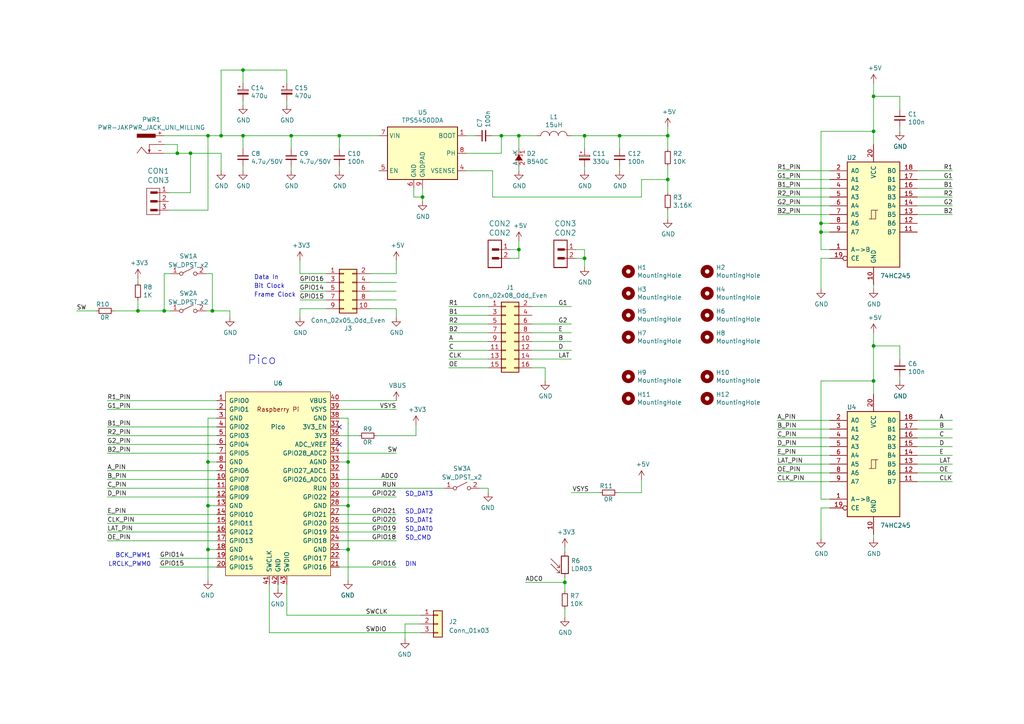
<source format=kicad_sch>
(kicad_sch (version 20230121) (generator eeschema)

  (uuid 1b9c77ee-d6f6-4025-a6ce-8d3e27b12580)

  (paper "A4")

  (lib_symbols
    (symbol "74xx:74HC245" (pin_names (offset 1.016)) (in_bom yes) (on_board yes)
      (property "Reference" "U" (at -7.62 16.51 0)
        (effects (font (size 1.27 1.27)))
      )
      (property "Value" "74HC245" (at -7.62 -16.51 0)
        (effects (font (size 1.27 1.27)))
      )
      (property "Footprint" "" (at 0 0 0)
        (effects (font (size 1.27 1.27)) hide)
      )
      (property "Datasheet" "http://www.ti.com/lit/gpn/sn74HC245" (at 0 0 0)
        (effects (font (size 1.27 1.27)) hide)
      )
      (property "ki_locked" "" (at 0 0 0)
        (effects (font (size 1.27 1.27)))
      )
      (property "ki_keywords" "HCMOS BUS 3State" (at 0 0 0)
        (effects (font (size 1.27 1.27)) hide)
      )
      (property "ki_description" "Octal BUS Transceivers, 3-State outputs" (at 0 0 0)
        (effects (font (size 1.27 1.27)) hide)
      )
      (property "ki_fp_filters" "DIP?20*" (at 0 0 0)
        (effects (font (size 1.27 1.27)) hide)
      )
      (symbol "74HC245_1_0"
        (polyline
          (pts
            (xy -0.635 -1.27)
            (xy -0.635 1.27)
            (xy 0.635 1.27)
          )
          (stroke (width 0) (type default))
          (fill (type none))
        )
        (polyline
          (pts
            (xy -1.27 -1.27)
            (xy 0.635 -1.27)
            (xy 0.635 1.27)
            (xy 1.27 1.27)
          )
          (stroke (width 0) (type default))
          (fill (type none))
        )
        (pin input line (at -12.7 -10.16 0) (length 5.08)
          (name "A->B" (effects (font (size 1.27 1.27))))
          (number "1" (effects (font (size 1.27 1.27))))
        )
        (pin power_in line (at 0 -20.32 90) (length 5.08)
          (name "GND" (effects (font (size 1.27 1.27))))
          (number "10" (effects (font (size 1.27 1.27))))
        )
        (pin tri_state line (at 12.7 -5.08 180) (length 5.08)
          (name "B7" (effects (font (size 1.27 1.27))))
          (number "11" (effects (font (size 1.27 1.27))))
        )
        (pin tri_state line (at 12.7 -2.54 180) (length 5.08)
          (name "B6" (effects (font (size 1.27 1.27))))
          (number "12" (effects (font (size 1.27 1.27))))
        )
        (pin tri_state line (at 12.7 0 180) (length 5.08)
          (name "B5" (effects (font (size 1.27 1.27))))
          (number "13" (effects (font (size 1.27 1.27))))
        )
        (pin tri_state line (at 12.7 2.54 180) (length 5.08)
          (name "B4" (effects (font (size 1.27 1.27))))
          (number "14" (effects (font (size 1.27 1.27))))
        )
        (pin tri_state line (at 12.7 5.08 180) (length 5.08)
          (name "B3" (effects (font (size 1.27 1.27))))
          (number "15" (effects (font (size 1.27 1.27))))
        )
        (pin tri_state line (at 12.7 7.62 180) (length 5.08)
          (name "B2" (effects (font (size 1.27 1.27))))
          (number "16" (effects (font (size 1.27 1.27))))
        )
        (pin tri_state line (at 12.7 10.16 180) (length 5.08)
          (name "B1" (effects (font (size 1.27 1.27))))
          (number "17" (effects (font (size 1.27 1.27))))
        )
        (pin tri_state line (at 12.7 12.7 180) (length 5.08)
          (name "B0" (effects (font (size 1.27 1.27))))
          (number "18" (effects (font (size 1.27 1.27))))
        )
        (pin input inverted (at -12.7 -12.7 0) (length 5.08)
          (name "CE" (effects (font (size 1.27 1.27))))
          (number "19" (effects (font (size 1.27 1.27))))
        )
        (pin tri_state line (at -12.7 12.7 0) (length 5.08)
          (name "A0" (effects (font (size 1.27 1.27))))
          (number "2" (effects (font (size 1.27 1.27))))
        )
        (pin power_in line (at 0 20.32 270) (length 5.08)
          (name "VCC" (effects (font (size 1.27 1.27))))
          (number "20" (effects (font (size 1.27 1.27))))
        )
        (pin tri_state line (at -12.7 10.16 0) (length 5.08)
          (name "A1" (effects (font (size 1.27 1.27))))
          (number "3" (effects (font (size 1.27 1.27))))
        )
        (pin tri_state line (at -12.7 7.62 0) (length 5.08)
          (name "A2" (effects (font (size 1.27 1.27))))
          (number "4" (effects (font (size 1.27 1.27))))
        )
        (pin tri_state line (at -12.7 5.08 0) (length 5.08)
          (name "A3" (effects (font (size 1.27 1.27))))
          (number "5" (effects (font (size 1.27 1.27))))
        )
        (pin tri_state line (at -12.7 2.54 0) (length 5.08)
          (name "A4" (effects (font (size 1.27 1.27))))
          (number "6" (effects (font (size 1.27 1.27))))
        )
        (pin tri_state line (at -12.7 0 0) (length 5.08)
          (name "A5" (effects (font (size 1.27 1.27))))
          (number "7" (effects (font (size 1.27 1.27))))
        )
        (pin tri_state line (at -12.7 -2.54 0) (length 5.08)
          (name "A6" (effects (font (size 1.27 1.27))))
          (number "8" (effects (font (size 1.27 1.27))))
        )
        (pin tri_state line (at -12.7 -5.08 0) (length 5.08)
          (name "A7" (effects (font (size 1.27 1.27))))
          (number "9" (effects (font (size 1.27 1.27))))
        )
      )
      (symbol "74HC245_1_1"
        (rectangle (start -7.62 15.24) (end 7.62 -15.24)
          (stroke (width 0.254) (type default))
          (fill (type background))
        )
      )
    )
    (symbol "Connector_Generic:Conn_01x03" (pin_names (offset 1.016) hide) (in_bom yes) (on_board yes)
      (property "Reference" "J" (at 0 5.08 0)
        (effects (font (size 1.27 1.27)))
      )
      (property "Value" "Conn_01x03" (at 0 -5.08 0)
        (effects (font (size 1.27 1.27)))
      )
      (property "Footprint" "" (at 0 0 0)
        (effects (font (size 1.27 1.27)) hide)
      )
      (property "Datasheet" "~" (at 0 0 0)
        (effects (font (size 1.27 1.27)) hide)
      )
      (property "ki_keywords" "connector" (at 0 0 0)
        (effects (font (size 1.27 1.27)) hide)
      )
      (property "ki_description" "Generic connector, single row, 01x03, script generated (kicad-library-utils/schlib/autogen/connector/)" (at 0 0 0)
        (effects (font (size 1.27 1.27)) hide)
      )
      (property "ki_fp_filters" "Connector*:*_1x??_*" (at 0 0 0)
        (effects (font (size 1.27 1.27)) hide)
      )
      (symbol "Conn_01x03_1_1"
        (rectangle (start -1.27 -2.413) (end 0 -2.667)
          (stroke (width 0.1524) (type default))
          (fill (type none))
        )
        (rectangle (start -1.27 0.127) (end 0 -0.127)
          (stroke (width 0.1524) (type default))
          (fill (type none))
        )
        (rectangle (start -1.27 2.667) (end 0 2.413)
          (stroke (width 0.1524) (type default))
          (fill (type none))
        )
        (rectangle (start -1.27 3.81) (end 1.27 -3.81)
          (stroke (width 0.254) (type default))
          (fill (type background))
        )
        (pin passive line (at -5.08 2.54 0) (length 3.81)
          (name "Pin_1" (effects (font (size 1.27 1.27))))
          (number "1" (effects (font (size 1.27 1.27))))
        )
        (pin passive line (at -5.08 0 0) (length 3.81)
          (name "Pin_2" (effects (font (size 1.27 1.27))))
          (number "2" (effects (font (size 1.27 1.27))))
        )
        (pin passive line (at -5.08 -2.54 0) (length 3.81)
          (name "Pin_3" (effects (font (size 1.27 1.27))))
          (number "3" (effects (font (size 1.27 1.27))))
        )
      )
    )
    (symbol "Connector_Generic:Conn_02x05_Odd_Even" (pin_names (offset 1.016) hide) (in_bom yes) (on_board yes)
      (property "Reference" "J" (at 1.27 7.62 0)
        (effects (font (size 1.27 1.27)))
      )
      (property "Value" "Conn_02x05_Odd_Even" (at 1.27 -7.62 0)
        (effects (font (size 1.27 1.27)))
      )
      (property "Footprint" "" (at 0 0 0)
        (effects (font (size 1.27 1.27)) hide)
      )
      (property "Datasheet" "~" (at 0 0 0)
        (effects (font (size 1.27 1.27)) hide)
      )
      (property "ki_keywords" "connector" (at 0 0 0)
        (effects (font (size 1.27 1.27)) hide)
      )
      (property "ki_description" "Generic connector, double row, 02x05, odd/even pin numbering scheme (row 1 odd numbers, row 2 even numbers), script generated (kicad-library-utils/schlib/autogen/connector/)" (at 0 0 0)
        (effects (font (size 1.27 1.27)) hide)
      )
      (property "ki_fp_filters" "Connector*:*_2x??_*" (at 0 0 0)
        (effects (font (size 1.27 1.27)) hide)
      )
      (symbol "Conn_02x05_Odd_Even_1_1"
        (rectangle (start -1.27 -4.953) (end 0 -5.207)
          (stroke (width 0.1524) (type default))
          (fill (type none))
        )
        (rectangle (start -1.27 -2.413) (end 0 -2.667)
          (stroke (width 0.1524) (type default))
          (fill (type none))
        )
        (rectangle (start -1.27 0.127) (end 0 -0.127)
          (stroke (width 0.1524) (type default))
          (fill (type none))
        )
        (rectangle (start -1.27 2.667) (end 0 2.413)
          (stroke (width 0.1524) (type default))
          (fill (type none))
        )
        (rectangle (start -1.27 5.207) (end 0 4.953)
          (stroke (width 0.1524) (type default))
          (fill (type none))
        )
        (rectangle (start -1.27 6.35) (end 3.81 -6.35)
          (stroke (width 0.254) (type default))
          (fill (type background))
        )
        (rectangle (start 3.81 -4.953) (end 2.54 -5.207)
          (stroke (width 0.1524) (type default))
          (fill (type none))
        )
        (rectangle (start 3.81 -2.413) (end 2.54 -2.667)
          (stroke (width 0.1524) (type default))
          (fill (type none))
        )
        (rectangle (start 3.81 0.127) (end 2.54 -0.127)
          (stroke (width 0.1524) (type default))
          (fill (type none))
        )
        (rectangle (start 3.81 2.667) (end 2.54 2.413)
          (stroke (width 0.1524) (type default))
          (fill (type none))
        )
        (rectangle (start 3.81 5.207) (end 2.54 4.953)
          (stroke (width 0.1524) (type default))
          (fill (type none))
        )
        (pin passive line (at -5.08 5.08 0) (length 3.81)
          (name "Pin_1" (effects (font (size 1.27 1.27))))
          (number "1" (effects (font (size 1.27 1.27))))
        )
        (pin passive line (at 7.62 -5.08 180) (length 3.81)
          (name "Pin_10" (effects (font (size 1.27 1.27))))
          (number "10" (effects (font (size 1.27 1.27))))
        )
        (pin passive line (at 7.62 5.08 180) (length 3.81)
          (name "Pin_2" (effects (font (size 1.27 1.27))))
          (number "2" (effects (font (size 1.27 1.27))))
        )
        (pin passive line (at -5.08 2.54 0) (length 3.81)
          (name "Pin_3" (effects (font (size 1.27 1.27))))
          (number "3" (effects (font (size 1.27 1.27))))
        )
        (pin passive line (at 7.62 2.54 180) (length 3.81)
          (name "Pin_4" (effects (font (size 1.27 1.27))))
          (number "4" (effects (font (size 1.27 1.27))))
        )
        (pin passive line (at -5.08 0 0) (length 3.81)
          (name "Pin_5" (effects (font (size 1.27 1.27))))
          (number "5" (effects (font (size 1.27 1.27))))
        )
        (pin passive line (at 7.62 0 180) (length 3.81)
          (name "Pin_6" (effects (font (size 1.27 1.27))))
          (number "6" (effects (font (size 1.27 1.27))))
        )
        (pin passive line (at -5.08 -2.54 0) (length 3.81)
          (name "Pin_7" (effects (font (size 1.27 1.27))))
          (number "7" (effects (font (size 1.27 1.27))))
        )
        (pin passive line (at 7.62 -2.54 180) (length 3.81)
          (name "Pin_8" (effects (font (size 1.27 1.27))))
          (number "8" (effects (font (size 1.27 1.27))))
        )
        (pin passive line (at -5.08 -5.08 0) (length 3.81)
          (name "Pin_9" (effects (font (size 1.27 1.27))))
          (number "9" (effects (font (size 1.27 1.27))))
        )
      )
    )
    (symbol "Connector_Generic:Conn_02x08_Odd_Even" (pin_names (offset 1.016) hide) (in_bom yes) (on_board yes)
      (property "Reference" "J" (at 1.27 10.16 0)
        (effects (font (size 1.27 1.27)))
      )
      (property "Value" "Conn_02x08_Odd_Even" (at 1.27 -12.7 0)
        (effects (font (size 1.27 1.27)))
      )
      (property "Footprint" "" (at 0 0 0)
        (effects (font (size 1.27 1.27)) hide)
      )
      (property "Datasheet" "~" (at 0 0 0)
        (effects (font (size 1.27 1.27)) hide)
      )
      (property "ki_keywords" "connector" (at 0 0 0)
        (effects (font (size 1.27 1.27)) hide)
      )
      (property "ki_description" "Generic connector, double row, 02x08, odd/even pin numbering scheme (row 1 odd numbers, row 2 even numbers), script generated (kicad-library-utils/schlib/autogen/connector/)" (at 0 0 0)
        (effects (font (size 1.27 1.27)) hide)
      )
      (property "ki_fp_filters" "Connector*:*_2x??_*" (at 0 0 0)
        (effects (font (size 1.27 1.27)) hide)
      )
      (symbol "Conn_02x08_Odd_Even_1_1"
        (rectangle (start -1.27 -10.033) (end 0 -10.287)
          (stroke (width 0.1524) (type default))
          (fill (type none))
        )
        (rectangle (start -1.27 -7.493) (end 0 -7.747)
          (stroke (width 0.1524) (type default))
          (fill (type none))
        )
        (rectangle (start -1.27 -4.953) (end 0 -5.207)
          (stroke (width 0.1524) (type default))
          (fill (type none))
        )
        (rectangle (start -1.27 -2.413) (end 0 -2.667)
          (stroke (width 0.1524) (type default))
          (fill (type none))
        )
        (rectangle (start -1.27 0.127) (end 0 -0.127)
          (stroke (width 0.1524) (type default))
          (fill (type none))
        )
        (rectangle (start -1.27 2.667) (end 0 2.413)
          (stroke (width 0.1524) (type default))
          (fill (type none))
        )
        (rectangle (start -1.27 5.207) (end 0 4.953)
          (stroke (width 0.1524) (type default))
          (fill (type none))
        )
        (rectangle (start -1.27 7.747) (end 0 7.493)
          (stroke (width 0.1524) (type default))
          (fill (type none))
        )
        (rectangle (start -1.27 8.89) (end 3.81 -11.43)
          (stroke (width 0.254) (type default))
          (fill (type background))
        )
        (rectangle (start 3.81 -10.033) (end 2.54 -10.287)
          (stroke (width 0.1524) (type default))
          (fill (type none))
        )
        (rectangle (start 3.81 -7.493) (end 2.54 -7.747)
          (stroke (width 0.1524) (type default))
          (fill (type none))
        )
        (rectangle (start 3.81 -4.953) (end 2.54 -5.207)
          (stroke (width 0.1524) (type default))
          (fill (type none))
        )
        (rectangle (start 3.81 -2.413) (end 2.54 -2.667)
          (stroke (width 0.1524) (type default))
          (fill (type none))
        )
        (rectangle (start 3.81 0.127) (end 2.54 -0.127)
          (stroke (width 0.1524) (type default))
          (fill (type none))
        )
        (rectangle (start 3.81 2.667) (end 2.54 2.413)
          (stroke (width 0.1524) (type default))
          (fill (type none))
        )
        (rectangle (start 3.81 5.207) (end 2.54 4.953)
          (stroke (width 0.1524) (type default))
          (fill (type none))
        )
        (rectangle (start 3.81 7.747) (end 2.54 7.493)
          (stroke (width 0.1524) (type default))
          (fill (type none))
        )
        (pin passive line (at -5.08 7.62 0) (length 3.81)
          (name "Pin_1" (effects (font (size 1.27 1.27))))
          (number "1" (effects (font (size 1.27 1.27))))
        )
        (pin passive line (at 7.62 -2.54 180) (length 3.81)
          (name "Pin_10" (effects (font (size 1.27 1.27))))
          (number "10" (effects (font (size 1.27 1.27))))
        )
        (pin passive line (at -5.08 -5.08 0) (length 3.81)
          (name "Pin_11" (effects (font (size 1.27 1.27))))
          (number "11" (effects (font (size 1.27 1.27))))
        )
        (pin passive line (at 7.62 -5.08 180) (length 3.81)
          (name "Pin_12" (effects (font (size 1.27 1.27))))
          (number "12" (effects (font (size 1.27 1.27))))
        )
        (pin passive line (at -5.08 -7.62 0) (length 3.81)
          (name "Pin_13" (effects (font (size 1.27 1.27))))
          (number "13" (effects (font (size 1.27 1.27))))
        )
        (pin passive line (at 7.62 -7.62 180) (length 3.81)
          (name "Pin_14" (effects (font (size 1.27 1.27))))
          (number "14" (effects (font (size 1.27 1.27))))
        )
        (pin passive line (at -5.08 -10.16 0) (length 3.81)
          (name "Pin_15" (effects (font (size 1.27 1.27))))
          (number "15" (effects (font (size 1.27 1.27))))
        )
        (pin passive line (at 7.62 -10.16 180) (length 3.81)
          (name "Pin_16" (effects (font (size 1.27 1.27))))
          (number "16" (effects (font (size 1.27 1.27))))
        )
        (pin passive line (at 7.62 7.62 180) (length 3.81)
          (name "Pin_2" (effects (font (size 1.27 1.27))))
          (number "2" (effects (font (size 1.27 1.27))))
        )
        (pin passive line (at -5.08 5.08 0) (length 3.81)
          (name "Pin_3" (effects (font (size 1.27 1.27))))
          (number "3" (effects (font (size 1.27 1.27))))
        )
        (pin passive line (at 7.62 5.08 180) (length 3.81)
          (name "Pin_4" (effects (font (size 1.27 1.27))))
          (number "4" (effects (font (size 1.27 1.27))))
        )
        (pin passive line (at -5.08 2.54 0) (length 3.81)
          (name "Pin_5" (effects (font (size 1.27 1.27))))
          (number "5" (effects (font (size 1.27 1.27))))
        )
        (pin passive line (at 7.62 2.54 180) (length 3.81)
          (name "Pin_6" (effects (font (size 1.27 1.27))))
          (number "6" (effects (font (size 1.27 1.27))))
        )
        (pin passive line (at -5.08 0 0) (length 3.81)
          (name "Pin_7" (effects (font (size 1.27 1.27))))
          (number "7" (effects (font (size 1.27 1.27))))
        )
        (pin passive line (at 7.62 0 180) (length 3.81)
          (name "Pin_8" (effects (font (size 1.27 1.27))))
          (number "8" (effects (font (size 1.27 1.27))))
        )
        (pin passive line (at -5.08 -2.54 0) (length 3.81)
          (name "Pin_9" (effects (font (size 1.27 1.27))))
          (number "9" (effects (font (size 1.27 1.27))))
        )
      )
    )
    (symbol "Device:C_Small" (pin_numbers hide) (pin_names (offset 0.254) hide) (in_bom yes) (on_board yes)
      (property "Reference" "C" (at 0.254 1.778 0)
        (effects (font (size 1.27 1.27)) (justify left))
      )
      (property "Value" "C_Small" (at 0.254 -2.032 0)
        (effects (font (size 1.27 1.27)) (justify left))
      )
      (property "Footprint" "" (at 0 0 0)
        (effects (font (size 1.27 1.27)) hide)
      )
      (property "Datasheet" "~" (at 0 0 0)
        (effects (font (size 1.27 1.27)) hide)
      )
      (property "ki_keywords" "capacitor cap" (at 0 0 0)
        (effects (font (size 1.27 1.27)) hide)
      )
      (property "ki_description" "Unpolarized capacitor, small symbol" (at 0 0 0)
        (effects (font (size 1.27 1.27)) hide)
      )
      (property "ki_fp_filters" "C_*" (at 0 0 0)
        (effects (font (size 1.27 1.27)) hide)
      )
      (symbol "C_Small_0_1"
        (polyline
          (pts
            (xy -1.524 -0.508)
            (xy 1.524 -0.508)
          )
          (stroke (width 0.3302) (type default))
          (fill (type none))
        )
        (polyline
          (pts
            (xy -1.524 0.508)
            (xy 1.524 0.508)
          )
          (stroke (width 0.3048) (type default))
          (fill (type none))
        )
      )
      (symbol "C_Small_1_1"
        (pin passive line (at 0 2.54 270) (length 2.032)
          (name "~" (effects (font (size 1.27 1.27))))
          (number "1" (effects (font (size 1.27 1.27))))
        )
        (pin passive line (at 0 -2.54 90) (length 2.032)
          (name "~" (effects (font (size 1.27 1.27))))
          (number "2" (effects (font (size 1.27 1.27))))
        )
      )
    )
    (symbol "Device:R_Small" (pin_numbers hide) (pin_names (offset 0.254) hide) (in_bom yes) (on_board yes)
      (property "Reference" "R" (at 0.762 0.508 0)
        (effects (font (size 1.27 1.27)) (justify left))
      )
      (property "Value" "R_Small" (at 0.762 -1.016 0)
        (effects (font (size 1.27 1.27)) (justify left))
      )
      (property "Footprint" "" (at 0 0 0)
        (effects (font (size 1.27 1.27)) hide)
      )
      (property "Datasheet" "~" (at 0 0 0)
        (effects (font (size 1.27 1.27)) hide)
      )
      (property "ki_keywords" "R resistor" (at 0 0 0)
        (effects (font (size 1.27 1.27)) hide)
      )
      (property "ki_description" "Resistor, small symbol" (at 0 0 0)
        (effects (font (size 1.27 1.27)) hide)
      )
      (property "ki_fp_filters" "R_*" (at 0 0 0)
        (effects (font (size 1.27 1.27)) hide)
      )
      (symbol "R_Small_0_1"
        (rectangle (start -0.762 1.778) (end 0.762 -1.778)
          (stroke (width 0.2032) (type default))
          (fill (type none))
        )
      )
      (symbol "R_Small_1_1"
        (pin passive line (at 0 2.54 270) (length 0.762)
          (name "~" (effects (font (size 1.27 1.27))))
          (number "1" (effects (font (size 1.27 1.27))))
        )
        (pin passive line (at 0 -2.54 90) (length 0.762)
          (name "~" (effects (font (size 1.27 1.27))))
          (number "2" (effects (font (size 1.27 1.27))))
        )
      )
    )
    (symbol "HUB75_ESP32_02-rescue:CON2-ESP32-EVB_Rev_I" (pin_names (offset 1.016)) (in_bom yes) (on_board yes)
      (property "Reference" "CON" (at -1.27 4.445 0)
        (effects (font (size 1.524 1.524)))
      )
      (property "Value" "ESP32-EVB_Rev_I_CON2" (at -1.27 -6.985 0)
        (effects (font (size 1.524 1.524)))
      )
      (property "Footprint" "" (at -1.905 -1.27 0)
        (effects (font (size 1.524 1.524)))
      )
      (property "Datasheet" "" (at -1.905 -1.27 0)
        (effects (font (size 1.524 1.524)))
      )
      (symbol "CON2-ESP32-EVB_Rev_I_0_0"
        (rectangle (start -2.6416 -2.6924) (end -0.8636 -2.3368)
          (stroke (width 0) (type solid))
          (fill (type none))
        )
        (rectangle (start -2.6162 -2.5908) (end -0.9652 -2.4892)
          (stroke (width 0) (type solid))
          (fill (type none))
        )
        (rectangle (start -2.6162 -0.1524) (end -0.8382 0.2032)
          (stroke (width 0) (type solid))
          (fill (type none))
        )
        (rectangle (start -2.5908 -0.0254) (end -0.9398 0.0762)
          (stroke (width 0) (type solid))
          (fill (type none))
        )
        (rectangle (start -0.9652 -2.413) (end -2.6416 -2.6162)
          (stroke (width 0) (type solid))
          (fill (type none))
        )
        (rectangle (start -0.8636 0.1016) (end -2.54 -0.1016)
          (stroke (width 0) (type solid))
          (fill (type none))
        )
        (rectangle (start -0.7366 -2.2352) (end -2.667 -2.794)
          (stroke (width 0) (type solid))
          (fill (type none))
        )
        (rectangle (start -0.7366 0.3048) (end -2.667 -0.254)
          (stroke (width 0) (type solid))
          (fill (type none))
        )
        (polyline
          (pts
            (xy 0 -2.54)
            (xy -0.762 -2.54)
          )
          (stroke (width 0) (type solid))
          (fill (type none))
        )
        (polyline
          (pts
            (xy 0 0)
            (xy -0.762 0)
          )
          (stroke (width 0) (type solid))
          (fill (type none))
        )
        (rectangle (start 0 2.6416) (end -3.7846 -5.1308)
          (stroke (width 0) (type solid))
          (fill (type none))
        )
        (rectangle (start 0.1016 2.794) (end -3.8862 -5.2832)
          (stroke (width 0) (type solid))
          (fill (type none))
        )
      )
      (symbol "CON2-ESP32-EVB_Rev_I_1_1"
        (pin passive line (at 2.54 0 180) (length 2.54)
          (name "~" (effects (font (size 1.27 1.27))))
          (number "1" (effects (font (size 1.27 1.27))))
        )
        (pin passive line (at 2.54 -2.54 180) (length 2.54)
          (name "~" (effects (font (size 1.27 1.27))))
          (number "2" (effects (font (size 1.27 1.27))))
        )
      )
    )
    (symbol "HUB75_ESP32_02-rescue:CON3-ESP32-EVB_Rev_I" (pin_names (offset 1.016)) (in_bom yes) (on_board yes)
      (property "Reference" "CON" (at -1.27 5.08 0)
        (effects (font (size 1.524 1.524)))
      )
      (property "Value" "ESP32-EVB_Rev_I_CON3" (at -1.27 -5.08 0)
        (effects (font (size 1.524 1.524)))
      )
      (property "Footprint" "" (at -1.905 1.27 0)
        (effects (font (size 1.524 1.524)))
      )
      (property "Datasheet" "" (at -1.905 1.27 0)
        (effects (font (size 1.524 1.524)))
      )
      (symbol "CON3-ESP32-EVB_Rev_I_0_0"
        (rectangle (start -2.6416 -2.6924) (end -0.8636 -2.3368)
          (stroke (width 0) (type solid))
          (fill (type none))
        )
        (rectangle (start -2.6416 -0.1524) (end -0.8636 0.2032)
          (stroke (width 0) (type solid))
          (fill (type none))
        )
        (rectangle (start -2.6162 -2.5908) (end -0.9652 -2.4892)
          (stroke (width 0) (type solid))
          (fill (type none))
        )
        (rectangle (start -2.6162 -0.0508) (end -0.9652 0.0508)
          (stroke (width 0) (type solid))
          (fill (type none))
        )
        (rectangle (start -2.6162 2.3876) (end -0.8382 2.7432)
          (stroke (width 0) (type solid))
          (fill (type none))
        )
        (rectangle (start -2.5908 2.5146) (end -0.9398 2.6162)
          (stroke (width 0) (type solid))
          (fill (type none))
        )
        (rectangle (start -0.9652 -2.413) (end -2.6416 -2.6162)
          (stroke (width 0) (type solid))
          (fill (type none))
        )
        (rectangle (start -0.9652 0.127) (end -2.6416 -0.0762)
          (stroke (width 0) (type solid))
          (fill (type none))
        )
        (rectangle (start -0.8636 2.6416) (end -2.54 2.4384)
          (stroke (width 0) (type solid))
          (fill (type none))
        )
        (rectangle (start -0.7366 -2.2352) (end -2.667 -2.794)
          (stroke (width 0) (type solid))
          (fill (type none))
        )
        (rectangle (start -0.7366 0.3048) (end -2.667 -0.254)
          (stroke (width 0) (type solid))
          (fill (type none))
        )
        (rectangle (start -0.7366 2.8448) (end -2.667 2.286)
          (stroke (width 0) (type solid))
          (fill (type none))
        )
        (polyline
          (pts
            (xy 0 -2.54)
            (xy -0.762 -2.54)
          )
          (stroke (width 0) (type solid))
          (fill (type none))
        )
        (polyline
          (pts
            (xy 0 0)
            (xy -0.762 0)
          )
          (stroke (width 0) (type solid))
          (fill (type none))
        )
        (polyline
          (pts
            (xy 0 2.54)
            (xy -0.762 2.54)
          )
          (stroke (width 0) (type solid))
          (fill (type none))
        )
      )
      (symbol "CON3-ESP32-EVB_Rev_I_0_1"
        (rectangle (start -3.81 3.81) (end 0 -3.81)
          (stroke (width 0) (type solid))
          (fill (type none))
        )
      )
      (symbol "CON3-ESP32-EVB_Rev_I_1_1"
        (pin passive line (at 2.54 2.54 180) (length 2.54)
          (name "~" (effects (font (size 1.27 1.27))))
          (number "1" (effects (font (size 1.27 1.27))))
        )
        (pin passive line (at 2.54 0 180) (length 2.54)
          (name "~" (effects (font (size 1.27 1.27))))
          (number "2" (effects (font (size 1.27 1.27))))
        )
        (pin passive line (at 2.54 -2.54 180) (length 2.54)
          (name "~" (effects (font (size 1.27 1.27))))
          (number "3" (effects (font (size 1.27 1.27))))
        )
      )
    )
    (symbol "HUB75_ESP32_02-rescue:CP_Small-Device" (pin_numbers hide) (pin_names (offset 0.254) hide) (in_bom yes) (on_board yes)
      (property "Reference" "C" (at 0.254 1.778 0)
        (effects (font (size 1.27 1.27)) (justify left))
      )
      (property "Value" "Device_CP_Small" (at 0.254 -2.032 0)
        (effects (font (size 1.27 1.27)) (justify left))
      )
      (property "Footprint" "" (at 0 0 0)
        (effects (font (size 1.27 1.27)) hide)
      )
      (property "Datasheet" "" (at 0 0 0)
        (effects (font (size 1.27 1.27)) hide)
      )
      (property "ki_fp_filters" "CP_*" (at 0 0 0)
        (effects (font (size 1.27 1.27)) hide)
      )
      (symbol "CP_Small-Device_0_1"
        (rectangle (start -1.524 -0.3048) (end 1.524 -0.6858)
          (stroke (width 0) (type solid))
          (fill (type outline))
        )
        (rectangle (start -1.524 0.6858) (end 1.524 0.3048)
          (stroke (width 0) (type solid))
          (fill (type none))
        )
        (polyline
          (pts
            (xy -1.27 1.524)
            (xy -0.762 1.524)
          )
          (stroke (width 0) (type solid))
          (fill (type none))
        )
        (polyline
          (pts
            (xy -1.016 1.27)
            (xy -1.016 1.778)
          )
          (stroke (width 0) (type solid))
          (fill (type none))
        )
      )
      (symbol "CP_Small-Device_1_1"
        (pin passive line (at 0 2.54 270) (length 1.8542)
          (name "~" (effects (font (size 1.27 1.27))))
          (number "1" (effects (font (size 1.27 1.27))))
        )
        (pin passive line (at 0 -2.54 90) (length 1.8542)
          (name "~" (effects (font (size 1.27 1.27))))
          (number "2" (effects (font (size 1.27 1.27))))
        )
      )
    )
    (symbol "HUB75_ESP32_02-rescue:D_Schottky_Small-ESP32-EVB_Rev_I" (pin_names (offset 0)) (in_bom yes) (on_board yes)
      (property "Reference" "D" (at -1.27 3.175 0)
        (effects (font (size 1.27 1.27)) (justify left))
      )
      (property "Value" "ESP32-EVB_Rev_I_D_Schottky_Small" (at -7.62 -3.175 0)
        (effects (font (size 1.27 1.27)) (justify left))
      )
      (property "Footprint" "" (at 0 0 90)
        (effects (font (size 1.524 1.524)))
      )
      (property "Datasheet" "" (at 0 0 90)
        (effects (font (size 1.524 1.524)))
      )
      (property "ki_fp_filters" "Diode_* D-Pak_TO252AA *SingleDiode *SingleDiode* *_Diode_*" (at 0 0 0)
        (effects (font (size 1.27 1.27)) hide)
      )
      (symbol "D_Schottky_Small-ESP32-EVB_Rev_I_0_1"
        (polyline
          (pts
            (xy -0.762 -1.016)
            (xy -1.016 -1.016)
          )
          (stroke (width 0) (type solid))
          (fill (type none))
        )
        (polyline
          (pts
            (xy -0.762 -1.016)
            (xy -0.762 1.016)
          )
          (stroke (width 0) (type solid))
          (fill (type none))
        )
        (polyline
          (pts
            (xy -0.762 1.016)
            (xy -0.762 1.016)
          )
          (stroke (width 0) (type solid))
          (fill (type none))
        )
        (polyline
          (pts
            (xy -0.762 1.016)
            (xy -0.508 1.016)
          )
          (stroke (width 0) (type solid))
          (fill (type none))
        )
        (polyline
          (pts
            (xy 0.762 -1.016)
            (xy -0.762 0)
            (xy 0.762 1.016)
            (xy 0.762 -1.016)
          )
          (stroke (width 0) (type solid))
          (fill (type outline))
        )
      )
      (symbol "D_Schottky_Small-ESP32-EVB_Rev_I_1_1"
        (pin passive line (at -2.54 0 0) (length 1.778)
          (name "K" (effects (font (size 1.27 1.27))))
          (number "1" (effects (font (size 1.27 1.27))))
        )
        (pin passive line (at 2.54 0 180) (length 1.778)
          (name "A" (effects (font (size 1.27 1.27))))
          (number "2" (effects (font (size 1.27 1.27))))
        )
      )
    )
    (symbol "HUB75_ESP32_02-rescue:L-ESP32-EVB_Rev_I" (pin_numbers hide) (pin_names (offset 0) hide) (in_bom yes) (on_board yes)
      (property "Reference" "L" (at -1.27 2.54 0)
        (effects (font (size 1.27 1.27)))
      )
      (property "Value" "ESP32-EVB_Rev_I_L" (at -1.27 -1.27 0)
        (effects (font (size 1.27 1.27)))
      )
      (property "Footprint" "" (at -1.27 0 0)
        (effects (font (size 1.524 1.524)))
      )
      (property "Datasheet" "" (at -1.27 0 0)
        (effects (font (size 1.524 1.524)))
      )
      (symbol "L-ESP32-EVB_Rev_I_0_1"
        (arc (start -1.27 0) (mid -2.54 1.2645) (end -3.81 0)
          (stroke (width 0) (type solid))
          (fill (type none))
        )
        (arc (start 1.27 0) (mid 0 1.2645) (end -1.27 0)
          (stroke (width 0) (type solid))
          (fill (type none))
        )
        (arc (start 3.81 0) (mid 2.54 1.2645) (end 1.27 0)
          (stroke (width 0) (type solid))
          (fill (type none))
        )
      )
      (symbol "L-ESP32-EVB_Rev_I_1_1"
        (pin passive line (at -5.08 0 0) (length 1.27)
          (name "1" (effects (font (size 0.762 0.762))))
          (number "1" (effects (font (size 0.762 0.762))))
        )
        (pin passive line (at 5.08 0 180) (length 1.27)
          (name "2" (effects (font (size 0.762 0.762))))
          (number "2" (effects (font (size 0.762 0.762))))
        )
      )
    )
    (symbol "HUB75_ESP32_02-rescue:PWR-JAKPWR_JACK_UNI_MILLING-ESP32-EVB_Rev_I" (pin_names (offset 1.016) hide) (in_bom yes) (on_board yes)
      (property "Reference" "PWR" (at 2.54 4.064 0)
        (effects (font (size 1.27 1.27)) (justify left bottom))
      )
      (property "Value" "ESP32-EVB_Rev_I_PWR-JAKPWR_JACK_UNI_MILLING" (at -15.24 -4.826 0)
        (effects (font (size 1.27 1.27)) (justify left bottom))
      )
      (property "Footprint" "" (at -0.762 3.81 0)
        (effects (font (size 0.508 0.508)) hide)
      )
      (property "Datasheet" "" (at 0 0 0)
        (effects (font (size 1.524 1.524)))
      )
      (property "ki_fp_filters" "*PWR_JACK_UNI_MILLING*" (at 0 0 0)
        (effects (font (size 1.27 1.27)) hide)
      )
      (symbol "PWR-JAKPWR_JACK_UNI_MILLING-ESP32-EVB_Rev_I_1_0"
        (polyline
          (pts
            (xy -1.524 -0.762)
            (xy -2.794 -2.54)
          )
          (stroke (width 0) (type solid))
          (fill (type none))
        )
        (polyline
          (pts
            (xy 0 -2.54)
            (xy -1.524 -0.762)
          )
          (stroke (width 0) (type solid))
          (fill (type none))
        )
        (polyline
          (pts
            (xy 0.508 -1.524)
            (xy 1.016 -1.524)
          )
          (stroke (width 0) (type solid))
          (fill (type none))
        )
        (polyline
          (pts
            (xy 0.762 -2.286)
            (xy 0.508 -1.524)
          )
          (stroke (width 0) (type solid))
          (fill (type none))
        )
        (polyline
          (pts
            (xy 0.762 0)
            (xy 0.762 -2.286)
          )
          (stroke (width 0) (type solid))
          (fill (type none))
        )
        (polyline
          (pts
            (xy 1.016 -1.524)
            (xy 0.762 -2.286)
          )
          (stroke (width 0) (type solid))
          (fill (type none))
        )
        (polyline
          (pts
            (xy 2.54 -2.54)
            (xy 0 -2.54)
          )
          (stroke (width 0) (type solid))
          (fill (type none))
        )
        (polyline
          (pts
            (xy 2.54 0)
            (xy 0.762 0)
          )
          (stroke (width 0) (type solid))
          (fill (type none))
        )
      )
      (symbol "PWR-JAKPWR_JACK_UNI_MILLING-ESP32-EVB_Rev_I_1_1"
        (rectangle (start 2.54 2.032) (end -2.794 3.048)
          (stroke (width 0) (type solid))
          (fill (type outline))
        )
        (pin passive line (at 5.08 2.54 180) (length 2.54)
          (name "+" (effects (font (size 1.016 1.016))))
          (number "+" (effects (font (size 1.016 1.016))))
        )
        (pin passive line (at 5.08 -2.54 180) (length 2.54)
          (name "-" (effects (font (size 1.016 1.016))))
          (number "-" (effects (font (size 1.016 1.016))))
        )
        (pin passive line (at 5.08 0 180) (length 2.54)
          (name "-" (effects (font (size 1.016 1.016))))
          (number "-" (effects (font (size 1.016 1.016))))
        )
      )
    )
    (symbol "Mechanical:MountingHole" (pin_names (offset 1.016)) (in_bom yes) (on_board yes)
      (property "Reference" "H" (at 0 5.08 0)
        (effects (font (size 1.27 1.27)))
      )
      (property "Value" "MountingHole" (at 0 3.175 0)
        (effects (font (size 1.27 1.27)))
      )
      (property "Footprint" "" (at 0 0 0)
        (effects (font (size 1.27 1.27)) hide)
      )
      (property "Datasheet" "~" (at 0 0 0)
        (effects (font (size 1.27 1.27)) hide)
      )
      (property "ki_keywords" "mounting hole" (at 0 0 0)
        (effects (font (size 1.27 1.27)) hide)
      )
      (property "ki_description" "Mounting Hole without connection" (at 0 0 0)
        (effects (font (size 1.27 1.27)) hide)
      )
      (property "ki_fp_filters" "MountingHole*" (at 0 0 0)
        (effects (font (size 1.27 1.27)) hide)
      )
      (symbol "MountingHole_0_1"
        (circle (center 0 0) (radius 1.27)
          (stroke (width 1.27) (type default))
          (fill (type none))
        )
      )
    )
    (symbol "RPi_Pico:Pico" (pin_names (offset 1.016)) (in_bom yes) (on_board yes)
      (property "Reference" "U" (at -13.97 27.94 0)
        (effects (font (size 1.27 1.27)))
      )
      (property "Value" "Pico" (at 0 19.05 0)
        (effects (font (size 1.27 1.27)))
      )
      (property "Footprint" "RPi_Pico:RPi_Pico_SMD_TH" (at 0 0 90)
        (effects (font (size 1.27 1.27)) hide)
      )
      (property "Datasheet" "" (at 0 0 0)
        (effects (font (size 1.27 1.27)) hide)
      )
      (symbol "Pico_0_0"
        (text "Raspberry Pi" (at 0 21.59 0)
          (effects (font (size 1.27 1.27)))
        )
      )
      (symbol "Pico_0_1"
        (rectangle (start -15.24 26.67) (end 15.24 -26.67)
          (stroke (width 0) (type solid))
          (fill (type background))
        )
      )
      (symbol "Pico_1_1"
        (pin bidirectional line (at -17.78 24.13 0) (length 2.54)
          (name "GPIO0" (effects (font (size 1.27 1.27))))
          (number "1" (effects (font (size 1.27 1.27))))
        )
        (pin bidirectional line (at -17.78 1.27 0) (length 2.54)
          (name "GPIO7" (effects (font (size 1.27 1.27))))
          (number "10" (effects (font (size 1.27 1.27))))
        )
        (pin bidirectional line (at -17.78 -1.27 0) (length 2.54)
          (name "GPIO8" (effects (font (size 1.27 1.27))))
          (number "11" (effects (font (size 1.27 1.27))))
        )
        (pin bidirectional line (at -17.78 -3.81 0) (length 2.54)
          (name "GPIO9" (effects (font (size 1.27 1.27))))
          (number "12" (effects (font (size 1.27 1.27))))
        )
        (pin power_in line (at -17.78 -6.35 0) (length 2.54)
          (name "GND" (effects (font (size 1.27 1.27))))
          (number "13" (effects (font (size 1.27 1.27))))
        )
        (pin bidirectional line (at -17.78 -8.89 0) (length 2.54)
          (name "GPIO10" (effects (font (size 1.27 1.27))))
          (number "14" (effects (font (size 1.27 1.27))))
        )
        (pin bidirectional line (at -17.78 -11.43 0) (length 2.54)
          (name "GPIO11" (effects (font (size 1.27 1.27))))
          (number "15" (effects (font (size 1.27 1.27))))
        )
        (pin bidirectional line (at -17.78 -13.97 0) (length 2.54)
          (name "GPIO12" (effects (font (size 1.27 1.27))))
          (number "16" (effects (font (size 1.27 1.27))))
        )
        (pin bidirectional line (at -17.78 -16.51 0) (length 2.54)
          (name "GPIO13" (effects (font (size 1.27 1.27))))
          (number "17" (effects (font (size 1.27 1.27))))
        )
        (pin power_in line (at -17.78 -19.05 0) (length 2.54)
          (name "GND" (effects (font (size 1.27 1.27))))
          (number "18" (effects (font (size 1.27 1.27))))
        )
        (pin bidirectional line (at -17.78 -21.59 0) (length 2.54)
          (name "GPIO14" (effects (font (size 1.27 1.27))))
          (number "19" (effects (font (size 1.27 1.27))))
        )
        (pin bidirectional line (at -17.78 21.59 0) (length 2.54)
          (name "GPIO1" (effects (font (size 1.27 1.27))))
          (number "2" (effects (font (size 1.27 1.27))))
        )
        (pin bidirectional line (at -17.78 -24.13 0) (length 2.54)
          (name "GPIO15" (effects (font (size 1.27 1.27))))
          (number "20" (effects (font (size 1.27 1.27))))
        )
        (pin bidirectional line (at 17.78 -24.13 180) (length 2.54)
          (name "GPIO16" (effects (font (size 1.27 1.27))))
          (number "21" (effects (font (size 1.27 1.27))))
        )
        (pin bidirectional line (at 17.78 -21.59 180) (length 2.54)
          (name "GPIO17" (effects (font (size 1.27 1.27))))
          (number "22" (effects (font (size 1.27 1.27))))
        )
        (pin power_in line (at 17.78 -19.05 180) (length 2.54)
          (name "GND" (effects (font (size 1.27 1.27))))
          (number "23" (effects (font (size 1.27 1.27))))
        )
        (pin bidirectional line (at 17.78 -16.51 180) (length 2.54)
          (name "GPIO18" (effects (font (size 1.27 1.27))))
          (number "24" (effects (font (size 1.27 1.27))))
        )
        (pin bidirectional line (at 17.78 -13.97 180) (length 2.54)
          (name "GPIO19" (effects (font (size 1.27 1.27))))
          (number "25" (effects (font (size 1.27 1.27))))
        )
        (pin bidirectional line (at 17.78 -11.43 180) (length 2.54)
          (name "GPIO20" (effects (font (size 1.27 1.27))))
          (number "26" (effects (font (size 1.27 1.27))))
        )
        (pin bidirectional line (at 17.78 -8.89 180) (length 2.54)
          (name "GPIO21" (effects (font (size 1.27 1.27))))
          (number "27" (effects (font (size 1.27 1.27))))
        )
        (pin power_in line (at 17.78 -6.35 180) (length 2.54)
          (name "GND" (effects (font (size 1.27 1.27))))
          (number "28" (effects (font (size 1.27 1.27))))
        )
        (pin bidirectional line (at 17.78 -3.81 180) (length 2.54)
          (name "GPIO22" (effects (font (size 1.27 1.27))))
          (number "29" (effects (font (size 1.27 1.27))))
        )
        (pin power_in line (at -17.78 19.05 0) (length 2.54)
          (name "GND" (effects (font (size 1.27 1.27))))
          (number "3" (effects (font (size 1.27 1.27))))
        )
        (pin input line (at 17.78 -1.27 180) (length 2.54)
          (name "RUN" (effects (font (size 1.27 1.27))))
          (number "30" (effects (font (size 1.27 1.27))))
        )
        (pin bidirectional line (at 17.78 1.27 180) (length 2.54)
          (name "GPIO26_ADC0" (effects (font (size 1.27 1.27))))
          (number "31" (effects (font (size 1.27 1.27))))
        )
        (pin bidirectional line (at 17.78 3.81 180) (length 2.54)
          (name "GPIO27_ADC1" (effects (font (size 1.27 1.27))))
          (number "32" (effects (font (size 1.27 1.27))))
        )
        (pin power_in line (at 17.78 6.35 180) (length 2.54)
          (name "AGND" (effects (font (size 1.27 1.27))))
          (number "33" (effects (font (size 1.27 1.27))))
        )
        (pin bidirectional line (at 17.78 8.89 180) (length 2.54)
          (name "GPIO28_ADC2" (effects (font (size 1.27 1.27))))
          (number "34" (effects (font (size 1.27 1.27))))
        )
        (pin unspecified line (at 17.78 11.43 180) (length 2.54)
          (name "ADC_VREF" (effects (font (size 1.27 1.27))))
          (number "35" (effects (font (size 1.27 1.27))))
        )
        (pin unspecified line (at 17.78 13.97 180) (length 2.54)
          (name "3V3" (effects (font (size 1.27 1.27))))
          (number "36" (effects (font (size 1.27 1.27))))
        )
        (pin input line (at 17.78 16.51 180) (length 2.54)
          (name "3V3_EN" (effects (font (size 1.27 1.27))))
          (number "37" (effects (font (size 1.27 1.27))))
        )
        (pin bidirectional line (at 17.78 19.05 180) (length 2.54)
          (name "GND" (effects (font (size 1.27 1.27))))
          (number "38" (effects (font (size 1.27 1.27))))
        )
        (pin unspecified line (at 17.78 21.59 180) (length 2.54)
          (name "VSYS" (effects (font (size 1.27 1.27))))
          (number "39" (effects (font (size 1.27 1.27))))
        )
        (pin bidirectional line (at -17.78 16.51 0) (length 2.54)
          (name "GPIO2" (effects (font (size 1.27 1.27))))
          (number "4" (effects (font (size 1.27 1.27))))
        )
        (pin unspecified line (at 17.78 24.13 180) (length 2.54)
          (name "VBUS" (effects (font (size 1.27 1.27))))
          (number "40" (effects (font (size 1.27 1.27))))
        )
        (pin input line (at -2.54 -29.21 90) (length 2.54)
          (name "SWCLK" (effects (font (size 1.27 1.27))))
          (number "41" (effects (font (size 1.27 1.27))))
        )
        (pin power_in line (at 0 -29.21 90) (length 2.54)
          (name "GND" (effects (font (size 1.27 1.27))))
          (number "42" (effects (font (size 1.27 1.27))))
        )
        (pin bidirectional line (at 2.54 -29.21 90) (length 2.54)
          (name "SWDIO" (effects (font (size 1.27 1.27))))
          (number "43" (effects (font (size 1.27 1.27))))
        )
        (pin bidirectional line (at -17.78 13.97 0) (length 2.54)
          (name "GPIO3" (effects (font (size 1.27 1.27))))
          (number "5" (effects (font (size 1.27 1.27))))
        )
        (pin bidirectional line (at -17.78 11.43 0) (length 2.54)
          (name "GPIO4" (effects (font (size 1.27 1.27))))
          (number "6" (effects (font (size 1.27 1.27))))
        )
        (pin bidirectional line (at -17.78 8.89 0) (length 2.54)
          (name "GPIO5" (effects (font (size 1.27 1.27))))
          (number "7" (effects (font (size 1.27 1.27))))
        )
        (pin power_in line (at -17.78 6.35 0) (length 2.54)
          (name "GND" (effects (font (size 1.27 1.27))))
          (number "8" (effects (font (size 1.27 1.27))))
        )
        (pin bidirectional line (at -17.78 3.81 0) (length 2.54)
          (name "GPIO6" (effects (font (size 1.27 1.27))))
          (number "9" (effects (font (size 1.27 1.27))))
        )
      )
    )
    (symbol "Regulator_Switching:TPS5430DDA" (in_bom yes) (on_board yes)
      (property "Reference" "U" (at -10.16 8.89 0)
        (effects (font (size 1.27 1.27)) (justify left))
      )
      (property "Value" "TPS5430DDA" (at -1.27 8.89 0)
        (effects (font (size 1.27 1.27)) (justify left))
      )
      (property "Footprint" "Package_SO:TI_SO-PowerPAD-8_ThermalVias" (at 1.27 -8.89 0)
        (effects (font (size 1.27 1.27) italic) (justify left) hide)
      )
      (property "Datasheet" "http://www.ti.com/lit/ds/symlink/tps5430.pdf" (at 0 0 0)
        (effects (font (size 1.27 1.27)) hide)
      )
      (property "ki_keywords" "Step-Down DC-DC Switching Regulator" (at 0 0 0)
        (effects (font (size 1.27 1.27)) hide)
      )
      (property "ki_description" "3A, Step Down Swift Converter, Adjustable Output Voltage, 5.5-36V Input Voltage, PowerSO-8" (at 0 0 0)
        (effects (font (size 1.27 1.27)) hide)
      )
      (property "ki_fp_filters" "TI*SO*PowerPAD*ThermalVias*" (at 0 0 0)
        (effects (font (size 1.27 1.27)) hide)
      )
      (symbol "TPS5430DDA_0_1"
        (rectangle (start -10.16 7.62) (end 10.16 -7.62)
          (stroke (width 0.254) (type default))
          (fill (type background))
        )
      )
      (symbol "TPS5430DDA_1_1"
        (pin input line (at 12.7 5.08 180) (length 2.54)
          (name "BOOT" (effects (font (size 1.27 1.27))))
          (number "1" (effects (font (size 1.27 1.27))))
        )
        (pin no_connect line (at -10.16 2.54 0) (length 2.54) hide
          (name "NC" (effects (font (size 1.27 1.27))))
          (number "2" (effects (font (size 1.27 1.27))))
        )
        (pin no_connect line (at -10.16 -2.54 0) (length 2.54) hide
          (name "NC" (effects (font (size 1.27 1.27))))
          (number "3" (effects (font (size 1.27 1.27))))
        )
        (pin input line (at 12.7 -5.08 180) (length 2.54)
          (name "VSENSE" (effects (font (size 1.27 1.27))))
          (number "4" (effects (font (size 1.27 1.27))))
        )
        (pin input line (at -12.7 -5.08 0) (length 2.54)
          (name "EN" (effects (font (size 1.27 1.27))))
          (number "5" (effects (font (size 1.27 1.27))))
        )
        (pin power_in line (at -2.54 -10.16 90) (length 2.54)
          (name "GND" (effects (font (size 1.27 1.27))))
          (number "6" (effects (font (size 1.27 1.27))))
        )
        (pin power_in line (at -12.7 5.08 0) (length 2.54)
          (name "VIN" (effects (font (size 1.27 1.27))))
          (number "7" (effects (font (size 1.27 1.27))))
        )
        (pin output line (at 12.7 0 180) (length 2.54)
          (name "PH" (effects (font (size 1.27 1.27))))
          (number "8" (effects (font (size 1.27 1.27))))
        )
        (pin power_in line (at 0 -10.16 90) (length 2.54)
          (name "GNDPAD" (effects (font (size 1.27 1.27))))
          (number "9" (effects (font (size 1.27 1.27))))
        )
      )
    )
    (symbol "Sensor_Optical:LDR03" (pin_numbers hide) (pin_names (offset 0)) (in_bom yes) (on_board yes)
      (property "Reference" "R" (at -5.08 0 90)
        (effects (font (size 1.27 1.27)))
      )
      (property "Value" "LDR03" (at 1.905 0 90)
        (effects (font (size 1.27 1.27)) (justify top))
      )
      (property "Footprint" "OptoDevice:R_LDR_10x8.5mm_P7.6mm_Vertical" (at 4.445 0 90)
        (effects (font (size 1.27 1.27)) hide)
      )
      (property "Datasheet" "http://www.elektronica-componenten.nl/WebRoot/StoreNL/Shops/61422969/54F1/BA0C/C664/31B9/2173/C0A8/2AB9/2AEF/LDR03IMP.pdf" (at 0 -1.27 0)
        (effects (font (size 1.27 1.27)) hide)
      )
      (property "ki_keywords" "light dependent photo resistor LDR" (at 0 0 0)
        (effects (font (size 1.27 1.27)) hide)
      )
      (property "ki_description" "light dependent resistor" (at 0 0 0)
        (effects (font (size 1.27 1.27)) hide)
      )
      (property "ki_fp_filters" "R*LDR*10x8.5mm*P7.6mm*" (at 0 0 0)
        (effects (font (size 1.27 1.27)) hide)
      )
      (symbol "LDR03_0_1"
        (rectangle (start -1.016 2.54) (end 1.016 -2.54)
          (stroke (width 0.254) (type default))
          (fill (type none))
        )
        (polyline
          (pts
            (xy -1.524 -2.286)
            (xy -4.064 0.254)
          )
          (stroke (width 0) (type default))
          (fill (type none))
        )
        (polyline
          (pts
            (xy -1.524 -2.286)
            (xy -2.286 -2.286)
          )
          (stroke (width 0) (type default))
          (fill (type none))
        )
        (polyline
          (pts
            (xy -1.524 -2.286)
            (xy -1.524 -1.524)
          )
          (stroke (width 0) (type default))
          (fill (type none))
        )
        (polyline
          (pts
            (xy -1.524 -0.762)
            (xy -4.064 1.778)
          )
          (stroke (width 0) (type default))
          (fill (type none))
        )
        (polyline
          (pts
            (xy -1.524 -0.762)
            (xy -2.286 -0.762)
          )
          (stroke (width 0) (type default))
          (fill (type none))
        )
        (polyline
          (pts
            (xy -1.524 -0.762)
            (xy -1.524 0)
          )
          (stroke (width 0) (type default))
          (fill (type none))
        )
      )
      (symbol "LDR03_1_1"
        (pin passive line (at 0 3.81 270) (length 1.27)
          (name "~" (effects (font (size 1.27 1.27))))
          (number "1" (effects (font (size 1.27 1.27))))
        )
        (pin passive line (at 0 -3.81 90) (length 1.27)
          (name "~" (effects (font (size 1.27 1.27))))
          (number "2" (effects (font (size 1.27 1.27))))
        )
      )
    )
    (symbol "Switch:SW_DPST_x2" (pin_names (offset 0) hide) (in_bom yes) (on_board yes)
      (property "Reference" "SW" (at 0 3.175 0)
        (effects (font (size 1.27 1.27)))
      )
      (property "Value" "SW_DPST_x2" (at 0 -2.54 0)
        (effects (font (size 1.27 1.27)))
      )
      (property "Footprint" "" (at 0 0 0)
        (effects (font (size 1.27 1.27)) hide)
      )
      (property "Datasheet" "~" (at 0 0 0)
        (effects (font (size 1.27 1.27)) hide)
      )
      (property "ki_keywords" "switch lever" (at 0 0 0)
        (effects (font (size 1.27 1.27)) hide)
      )
      (property "ki_description" "Single Pole Single Throw (SPST) switch, separate symbol" (at 0 0 0)
        (effects (font (size 1.27 1.27)) hide)
      )
      (symbol "SW_DPST_x2_0_0"
        (circle (center -2.032 0) (radius 0.508)
          (stroke (width 0) (type default))
          (fill (type none))
        )
        (polyline
          (pts
            (xy -1.524 0.254)
            (xy 1.524 1.778)
          )
          (stroke (width 0) (type default))
          (fill (type none))
        )
        (circle (center 2.032 0) (radius 0.508)
          (stroke (width 0) (type default))
          (fill (type none))
        )
      )
      (symbol "SW_DPST_x2_1_1"
        (pin passive line (at -5.08 0 0) (length 2.54)
          (name "A" (effects (font (size 1.27 1.27))))
          (number "1" (effects (font (size 1.27 1.27))))
        )
        (pin passive line (at 5.08 0 180) (length 2.54)
          (name "B" (effects (font (size 1.27 1.27))))
          (number "2" (effects (font (size 1.27 1.27))))
        )
      )
      (symbol "SW_DPST_x2_2_1"
        (pin passive line (at -5.08 0 0) (length 2.54)
          (name "A" (effects (font (size 1.27 1.27))))
          (number "3" (effects (font (size 1.27 1.27))))
        )
        (pin passive line (at 5.08 0 180) (length 2.54)
          (name "B" (effects (font (size 1.27 1.27))))
          (number "4" (effects (font (size 1.27 1.27))))
        )
      )
    )
    (symbol "power:+3V3" (power) (pin_names (offset 0)) (in_bom yes) (on_board yes)
      (property "Reference" "#PWR" (at 0 -3.81 0)
        (effects (font (size 1.27 1.27)) hide)
      )
      (property "Value" "+3V3" (at 0 3.556 0)
        (effects (font (size 1.27 1.27)))
      )
      (property "Footprint" "" (at 0 0 0)
        (effects (font (size 1.27 1.27)) hide)
      )
      (property "Datasheet" "" (at 0 0 0)
        (effects (font (size 1.27 1.27)) hide)
      )
      (property "ki_keywords" "global power" (at 0 0 0)
        (effects (font (size 1.27 1.27)) hide)
      )
      (property "ki_description" "Power symbol creates a global label with name \"+3V3\"" (at 0 0 0)
        (effects (font (size 1.27 1.27)) hide)
      )
      (symbol "+3V3_0_1"
        (polyline
          (pts
            (xy -0.762 1.27)
            (xy 0 2.54)
          )
          (stroke (width 0) (type default))
          (fill (type none))
        )
        (polyline
          (pts
            (xy 0 0)
            (xy 0 2.54)
          )
          (stroke (width 0) (type default))
          (fill (type none))
        )
        (polyline
          (pts
            (xy 0 2.54)
            (xy 0.762 1.27)
          )
          (stroke (width 0) (type default))
          (fill (type none))
        )
      )
      (symbol "+3V3_1_1"
        (pin power_in line (at 0 0 90) (length 0) hide
          (name "+3V3" (effects (font (size 1.27 1.27))))
          (number "1" (effects (font (size 1.27 1.27))))
        )
      )
    )
    (symbol "power:+5V" (power) (pin_names (offset 0)) (in_bom yes) (on_board yes)
      (property "Reference" "#PWR" (at 0 -3.81 0)
        (effects (font (size 1.27 1.27)) hide)
      )
      (property "Value" "+5V" (at 0 3.556 0)
        (effects (font (size 1.27 1.27)))
      )
      (property "Footprint" "" (at 0 0 0)
        (effects (font (size 1.27 1.27)) hide)
      )
      (property "Datasheet" "" (at 0 0 0)
        (effects (font (size 1.27 1.27)) hide)
      )
      (property "ki_keywords" "global power" (at 0 0 0)
        (effects (font (size 1.27 1.27)) hide)
      )
      (property "ki_description" "Power symbol creates a global label with name \"+5V\"" (at 0 0 0)
        (effects (font (size 1.27 1.27)) hide)
      )
      (symbol "+5V_0_1"
        (polyline
          (pts
            (xy -0.762 1.27)
            (xy 0 2.54)
          )
          (stroke (width 0) (type default))
          (fill (type none))
        )
        (polyline
          (pts
            (xy 0 0)
            (xy 0 2.54)
          )
          (stroke (width 0) (type default))
          (fill (type none))
        )
        (polyline
          (pts
            (xy 0 2.54)
            (xy 0.762 1.27)
          )
          (stroke (width 0) (type default))
          (fill (type none))
        )
      )
      (symbol "+5V_1_1"
        (pin power_in line (at 0 0 90) (length 0) hide
          (name "+5V" (effects (font (size 1.27 1.27))))
          (number "1" (effects (font (size 1.27 1.27))))
        )
      )
    )
    (symbol "power:GND" (power) (pin_names (offset 0)) (in_bom yes) (on_board yes)
      (property "Reference" "#PWR" (at 0 -6.35 0)
        (effects (font (size 1.27 1.27)) hide)
      )
      (property "Value" "GND" (at 0 -3.81 0)
        (effects (font (size 1.27 1.27)))
      )
      (property "Footprint" "" (at 0 0 0)
        (effects (font (size 1.27 1.27)) hide)
      )
      (property "Datasheet" "" (at 0 0 0)
        (effects (font (size 1.27 1.27)) hide)
      )
      (property "ki_keywords" "global power" (at 0 0 0)
        (effects (font (size 1.27 1.27)) hide)
      )
      (property "ki_description" "Power symbol creates a global label with name \"GND\" , ground" (at 0 0 0)
        (effects (font (size 1.27 1.27)) hide)
      )
      (symbol "GND_0_1"
        (polyline
          (pts
            (xy 0 0)
            (xy 0 -1.27)
            (xy 1.27 -1.27)
            (xy 0 -2.54)
            (xy -1.27 -1.27)
            (xy 0 -1.27)
          )
          (stroke (width 0) (type default))
          (fill (type none))
        )
      )
      (symbol "GND_1_1"
        (pin power_in line (at 0 0 270) (length 0) hide
          (name "GND" (effects (font (size 1.27 1.27))))
          (number "1" (effects (font (size 1.27 1.27))))
        )
      )
    )
    (symbol "power:VBUS" (power) (pin_names (offset 0)) (in_bom yes) (on_board yes)
      (property "Reference" "#PWR" (at 0 -3.81 0)
        (effects (font (size 1.27 1.27)) hide)
      )
      (property "Value" "VBUS" (at 0 3.81 0)
        (effects (font (size 1.27 1.27)))
      )
      (property "Footprint" "" (at 0 0 0)
        (effects (font (size 1.27 1.27)) hide)
      )
      (property "Datasheet" "" (at 0 0 0)
        (effects (font (size 1.27 1.27)) hide)
      )
      (property "ki_keywords" "global power" (at 0 0 0)
        (effects (font (size 1.27 1.27)) hide)
      )
      (property "ki_description" "Power symbol creates a global label with name \"VBUS\"" (at 0 0 0)
        (effects (font (size 1.27 1.27)) hide)
      )
      (symbol "VBUS_0_1"
        (polyline
          (pts
            (xy -0.762 1.27)
            (xy 0 2.54)
          )
          (stroke (width 0) (type default))
          (fill (type none))
        )
        (polyline
          (pts
            (xy 0 0)
            (xy 0 2.54)
          )
          (stroke (width 0) (type default))
          (fill (type none))
        )
        (polyline
          (pts
            (xy 0 2.54)
            (xy 0.762 1.27)
          )
          (stroke (width 0) (type default))
          (fill (type none))
        )
      )
      (symbol "VBUS_1_1"
        (pin power_in line (at 0 0 90) (length 0) hide
          (name "VBUS" (effects (font (size 1.27 1.27))))
          (number "1" (effects (font (size 1.27 1.27))))
        )
      )
    )
  )

  (junction (at 169.545 39.37) (diameter 0) (color 0 0 0 0)
    (uuid 0a1f63b2-d7da-4aa9-af4e-4ac351457be9)
  )
  (junction (at 60.325 39.37) (diameter 0) (color 0 0 0 0)
    (uuid 0a436caf-bfa0-4239-a081-420527b95d10)
  )
  (junction (at 98.425 39.37) (diameter 0) (color 0 0 0 0)
    (uuid 1906157b-4ebd-476c-a91d-83998a36ccd1)
  )
  (junction (at 47.625 90.17) (diameter 0) (color 0 0 0 0)
    (uuid 1c31f406-23ed-40c5-b7f5-c685d1fdc3af)
  )
  (junction (at 150.495 72.39) (diameter 0) (color 0 0 0 0)
    (uuid 22616adc-7e9e-4142-8560-ba08c4b42c5c)
  )
  (junction (at 122.555 57.15) (diameter 0) (color 0 0 0 0)
    (uuid 29611f59-7a82-4159-8179-49d328ff9d50)
  )
  (junction (at 193.675 52.07) (diameter 0) (color 0 0 0 0)
    (uuid 2d165acd-36a4-4b41-a64e-e81b57c56fbd)
  )
  (junction (at 55.245 44.45) (diameter 0) (color 0 0 0 0)
    (uuid 34201df4-f621-4eb2-9686-f1c72c35e331)
  )
  (junction (at 238.125 64.77) (diameter 0) (color 0 0 0 0)
    (uuid 3bd034df-9f4e-4304-9577-b9071b54129a)
  )
  (junction (at 253.365 100.33) (diameter 0) (color 0 0 0 0)
    (uuid 3dea3724-19fd-4ba4-907e-3d7eae9b1d9e)
  )
  (junction (at 51.435 44.45) (diameter 0) (color 0 0 0 0)
    (uuid 43e57916-9a3b-407c-afd8-b531e708532c)
  )
  (junction (at 60.325 159.385) (diameter 0) (color 0 0 0 0)
    (uuid 4d43c2c5-5cfd-4efb-97bd-63728a5ba7df)
  )
  (junction (at 84.455 39.37) (diameter 0) (color 0 0 0 0)
    (uuid 5d2d391c-bc12-4cef-9f97-ef8c840b428c)
  )
  (junction (at 70.485 20.32) (diameter 0) (color 0 0 0 0)
    (uuid 5d301a8b-a7de-405a-b70a-9fad86183b8c)
  )
  (junction (at 238.125 67.31) (diameter 0) (color 0 0 0 0)
    (uuid 684c8445-71e2-414c-b82d-e0a784826373)
  )
  (junction (at 100.965 146.685) (diameter 0) (color 0 0 0 0)
    (uuid 6f51a9ec-9a10-45e2-8a26-493dfae10f37)
  )
  (junction (at 40.005 90.17) (diameter 0) (color 0 0 0 0)
    (uuid 766070b3-7aa0-4102-b672-59ba67b3eb47)
  )
  (junction (at 193.675 39.37) (diameter 0) (color 0 0 0 0)
    (uuid 7e409fad-4f5c-401f-a461-ee7c1c50c49d)
  )
  (junction (at 145.415 39.37) (diameter 0) (color 0 0 0 0)
    (uuid 7ee55984-9278-4cdf-af39-24b2b54a5c9a)
  )
  (junction (at 253.365 110.49) (diameter 0) (color 0 0 0 0)
    (uuid 92a9e955-e8af-4741-91c5-f9a8e6c13f32)
  )
  (junction (at 100.965 133.985) (diameter 0) (color 0 0 0 0)
    (uuid aa71e79f-004d-47da-af36-018bff3a187b)
  )
  (junction (at 150.495 39.37) (diameter 0) (color 0 0 0 0)
    (uuid bcc00629-d933-4bdc-b7b0-6aac574acbbe)
  )
  (junction (at 100.965 159.385) (diameter 0) (color 0 0 0 0)
    (uuid bd7638c0-2498-4007-9e2f-226e97be5a87)
  )
  (junction (at 64.135 39.37) (diameter 0) (color 0 0 0 0)
    (uuid bd8bdd4e-5ff8-429d-b899-f15851b26dc6)
  )
  (junction (at 163.83 168.91) (diameter 0) (color 0 0 0 0)
    (uuid c20e3059-96f4-4f18-9257-b7727172a04d)
  )
  (junction (at 61.595 90.17) (diameter 0) (color 0 0 0 0)
    (uuid cf50e826-165b-4238-ba40-cb3f66ca6684)
  )
  (junction (at 60.325 133.985) (diameter 0) (color 0 0 0 0)
    (uuid d3695bbe-cac1-47ed-83d2-0570942d865f)
  )
  (junction (at 253.365 38.1) (diameter 0) (color 0 0 0 0)
    (uuid d5aace4d-a647-49f6-a108-62ffebf24a00)
  )
  (junction (at 179.705 39.37) (diameter 0) (color 0 0 0 0)
    (uuid e7ea4e67-5543-4b5d-88df-dc6c8d986b05)
  )
  (junction (at 253.365 27.94) (diameter 0) (color 0 0 0 0)
    (uuid f22adfb2-398a-4c7b-bbec-de00b6bfe92c)
  )
  (junction (at 70.485 39.37) (diameter 0) (color 0 0 0 0)
    (uuid f420489e-9ee5-49fb-b92a-cd28aa1f3ee3)
  )
  (junction (at 60.325 146.685) (diameter 0) (color 0 0 0 0)
    (uuid f925b249-9bfb-4080-a25c-53bf94a4c0dd)
  )
  (junction (at 169.545 74.93) (diameter 0) (color 0 0 0 0)
    (uuid fd1b7194-ea6c-4523-bbc3-3399a7a8c1fa)
  )

  (no_connect (at 98.425 123.825) (uuid 68bb9d43-a2cd-42df-9bb4-79e03e8e1033))
  (no_connect (at 98.425 128.905) (uuid d263236b-b128-435e-b6ea-56160030aa78))

  (wire (pts (xy 31.115 126.365) (xy 62.865 126.365))
    (stroke (width 0) (type default))
    (uuid 01065c0c-25dd-43a9-81ff-bcb3b47e6b82)
  )
  (wire (pts (xy 169.545 72.39) (xy 169.545 74.93))
    (stroke (width 0) (type default))
    (uuid 01f3fadf-029b-41e9-93ca-a7dd0e705e6b)
  )
  (wire (pts (xy 238.125 110.49) (xy 253.365 110.49))
    (stroke (width 0) (type default))
    (uuid 039a2855-5c5e-4ab8-825d-413ae6589054)
  )
  (wire (pts (xy 107.315 86.995) (xy 114.935 86.995))
    (stroke (width 0) (type default))
    (uuid 044e1f5c-ccad-4d9e-9bfa-8772d857e6ab)
  )
  (wire (pts (xy 60.325 133.985) (xy 60.325 146.685))
    (stroke (width 0) (type default))
    (uuid 04ba96c3-3e2d-409d-86eb-1e6324ef7d69)
  )
  (wire (pts (xy 98.425 116.205) (xy 114.935 116.205))
    (stroke (width 0) (type default))
    (uuid 065d13b0-f943-4732-b12a-605af9934309)
  )
  (wire (pts (xy 98.425 159.385) (xy 100.965 159.385))
    (stroke (width 0) (type default))
    (uuid 06ca210a-6c0d-4849-a8aa-c6fe8a40ac43)
  )
  (wire (pts (xy 100.965 133.985) (xy 100.965 146.685))
    (stroke (width 0) (type default))
    (uuid 0911ed4c-7531-4038-9526-c01daf25147b)
  )
  (wire (pts (xy 86.995 89.535) (xy 86.995 92.075))
    (stroke (width 0) (type default))
    (uuid 09d5baa3-a6fb-4bea-b198-532577cbcd73)
  )
  (wire (pts (xy 225.425 59.69) (xy 240.665 59.69))
    (stroke (width 0) (type default))
    (uuid 0a4c7b78-2ad4-4344-a308-0b41e254f78a)
  )
  (wire (pts (xy 83.185 24.13) (xy 83.185 20.32))
    (stroke (width 0) (type default))
    (uuid 0a912c23-21fb-4f7b-b536-06aec56eb53b)
  )
  (wire (pts (xy 141.605 141.605) (xy 141.605 142.875))
    (stroke (width 0) (type default))
    (uuid 0b2a2e34-79ea-46fa-aa8e-035cf83ad156)
  )
  (wire (pts (xy 165.735 39.37) (xy 169.545 39.37))
    (stroke (width 0) (type default))
    (uuid 0c426944-efef-4ced-a430-3ae2e08006d8)
  )
  (wire (pts (xy 253.365 100.33) (xy 253.365 96.52))
    (stroke (width 0) (type default))
    (uuid 0ca6b511-7e38-4662-b4c7-9e2071ed4333)
  )
  (wire (pts (xy 266.065 124.46) (xy 276.225 124.46))
    (stroke (width 0) (type default))
    (uuid 1104e2b5-8614-4c4f-982e-09fbf15946b0)
  )
  (wire (pts (xy 238.125 67.31) (xy 238.125 64.77))
    (stroke (width 0) (type default))
    (uuid 133b68fb-d91f-4a13-b583-e96eb4ccb4d1)
  )
  (wire (pts (xy 117.475 180.975) (xy 117.475 185.42))
    (stroke (width 0) (type default))
    (uuid 1546bab4-00cc-4c15-83b2-b59a920eddf3)
  )
  (wire (pts (xy 141.605 96.52) (xy 130.175 96.52))
    (stroke (width 0) (type default))
    (uuid 1766a400-a015-4e37-98f6-be53d9233a83)
  )
  (wire (pts (xy 64.135 39.37) (xy 64.135 20.32))
    (stroke (width 0) (type default))
    (uuid 19c494f3-5cc2-488e-b723-7aaa1eb74435)
  )
  (wire (pts (xy 150.495 49.53) (xy 150.495 48.26))
    (stroke (width 0) (type default))
    (uuid 1a7e06e1-6035-43dc-bb84-c7ae51421eea)
  )
  (wire (pts (xy 31.115 128.905) (xy 62.865 128.905))
    (stroke (width 0) (type default))
    (uuid 1bade802-92b9-4038-a482-08b028a4ea26)
  )
  (wire (pts (xy 70.485 24.13) (xy 70.485 20.32))
    (stroke (width 0) (type default))
    (uuid 1df9cded-6411-4a45-95e9-0332ac068fa1)
  )
  (wire (pts (xy 154.305 101.6) (xy 165.735 101.6))
    (stroke (width 0) (type default))
    (uuid 1f00bc61-19e4-4155-8a15-abbdccb63236)
  )
  (wire (pts (xy 80.645 169.545) (xy 80.645 170.815))
    (stroke (width 0) (type default))
    (uuid 1fee2f76-2da2-4df2-8586-4576a157c78a)
  )
  (wire (pts (xy 240.665 74.93) (xy 238.125 74.93))
    (stroke (width 0) (type default))
    (uuid 22a09183-a7c6-4247-ac09-4aace7b6fabe)
  )
  (wire (pts (xy 150.495 39.37) (xy 155.575 39.37))
    (stroke (width 0) (type default))
    (uuid 253a7162-4fa5-4fd7-90ba-4c41c8ce7d11)
  )
  (wire (pts (xy 47.625 90.17) (xy 49.53 90.17))
    (stroke (width 0) (type default))
    (uuid 2701f069-c2eb-4c24-bf5e-571e8a4fc179)
  )
  (wire (pts (xy 31.115 139.065) (xy 62.865 139.065))
    (stroke (width 0) (type default))
    (uuid 2a583865-0c02-443a-8555-9f90ce8c69af)
  )
  (wire (pts (xy 83.185 30.48) (xy 83.185 29.21))
    (stroke (width 0) (type default))
    (uuid 2a87e987-d917-4ad3-b4ff-76497928c332)
  )
  (wire (pts (xy 98.425 156.845) (xy 114.935 156.845))
    (stroke (width 0) (type default))
    (uuid 2ac9c54c-d631-45ef-9fc0-32a54a106e0c)
  )
  (wire (pts (xy 154.305 106.68) (xy 158.115 106.68))
    (stroke (width 0) (type default))
    (uuid 2b282568-2a3a-4545-99fc-8ed4d2dc5092)
  )
  (wire (pts (xy 253.365 38.1) (xy 253.365 41.91))
    (stroke (width 0) (type default))
    (uuid 2bf34642-cb9a-4b34-8d44-442f5b03126d)
  )
  (wire (pts (xy 253.365 110.49) (xy 253.365 114.3))
    (stroke (width 0) (type default))
    (uuid 2d5cb7f5-04e6-4f5b-b4ad-25197c05df4b)
  )
  (wire (pts (xy 179.705 39.37) (xy 193.675 39.37))
    (stroke (width 0) (type default))
    (uuid 2eb5f05f-ad2e-4c74-b6ee-73f906f4aef9)
  )
  (wire (pts (xy 31.115 116.205) (xy 62.865 116.205))
    (stroke (width 0) (type default))
    (uuid 2eeba16a-fd28-4150-92f0-dc60609e0831)
  )
  (wire (pts (xy 61.595 90.17) (xy 66.675 90.17))
    (stroke (width 0) (type default))
    (uuid 3090c3e5-2fb7-4202-ada6-faa2bf3662bb)
  )
  (wire (pts (xy 266.065 127) (xy 276.225 127))
    (stroke (width 0) (type default))
    (uuid 3101cbb6-9b48-47d2-965e-0d0fafadd050)
  )
  (wire (pts (xy 98.425 121.285) (xy 100.965 121.285))
    (stroke (width 0) (type default))
    (uuid 31c9c2b9-901c-4b5e-8010-416691a565a5)
  )
  (wire (pts (xy 266.065 129.54) (xy 276.225 129.54))
    (stroke (width 0) (type default))
    (uuid 324f4d66-b350-4fe0-92b7-3d395db4b499)
  )
  (wire (pts (xy 122.555 58.42) (xy 122.555 57.15))
    (stroke (width 0) (type default))
    (uuid 32c52fdb-61fd-4b59-8671-40d7ea3876a7)
  )
  (wire (pts (xy 266.065 139.7) (xy 276.225 139.7))
    (stroke (width 0) (type default))
    (uuid 360c5574-7fe1-462f-9672-fad3b9ca5fe6)
  )
  (wire (pts (xy 145.415 39.37) (xy 142.875 39.37))
    (stroke (width 0) (type default))
    (uuid 36145c0b-ff17-48dd-a6c1-5d83de93e227)
  )
  (wire (pts (xy 84.455 39.37) (xy 84.455 43.18))
    (stroke (width 0) (type default))
    (uuid 36330887-c925-469d-baa1-78dcfaf8e367)
  )
  (wire (pts (xy 100.965 146.685) (xy 100.965 159.385))
    (stroke (width 0) (type default))
    (uuid 37cb83e5-7223-4b5d-9135-102dead649d9)
  )
  (wire (pts (xy 186.055 52.07) (xy 193.675 52.07))
    (stroke (width 0) (type default))
    (uuid 39d10d22-c1d0-438d-b720-ede4276ede93)
  )
  (wire (pts (xy 240.665 72.39) (xy 238.125 72.39))
    (stroke (width 0) (type default))
    (uuid 3c0eb7bd-d523-449d-bed2-ba5ddc41c164)
  )
  (wire (pts (xy 120.65 126.365) (xy 120.65 123.19))
    (stroke (width 0) (type default))
    (uuid 3cdf71e3-4c4f-4484-8d97-aed6c516cc74)
  )
  (wire (pts (xy 225.425 127) (xy 240.665 127))
    (stroke (width 0) (type default))
    (uuid 3f3a5dd2-29af-4564-8a72-a341bc2d50ef)
  )
  (wire (pts (xy 147.955 72.39) (xy 150.495 72.39))
    (stroke (width 0) (type default))
    (uuid 404e6388-0584-4b30-9650-8faeaf0339e4)
  )
  (wire (pts (xy 60.325 159.385) (xy 60.325 168.275))
    (stroke (width 0) (type default))
    (uuid 40ae69c2-dcdf-40d3-bf50-79080389b713)
  )
  (wire (pts (xy 147.955 74.93) (xy 150.495 74.93))
    (stroke (width 0) (type default))
    (uuid 40c92848-78f7-4521-9538-fc41f404213d)
  )
  (wire (pts (xy 135.255 44.45) (xy 145.415 44.45))
    (stroke (width 0) (type default))
    (uuid 41e51fdf-5d90-4316-834f-562df8199410)
  )
  (wire (pts (xy 55.245 55.88) (xy 55.245 44.45))
    (stroke (width 0) (type default))
    (uuid 421dc742-2d6e-437d-8f2a-766b501ebba3)
  )
  (wire (pts (xy 266.065 137.16) (xy 276.225 137.16))
    (stroke (width 0) (type default))
    (uuid 42a9c103-7ebf-47f2-8998-c842c95cb5a8)
  )
  (wire (pts (xy 31.115 141.605) (xy 62.865 141.605))
    (stroke (width 0) (type default))
    (uuid 42c6f27f-e791-41dd-b9a5-4bee732d13c7)
  )
  (wire (pts (xy 276.225 121.92) (xy 266.065 121.92))
    (stroke (width 0) (type default))
    (uuid 43448108-24ea-4c63-999d-fe379f36e38b)
  )
  (wire (pts (xy 31.115 154.305) (xy 62.865 154.305))
    (stroke (width 0) (type default))
    (uuid 4509d8f0-9451-49f4-83bb-30fb03f79fa4)
  )
  (wire (pts (xy 141.605 91.44) (xy 130.175 91.44))
    (stroke (width 0) (type default))
    (uuid 46a0e464-165a-4fd8-9255-a561da616b4b)
  )
  (wire (pts (xy 266.065 54.61) (xy 276.225 54.61))
    (stroke (width 0) (type default))
    (uuid 46f1f0f7-e67e-4969-b980-8a040dce28b8)
  )
  (wire (pts (xy 51.435 44.45) (xy 47.625 44.45))
    (stroke (width 0) (type default))
    (uuid 48906f15-fe29-4927-8736-67f5be09fe0e)
  )
  (wire (pts (xy 120.015 57.15) (xy 122.555 57.15))
    (stroke (width 0) (type default))
    (uuid 4a8306d0-bc71-43cf-8d49-a0ac383fa38d)
  )
  (wire (pts (xy 121.92 180.975) (xy 117.475 180.975))
    (stroke (width 0) (type default))
    (uuid 4d79d7dd-4848-4981-952d-209b7f387c47)
  )
  (wire (pts (xy 60.325 146.685) (xy 60.325 159.385))
    (stroke (width 0) (type default))
    (uuid 4e2d6986-1592-42e0-b41f-11ce393122ec)
  )
  (wire (pts (xy 62.865 164.465) (xy 46.355 164.465))
    (stroke (width 0) (type default))
    (uuid 4e59cdb3-1bce-4fbe-9117-a06427663de3)
  )
  (wire (pts (xy 55.245 44.45) (xy 64.135 44.45))
    (stroke (width 0) (type default))
    (uuid 4f2593e5-3b0f-432e-a8a5-c17caa159a78)
  )
  (wire (pts (xy 165.735 142.875) (xy 173.99 142.875))
    (stroke (width 0) (type default))
    (uuid 4f46c6a3-e565-4770-84cd-0238356d7cc1)
  )
  (wire (pts (xy 62.865 161.925) (xy 46.355 161.925))
    (stroke (width 0) (type default))
    (uuid 503ddd68-adbb-48b4-b472-33b6151f29ab)
  )
  (wire (pts (xy 47.625 79.375) (xy 47.625 90.17))
    (stroke (width 0) (type default))
    (uuid 5124d2bf-65f1-4dee-b45e-5a432a979b5f)
  )
  (wire (pts (xy 62.865 121.285) (xy 60.325 121.285))
    (stroke (width 0) (type default))
    (uuid 54e16da5-3d90-4024-ae0c-232dc4e09027)
  )
  (wire (pts (xy 66.675 90.17) (xy 66.675 92.075))
    (stroke (width 0) (type default))
    (uuid 5a8ea2bd-3476-4ad2-b5b3-88077367a33e)
  )
  (wire (pts (xy 260.985 109.22) (xy 260.985 110.49))
    (stroke (width 0) (type default))
    (uuid 5a97a106-64d2-4d21-8632-79260ea762c9)
  )
  (wire (pts (xy 94.615 81.915) (xy 86.995 81.915))
    (stroke (width 0) (type default))
    (uuid 5b18ac53-22d6-43e5-ab78-dfee33786b91)
  )
  (wire (pts (xy 100.965 121.285) (xy 100.965 133.985))
    (stroke (width 0) (type default))
    (uuid 5f562990-1ffb-4b70-99be-d1c29540b96c)
  )
  (wire (pts (xy 40.005 80.645) (xy 40.005 81.915))
    (stroke (width 0) (type default))
    (uuid 5fdf2eec-4bfb-489f-85a2-bc3afb2be2db)
  )
  (wire (pts (xy 47.625 41.91) (xy 51.435 41.91))
    (stroke (width 0) (type default))
    (uuid 628a16be-9810-4d7d-8696-c9544e80f5ae)
  )
  (wire (pts (xy 33.02 90.17) (xy 40.005 90.17))
    (stroke (width 0) (type default))
    (uuid 62d14522-c67c-467e-b375-5b29c1daf4f3)
  )
  (wire (pts (xy 260.985 27.94) (xy 260.985 31.75))
    (stroke (width 0) (type default))
    (uuid 63588049-364b-4709-87d9-a5c6f6890945)
  )
  (wire (pts (xy 225.425 62.23) (xy 240.665 62.23))
    (stroke (width 0) (type default))
    (uuid 6473acc5-8bf7-43ef-9722-be8d07c47a14)
  )
  (wire (pts (xy 163.83 158.75) (xy 163.83 160.02))
    (stroke (width 0) (type default))
    (uuid 651e09f8-5fea-4fea-92ef-457f2fd7de13)
  )
  (wire (pts (xy 98.425 144.145) (xy 114.935 144.145))
    (stroke (width 0) (type default))
    (uuid 67431eec-9ec9-471a-bbd5-3423d6553284)
  )
  (wire (pts (xy 240.665 147.32) (xy 238.125 147.32))
    (stroke (width 0) (type default))
    (uuid 68f4a573-d275-4de0-8029-b1f97decca98)
  )
  (wire (pts (xy 98.425 48.26) (xy 98.425 49.53))
    (stroke (width 0) (type default))
    (uuid 69584f71-cef8-49e7-94eb-023ce157d7aa)
  )
  (wire (pts (xy 114.935 79.375) (xy 114.935 75.565))
    (stroke (width 0) (type default))
    (uuid 69c164b6-f391-4451-ab35-73f1e1798b3d)
  )
  (wire (pts (xy 107.315 84.455) (xy 114.935 84.455))
    (stroke (width 0) (type default))
    (uuid 6ae1df5d-b827-43df-9add-0205efd4b8ed)
  )
  (wire (pts (xy 142.875 57.15) (xy 186.055 57.15))
    (stroke (width 0) (type default))
    (uuid 6b605ee5-e47a-438f-9493-98f69b02eabb)
  )
  (wire (pts (xy 253.365 100.33) (xy 253.365 110.49))
    (stroke (width 0) (type default))
    (uuid 6ed77132-51a1-4c0a-b1df-82e6ea7d398d)
  )
  (wire (pts (xy 225.425 54.61) (xy 240.665 54.61))
    (stroke (width 0) (type default))
    (uuid 71887ae2-3514-40b6-84f9-88bda3b4cd68)
  )
  (wire (pts (xy 70.485 39.37) (xy 84.455 39.37))
    (stroke (width 0) (type default))
    (uuid 71b1ab0e-e2cb-46ca-933f-d066d4eaa74d)
  )
  (wire (pts (xy 142.875 49.53) (xy 142.875 57.15))
    (stroke (width 0) (type default))
    (uuid 73d5ea51-5dff-4b04-9a85-ece830eda690)
  )
  (wire (pts (xy 266.065 134.62) (xy 276.225 134.62))
    (stroke (width 0) (type default))
    (uuid 74357e00-a74c-43c6-9710-29ed1435bc41)
  )
  (wire (pts (xy 225.425 124.46) (xy 240.665 124.46))
    (stroke (width 0) (type default))
    (uuid 745e2c28-ca06-4404-bf74-f3e8f75b933a)
  )
  (wire (pts (xy 60.325 121.285) (xy 60.325 133.985))
    (stroke (width 0) (type default))
    (uuid 762a91e0-8ac5-4c3d-bd54-c291168695bd)
  )
  (wire (pts (xy 240.665 64.77) (xy 238.125 64.77))
    (stroke (width 0) (type default))
    (uuid 767d3133-0886-409e-83b9-370979a88da2)
  )
  (wire (pts (xy 135.255 49.53) (xy 142.875 49.53))
    (stroke (width 0) (type default))
    (uuid 76c182b0-d8d2-4c6f-abec-804e1444de9f)
  )
  (wire (pts (xy 40.005 86.995) (xy 40.005 90.17))
    (stroke (width 0) (type default))
    (uuid 77dfd620-01a1-460c-9558-0337d6b5a603)
  )
  (wire (pts (xy 253.365 83.82) (xy 253.365 82.55))
    (stroke (width 0) (type default))
    (uuid 78e9386a-248e-410b-9f6f-2a1bc30af242)
  )
  (wire (pts (xy 169.545 74.93) (xy 167.005 74.93))
    (stroke (width 0) (type default))
    (uuid 79c09cf2-9008-4947-8422-6b15fc88468b)
  )
  (wire (pts (xy 165.735 88.9) (xy 154.305 88.9))
    (stroke (width 0) (type default))
    (uuid 79c31035-6265-4874-8c63-f07d2f8e9d82)
  )
  (wire (pts (xy 253.365 100.33) (xy 260.985 100.33))
    (stroke (width 0) (type default))
    (uuid 7a234264-2af3-4ec8-9202-8a776f6a0703)
  )
  (wire (pts (xy 167.005 72.39) (xy 169.545 72.39))
    (stroke (width 0) (type default))
    (uuid 7bd82b38-08ba-4f50-97f7-9afadf5f89fc)
  )
  (wire (pts (xy 150.495 69.85) (xy 150.495 72.39))
    (stroke (width 0) (type default))
    (uuid 7bf380b4-ed1c-47fe-acf2-e7aa4dbf586d)
  )
  (wire (pts (xy 84.455 39.37) (xy 98.425 39.37))
    (stroke (width 0) (type default))
    (uuid 7d538260-a599-44f7-9632-dd7724049d62)
  )
  (wire (pts (xy 266.065 57.15) (xy 276.225 57.15))
    (stroke (width 0) (type default))
    (uuid 7fc2ba86-a75b-45d9-b6e0-efa1ab71c288)
  )
  (wire (pts (xy 83.185 178.435) (xy 121.92 178.435))
    (stroke (width 0) (type default))
    (uuid 7ffe936c-8ba4-4c71-bb97-f06cee7d916f)
  )
  (wire (pts (xy 238.125 64.77) (xy 238.125 38.1))
    (stroke (width 0) (type default))
    (uuid 80b98fab-447a-4766-852c-d27a667e8dbc)
  )
  (wire (pts (xy 141.605 104.14) (xy 130.175 104.14))
    (stroke (width 0) (type default))
    (uuid 810450bc-cbcc-4cdf-8df8-affb8612d6c8)
  )
  (wire (pts (xy 193.675 39.37) (xy 193.675 43.18))
    (stroke (width 0) (type default))
    (uuid 81818b7f-bb40-4ba5-8ae9-4cb2cfda7451)
  )
  (wire (pts (xy 193.675 36.83) (xy 193.675 39.37))
    (stroke (width 0) (type default))
    (uuid 818b77f9-54eb-4b27-bce0-afe9c8fdff0d)
  )
  (wire (pts (xy 31.115 131.445) (xy 62.865 131.445))
    (stroke (width 0) (type default))
    (uuid 82732d13-a6ea-48eb-9c8b-8a53c08e4b71)
  )
  (wire (pts (xy 31.115 151.765) (xy 62.865 151.765))
    (stroke (width 0) (type default))
    (uuid 8406529a-eb54-4b47-bd37-051f0d339ad0)
  )
  (wire (pts (xy 107.315 81.915) (xy 114.935 81.915))
    (stroke (width 0) (type default))
    (uuid 8422d4dd-1953-4dc2-8a85-e65eaf0e76bd)
  )
  (wire (pts (xy 51.435 44.45) (xy 55.245 44.45))
    (stroke (width 0) (type default))
    (uuid 845c8d5c-c255-4644-b419-efd25cd38598)
  )
  (wire (pts (xy 240.665 67.31) (xy 238.125 67.31))
    (stroke (width 0) (type default))
    (uuid 84fbd13a-c3d0-48a3-bc60-1fa8a5d9c97a)
  )
  (wire (pts (xy 51.435 41.91) (xy 51.435 44.45))
    (stroke (width 0) (type default))
    (uuid 8721b6f4-7952-452b-837a-12ea5065499f)
  )
  (wire (pts (xy 98.425 146.685) (xy 100.965 146.685))
    (stroke (width 0) (type default))
    (uuid 892869d1-fa30-4c8b-9ebb-5c6838a4b8f6)
  )
  (wire (pts (xy 238.125 72.39) (xy 238.125 67.31))
    (stroke (width 0) (type default))
    (uuid 8ad54fae-4f92-456c-b93b-1755f31486db)
  )
  (wire (pts (xy 70.485 20.32) (xy 83.185 20.32))
    (stroke (width 0) (type default))
    (uuid 8ae43712-cdbc-46b8-8a7e-7c94fbdcfaf2)
  )
  (wire (pts (xy 100.965 159.385) (xy 100.965 168.275))
    (stroke (width 0) (type default))
    (uuid 8b043497-cbee-4ff2-916c-2da0a8467971)
  )
  (wire (pts (xy 64.135 20.32) (xy 70.485 20.32))
    (stroke (width 0) (type default))
    (uuid 8b283c3c-076c-4bc9-ac0b-01f057cf7c2c)
  )
  (wire (pts (xy 225.425 139.7) (xy 240.665 139.7))
    (stroke (width 0) (type default))
    (uuid 8b421de9-a688-4a25-8777-69c89bf9ebbb)
  )
  (wire (pts (xy 78.105 183.515) (xy 121.92 183.515))
    (stroke (width 0) (type default))
    (uuid 8c682bc1-7c6a-459d-8e8c-8a17dab024e6)
  )
  (wire (pts (xy 98.425 39.37) (xy 98.425 43.18))
    (stroke (width 0) (type default))
    (uuid 8ce3eabb-a6e5-4a9d-8039-955b26ebcc50)
  )
  (wire (pts (xy 141.605 88.9) (xy 130.175 88.9))
    (stroke (width 0) (type default))
    (uuid 8d0f61ad-ac84-47f3-83ca-34a3fe01421d)
  )
  (wire (pts (xy 260.985 100.33) (xy 260.985 104.14))
    (stroke (width 0) (type default))
    (uuid 8d9031b1-3cf0-449b-b935-b9feb2f36a36)
  )
  (wire (pts (xy 83.185 169.545) (xy 83.185 178.435))
    (stroke (width 0) (type default))
    (uuid 8db83f28-d6ca-4efa-ae86-67a7a4a47918)
  )
  (wire (pts (xy 64.135 39.37) (xy 70.485 39.37))
    (stroke (width 0) (type default))
    (uuid 8e089933-9236-4192-a80f-17f43c6d5169)
  )
  (wire (pts (xy 114.935 89.535) (xy 114.935 92.075))
    (stroke (width 0) (type default))
    (uuid 8e269dd4-a8db-48aa-8083-d3e8dbbd70bc)
  )
  (wire (pts (xy 59.69 79.375) (xy 61.595 79.375))
    (stroke (width 0) (type default))
    (uuid 8e5b7435-588d-4274-83bb-5be04d7d0a3d)
  )
  (wire (pts (xy 122.555 57.15) (xy 122.555 54.61))
    (stroke (width 0) (type default))
    (uuid 8ec88e29-831e-412f-bc01-bd230e84df6b)
  )
  (wire (pts (xy 107.315 79.375) (xy 114.935 79.375))
    (stroke (width 0) (type default))
    (uuid 8ff0d4b1-7f6d-4fa6-8540-073af8c1ed8c)
  )
  (wire (pts (xy 98.425 39.37) (xy 109.855 39.37))
    (stroke (width 0) (type default))
    (uuid 9308f05a-7ca4-4f59-8fbd-2bf9fd425163)
  )
  (wire (pts (xy 48.895 55.88) (xy 55.245 55.88))
    (stroke (width 0) (type default))
    (uuid 9404d300-2838-484d-8a78-9abf704c1909)
  )
  (wire (pts (xy 225.425 57.15) (xy 240.665 57.15))
    (stroke (width 0) (type default))
    (uuid 9566a4cc-9d66-4d73-812e-a9d4d71c3b0a)
  )
  (wire (pts (xy 61.595 79.375) (xy 61.595 90.17))
    (stroke (width 0) (type default))
    (uuid 95b5dd4c-7abb-432c-873c-372b90f8505c)
  )
  (wire (pts (xy 145.415 44.45) (xy 145.415 39.37))
    (stroke (width 0) (type default))
    (uuid 95b9348c-67ad-4dc8-8631-e52235f346c6)
  )
  (wire (pts (xy 225.425 134.62) (xy 240.665 134.62))
    (stroke (width 0) (type default))
    (uuid 98b99cd2-3b5f-43ba-b46c-93ef8c9a9f5b)
  )
  (wire (pts (xy 109.22 126.365) (xy 120.65 126.365))
    (stroke (width 0) (type default))
    (uuid 9ac364e1-dde3-4b09-b2df-8ec2c281f6af)
  )
  (wire (pts (xy 135.255 39.37) (xy 137.795 39.37))
    (stroke (width 0) (type default))
    (uuid 9b4903a8-007a-4867-8510-5077eb96b67b)
  )
  (wire (pts (xy 238.125 144.78) (xy 238.125 110.49))
    (stroke (width 0) (type default))
    (uuid 9c71a3e7-ce1f-4fa3-8d6d-fd68511d4f00)
  )
  (wire (pts (xy 31.115 123.825) (xy 62.865 123.825))
    (stroke (width 0) (type default))
    (uuid 9d5637cf-ae81-48c6-a093-51f8d19db8e2)
  )
  (wire (pts (xy 31.115 149.225) (xy 62.865 149.225))
    (stroke (width 0) (type default))
    (uuid 9fc4296b-b232-4c16-b464-4225038c0d2f)
  )
  (wire (pts (xy 193.675 52.07) (xy 193.675 55.88))
    (stroke (width 0) (type default))
    (uuid a16d33b6-1547-4301-ad78-fac56a653b8d)
  )
  (wire (pts (xy 186.055 142.875) (xy 186.055 139.065))
    (stroke (width 0) (type default))
    (uuid a1c96fee-f14c-4412-b91d-8f33cb5bda2a)
  )
  (wire (pts (xy 238.125 147.32) (xy 238.125 156.21))
    (stroke (width 0) (type default))
    (uuid a3b42b97-ecb0-4c62-829b-9564fb978321)
  )
  (wire (pts (xy 98.425 149.225) (xy 114.935 149.225))
    (stroke (width 0) (type default))
    (uuid a5739994-ab87-4bee-9e0c-619ac26095ef)
  )
  (wire (pts (xy 169.545 74.93) (xy 169.545 77.47))
    (stroke (width 0) (type default))
    (uuid a5f14ea9-e4d8-4830-82bb-c50d4384c52d)
  )
  (wire (pts (xy 107.315 89.535) (xy 114.935 89.535))
    (stroke (width 0) (type default))
    (uuid a6689c12-56e6-4e33-a31c-953380898409)
  )
  (wire (pts (xy 225.425 129.54) (xy 240.665 129.54))
    (stroke (width 0) (type default))
    (uuid aa7e362b-cf37-4e91-9df7-195e8432c299)
  )
  (wire (pts (xy 49.53 79.375) (xy 47.625 79.375))
    (stroke (width 0) (type default))
    (uuid aaad329a-0d1b-444b-84e6-3d412057d353)
  )
  (wire (pts (xy 31.115 144.145) (xy 62.865 144.145))
    (stroke (width 0) (type default))
    (uuid ab07ff9a-ca40-4331-9178-d4d01cbe2ad2)
  )
  (wire (pts (xy 238.125 38.1) (xy 253.365 38.1))
    (stroke (width 0) (type default))
    (uuid ac5e693e-58c2-4b6c-9a4a-6074d03851cd)
  )
  (wire (pts (xy 266.065 52.07) (xy 276.225 52.07))
    (stroke (width 0) (type default))
    (uuid ac67995c-5087-4933-ad4e-10bd29104cec)
  )
  (wire (pts (xy 163.83 176.53) (xy 163.83 179.07))
    (stroke (width 0) (type default))
    (uuid acceea84-e1fb-403e-982b-cd79f228be9f)
  )
  (wire (pts (xy 169.545 49.53) (xy 169.545 48.26))
    (stroke (width 0) (type default))
    (uuid ae2e4b6f-c9c1-40e4-9ec7-63d85c7ec052)
  )
  (wire (pts (xy 60.325 39.37) (xy 60.325 60.96))
    (stroke (width 0) (type default))
    (uuid afaa1ca5-a65d-45ce-a208-924dfd698197)
  )
  (wire (pts (xy 240.665 144.78) (xy 238.125 144.78))
    (stroke (width 0) (type default))
    (uuid b2b85f42-6e6c-4cc1-bf43-d8f3afe48f7e)
  )
  (wire (pts (xy 163.83 168.91) (xy 163.83 171.45))
    (stroke (width 0) (type default))
    (uuid b70c7276-5299-4622-b288-361204f389a8)
  )
  (wire (pts (xy 120.015 54.61) (xy 120.015 57.15))
    (stroke (width 0) (type default))
    (uuid b853c2e0-0f0e-446e-b8df-3c7f6cd52f9b)
  )
  (wire (pts (xy 253.365 156.21) (xy 253.365 154.94))
    (stroke (width 0) (type default))
    (uuid bb80928b-afe8-4eae-a6d9-0c7068191cad)
  )
  (wire (pts (xy 225.425 49.53) (xy 240.665 49.53))
    (stroke (width 0) (type default))
    (uuid bbbbc118-9694-4887-a9ee-c20dd3af8f26)
  )
  (wire (pts (xy 64.135 44.45) (xy 64.135 49.53))
    (stroke (width 0) (type default))
    (uuid bc40955a-d939-44a2-b23d-898b2a2bbce9)
  )
  (wire (pts (xy 225.425 137.16) (xy 240.665 137.16))
    (stroke (width 0) (type default))
    (uuid be675a89-ac3b-4f11-9bc8-5d9b1dd0f4df)
  )
  (wire (pts (xy 225.425 121.92) (xy 240.665 121.92))
    (stroke (width 0) (type default))
    (uuid be78efd5-d37d-48db-8891-9c52510fcdca)
  )
  (wire (pts (xy 179.07 142.875) (xy 186.055 142.875))
    (stroke (width 0) (type default))
    (uuid bf8e23c5-e2f1-49d9-864b-74e39e0fe693)
  )
  (wire (pts (xy 179.705 39.37) (xy 179.705 43.18))
    (stroke (width 0) (type default))
    (uuid bff27d05-b4d4-431c-a871-9baea906029b)
  )
  (wire (pts (xy 158.115 106.68) (xy 158.115 110.49))
    (stroke (width 0) (type default))
    (uuid c029a941-264c-4fce-bdef-8eb4deec104b)
  )
  (wire (pts (xy 253.365 27.94) (xy 260.985 27.94))
    (stroke (width 0) (type default))
    (uuid c09626fe-9efa-4673-a270-f8e9f8524cbd)
  )
  (wire (pts (xy 150.495 43.18) (xy 150.495 39.37))
    (stroke (width 0) (type default))
    (uuid c24450b8-9bd5-4220-977a-a9afad93a064)
  )
  (wire (pts (xy 31.115 156.845) (xy 62.865 156.845))
    (stroke (width 0) (type default))
    (uuid c36c9526-fb51-491b-a589-962595cbd2a1)
  )
  (wire (pts (xy 98.425 164.465) (xy 114.935 164.465))
    (stroke (width 0) (type default))
    (uuid c4cf9ac1-a15b-44b9-8c41-089c5b1c91aa)
  )
  (wire (pts (xy 141.605 93.98) (xy 130.175 93.98))
    (stroke (width 0) (type default))
    (uuid c5bf10d1-c07b-4316-adec-05182da4b6e1)
  )
  (wire (pts (xy 98.425 126.365) (xy 104.14 126.365))
    (stroke (width 0) (type default))
    (uuid c726e6ed-c458-4c66-8ef9-ca2a2360962c)
  )
  (wire (pts (xy 70.485 30.48) (xy 70.485 29.21))
    (stroke (width 0) (type default))
    (uuid c7e84a95-12d3-419c-ada0-0a16ea19ae33)
  )
  (wire (pts (xy 31.115 118.745) (xy 62.865 118.745))
    (stroke (width 0) (type default))
    (uuid c82eca9e-a61b-449b-a4fe-17ce42fc6b86)
  )
  (wire (pts (xy 98.425 131.445) (xy 114.935 131.445))
    (stroke (width 0) (type default))
    (uuid c8c5afa9-8bd2-413a-9a5a-73ed197ef3d2)
  )
  (wire (pts (xy 141.605 99.06) (xy 130.175 99.06))
    (stroke (width 0) (type default))
    (uuid cab8fa3d-136f-4719-b9d5-ef9197211374)
  )
  (wire (pts (xy 98.425 154.305) (xy 114.935 154.305))
    (stroke (width 0) (type default))
    (uuid cadc6330-eedf-4e56-831c-dcb719ce9c28)
  )
  (wire (pts (xy 139.065 141.605) (xy 141.605 141.605))
    (stroke (width 0) (type default))
    (uuid cb913f79-625f-4434-88b3-d600409f3a2d)
  )
  (wire (pts (xy 70.485 48.26) (xy 70.485 49.53))
    (stroke (width 0) (type default))
    (uuid ccb9756d-64be-4a42-98c7-376b15a2150b)
  )
  (wire (pts (xy 31.115 136.525) (xy 62.865 136.525))
    (stroke (width 0) (type default))
    (uuid cd2a007b-dba3-4704-90d4-9b57a1dbf529)
  )
  (wire (pts (xy 169.545 39.37) (xy 179.705 39.37))
    (stroke (width 0) (type default))
    (uuid ce4f18db-a2b5-4890-91a0-a588a450c8d0)
  )
  (wire (pts (xy 86.995 89.535) (xy 94.615 89.535))
    (stroke (width 0) (type default))
    (uuid cf16d804-f106-4b2d-a5b7-c839123c20a2)
  )
  (wire (pts (xy 266.065 132.08) (xy 276.225 132.08))
    (stroke (width 0) (type default))
    (uuid d057c8a3-2b69-4fc3-8f3d-c0df583c0f26)
  )
  (wire (pts (xy 169.545 43.18) (xy 169.545 39.37))
    (stroke (width 0) (type default))
    (uuid d0aed93f-6981-47d3-b74e-901bea786af2)
  )
  (wire (pts (xy 165.735 93.98) (xy 154.305 93.98))
    (stroke (width 0) (type default))
    (uuid d0b92d85-2f27-4f3f-bd93-029d5118456f)
  )
  (wire (pts (xy 266.065 59.69) (xy 276.225 59.69))
    (stroke (width 0) (type default))
    (uuid d0c7ef0c-57d4-4f1d-9da0-8ae120dff01b)
  )
  (wire (pts (xy 86.995 79.375) (xy 86.995 75.565))
    (stroke (width 0) (type default))
    (uuid d78498fb-83a1-4f3a-b98a-1bf5748395ff)
  )
  (wire (pts (xy 260.985 36.83) (xy 260.985 38.1))
    (stroke (width 0) (type default))
    (uuid d83eea39-899c-4d3e-91a6-4480347156b2)
  )
  (wire (pts (xy 47.625 39.37) (xy 60.325 39.37))
    (stroke (width 0) (type default))
    (uuid d9dd3739-6057-49de-8e8e-170ab0968e2f)
  )
  (wire (pts (xy 70.485 39.37) (xy 70.485 43.18))
    (stroke (width 0) (type default))
    (uuid d9e5abfd-788c-4e71-9c77-60c2264444a0)
  )
  (wire (pts (xy 186.055 57.15) (xy 186.055 52.07))
    (stroke (width 0) (type default))
    (uuid dd1912a2-bd05-4c6d-9c0c-2fbea4d2a67a)
  )
  (wire (pts (xy 145.415 39.37) (xy 150.495 39.37))
    (stroke (width 0) (type default))
    (uuid dea491f8-2ec5-4d07-8a75-a18c9253fbed)
  )
  (wire (pts (xy 98.425 141.605) (xy 128.905 141.605))
    (stroke (width 0) (type default))
    (uuid dfddb17d-f30a-403c-a582-1afe005e34d4)
  )
  (wire (pts (xy 163.83 168.91) (xy 163.83 167.64))
    (stroke (width 0) (type default))
    (uuid e01bdd80-453f-499b-926e-77d2e67560ec)
  )
  (wire (pts (xy 59.69 90.17) (xy 61.595 90.17))
    (stroke (width 0) (type default))
    (uuid e05df8c9-439a-4293-a7f6-ae12cd2b7f33)
  )
  (wire (pts (xy 238.125 74.93) (xy 238.125 83.82))
    (stroke (width 0) (type default))
    (uuid e0b0e79d-563c-438a-aabc-57a027d2e43c)
  )
  (wire (pts (xy 276.225 49.53) (xy 266.065 49.53))
    (stroke (width 0) (type default))
    (uuid e148b8ba-cbb3-4a16-afee-3feb25393fa0)
  )
  (wire (pts (xy 141.605 101.6) (xy 130.175 101.6))
    (stroke (width 0) (type default))
    (uuid e2063cf3-1da4-4a51-a083-daff4bd2f0fb)
  )
  (wire (pts (xy 253.365 27.94) (xy 253.365 24.13))
    (stroke (width 0) (type default))
    (uuid e2b9d65a-9b14-4d73-bcf5-515a11c76336)
  )
  (wire (pts (xy 60.325 39.37) (xy 64.135 39.37))
    (stroke (width 0) (type default))
    (uuid e5d964a6-cbc9-4804-99a5-979db1ecb975)
  )
  (wire (pts (xy 193.675 63.5) (xy 193.675 60.96))
    (stroke (width 0) (type default))
    (uuid e8ca7d1c-bb1f-4b56-bb03-2c025af25454)
  )
  (wire (pts (xy 98.425 118.745) (xy 114.935 118.745))
    (stroke (width 0) (type default))
    (uuid eb11ea0c-d290-47e3-a2be-d8dab6dcad26)
  )
  (wire (pts (xy 62.865 133.985) (xy 60.325 133.985))
    (stroke (width 0) (type default))
    (uuid eb8c1298-c338-4381-8c0f-b15ec65f8616)
  )
  (wire (pts (xy 78.105 169.545) (xy 78.105 183.515))
    (stroke (width 0) (type default))
    (uuid ed6ff1b3-77aa-4f11-b249-fa1da873f03a)
  )
  (wire (pts (xy 150.495 72.39) (xy 150.495 74.93))
    (stroke (width 0) (type default))
    (uuid f0614179-2db4-4e54-9857-ffa4a207262a)
  )
  (wire (pts (xy 98.425 133.985) (xy 100.965 133.985))
    (stroke (width 0) (type default))
    (uuid f19f864f-ad5d-4895-bafc-5a4758429326)
  )
  (wire (pts (xy 165.735 96.52) (xy 154.305 96.52))
    (stroke (width 0) (type default))
    (uuid f1acb574-9005-4e3a-a841-5ad5d2d3e0f9)
  )
  (wire (pts (xy 40.005 90.17) (xy 47.625 90.17))
    (stroke (width 0) (type default))
    (uuid f1e1f986-a13b-4ebd-ae06-b6dfd075f6da)
  )
  (wire (pts (xy 94.615 86.995) (xy 86.995 86.995))
    (stroke (width 0) (type default))
    (uuid f27ce8dc-8477-4863-a044-f40ceaceb2ea)
  )
  (wire (pts (xy 225.425 132.08) (xy 240.665 132.08))
    (stroke (width 0) (type default))
    (uuid f2bdaeb2-5e8b-4cc7-9249-73b435eb90ba)
  )
  (wire (pts (xy 48.895 60.96) (xy 60.325 60.96))
    (stroke (width 0) (type default))
    (uuid f405e345-175c-448d-9ba5-b66dfebadc7d)
  )
  (wire (pts (xy 94.615 84.455) (xy 86.995 84.455))
    (stroke (width 0) (type default))
    (uuid f40af9a8-f399-4e6f-824d-8f49eb9e309c)
  )
  (wire (pts (xy 98.425 139.065) (xy 114.935 139.065))
    (stroke (width 0) (type default))
    (uuid f45ee01a-3458-4705-976c-363f7c733c5f)
  )
  (wire (pts (xy 84.455 48.26) (xy 84.455 49.53))
    (stroke (width 0) (type default))
    (uuid f57a63c8-11c9-4e27-901d-32ea3f26232e)
  )
  (wire (pts (xy 266.065 62.23) (xy 276.225 62.23))
    (stroke (width 0) (type default))
    (uuid f736b8fc-8f08-4b45-8df1-3e6f290b78a6)
  )
  (wire (pts (xy 165.735 99.06) (xy 154.305 99.06))
    (stroke (width 0) (type default))
    (uuid f7864639-b3d2-46de-895f-e92fadada314)
  )
  (wire (pts (xy 86.995 79.375) (xy 94.615 79.375))
    (stroke (width 0) (type default))
    (uuid f8601fa8-b9d4-4f63-9bdb-97b60bf63356)
  )
  (wire (pts (xy 253.365 27.94) (xy 253.365 38.1))
    (stroke (width 0) (type default))
    (uuid f8bb2104-6b8d-4495-bcb5-2dfe5cc2a42b)
  )
  (wire (pts (xy 98.425 151.765) (xy 114.935 151.765))
    (stroke (width 0) (type default))
    (uuid f92cbe17-d06f-4e59-b7ff-fa9139f59548)
  )
  (wire (pts (xy 152.4 168.91) (xy 163.83 168.91))
    (stroke (width 0) (type default))
    (uuid fa265422-22b3-435d-b78d-270292a79ea5)
  )
  (wire (pts (xy 22.225 90.17) (xy 27.94 90.17))
    (stroke (width 0) (type default))
    (uuid fc223a39-7f87-4700-ae6b-8ca15fa73ea4)
  )
  (wire (pts (xy 62.865 159.385) (xy 60.325 159.385))
    (stroke (width 0) (type default))
    (uuid fc72ca56-1f70-4d86-a89f-ce1b8044eb28)
  )
  (wire (pts (xy 225.425 52.07) (xy 240.665 52.07))
    (stroke (width 0) (type default))
    (uuid fcd79860-1ff9-4f4a-95c5-f21a8d4a2667)
  )
  (wire (pts (xy 165.735 104.14) (xy 154.305 104.14))
    (stroke (width 0) (type default))
    (uuid fd141687-22bd-4a4c-9942-611157c1f33e)
  )
  (wire (pts (xy 141.605 106.68) (xy 130.175 106.68))
    (stroke (width 0) (type default))
    (uuid fd4d4f5a-4897-40e1-80b4-0b78f6b17bc7)
  )
  (wire (pts (xy 193.675 48.26) (xy 193.675 52.07))
    (stroke (width 0) (type default))
    (uuid fd6ecba6-07ef-4d2a-8283-3e5ac339bf83)
  )
  (wire (pts (xy 179.705 48.26) (xy 179.705 49.53))
    (stroke (width 0) (type default))
    (uuid fe051ee8-d6f0-46e6-a85b-cbf41fdf365c)
  )
  (wire (pts (xy 62.865 146.685) (xy 60.325 146.685))
    (stroke (width 0) (type default))
    (uuid fe979936-27e6-4af9-bdc5-df6e22d0008e)
  )

  (text "Pico" (at 71.755 106.045 0)
    (effects (font (size 2.54 2.54)) (justify left bottom))
    (uuid 07e1bb76-b922-4baa-8dbe-17b0c88b7c89)
  )
  (text "SD_DAT3" (at 117.475 144.145 0)
    (effects (font (size 1.27 1.27)) (justify left bottom))
    (uuid 0f02e30c-3733-4057-9007-39f9eeeca839)
  )
  (text "Bit Clock \n" (at 73.66 83.82 0)
    (effects (font (size 1.27 1.27)) (justify left bottom))
    (uuid 12469780-32be-4101-a072-7336c3c4d0ea)
  )
  (text "SD_DAT2" (at 117.475 149.225 0)
    (effects (font (size 1.27 1.27)) (justify left bottom))
    (uuid 17e6adca-0336-4909-95e2-9ac814eb5263)
  )
  (text "SD_DAT0" (at 117.475 154.305 0)
    (effects (font (size 1.27 1.27)) (justify left bottom))
    (uuid 25067417-e57f-488c-9e47-d31ddda37ccd)
  )
  (text "SD_DAT1" (at 117.475 151.765 0)
    (effects (font (size 1.27 1.27)) (justify left bottom))
    (uuid 4de7f0d3-0909-495f-a551-52a417a9008c)
  )
  (text "Frame Clock\n" (at 73.66 86.36 0)
    (effects (font (size 1.27 1.27)) (justify left bottom))
    (uuid 6fb1b14f-0a47-443a-92cf-f34d9763ce5f)
  )
  (text "Data In\n" (at 73.66 81.28 0)
    (effects (font (size 1.27 1.27)) (justify left bottom))
    (uuid 86b669eb-9223-44c6-b1f1-a0785619f5ea)
  )
  (text "SD_CMD" (at 117.475 156.845 0)
    (effects (font (size 1.27 1.27)) (justify left bottom))
    (uuid 87904e90-1787-42e3-b47e-708f8cd62b20)
  )
  (text "LRCLK_PWM0" (at 43.815 164.465 0)
    (effects (font (size 1.27 1.27)) (justify right bottom))
    (uuid a53def13-302e-473d-be1d-757eb8d0e290)
  )
  (text "DIN" (at 117.475 164.465 0)
    (effects (font (size 1.27 1.27)) (justify left bottom))
    (uuid acb3be39-9db9-4f67-9524-ad4d93af25df)
  )
  (text "BCK_PWM1" (at 43.815 161.925 0)
    (effects (font (size 1.27 1.27)) (justify right bottom))
    (uuid d550a55a-6f14-4f53-b197-bbee017c8363)
  )

  (label "RUN" (at 114.935 141.605 180) (fields_autoplaced)
    (effects (font (size 1.27 1.27)) (justify right bottom))
    (uuid 020eaf37-e2b6-4e06-a735-beb88a11655b)
  )
  (label "LAT_PIN" (at 225.425 134.62 0) (fields_autoplaced)
    (effects (font (size 1.27 1.27)) (justify left bottom))
    (uuid 02ad430a-38a6-4f7a-8f94-9e7475ebfe29)
  )
  (label "LAT" (at 272.415 134.62 0) (fields_autoplaced)
    (effects (font (size 1.27 1.27)) (justify left bottom))
    (uuid 0478aa5d-7bd8-4a78-afb6-9d804e7d0416)
  )
  (label "D_PIN" (at 225.425 129.54 0) (fields_autoplaced)
    (effects (font (size 1.27 1.27)) (justify left bottom))
    (uuid 05bf640e-1599-4af0-95d7-2d131107a684)
  )
  (label "B1_PIN" (at 31.115 123.825 0) (fields_autoplaced)
    (effects (font (size 1.27 1.27)) (justify left bottom))
    (uuid 05e5f62e-fd41-429c-9df2-4909d4d22c5b)
  )
  (label "ADC0" (at 152.4 168.91 0) (fields_autoplaced)
    (effects (font (size 1.27 1.27)) (justify left bottom))
    (uuid 06809b80-dc86-4055-bb3a-7626d134d8c5)
  )
  (label "B" (at 161.925 99.06 0) (fields_autoplaced)
    (effects (font (size 1.27 1.27)) (justify left bottom))
    (uuid 1007b5a4-5ad1-4204-98b0-c3764d114fde)
  )
  (label "G2_PIN" (at 225.425 59.69 0) (fields_autoplaced)
    (effects (font (size 1.27 1.27)) (justify left bottom))
    (uuid 14f727e6-a581-4310-b948-83248a418d4f)
  )
  (label "CLK" (at 272.415 139.7 0) (fields_autoplaced)
    (effects (font (size 1.27 1.27)) (justify left bottom))
    (uuid 15117a66-2da3-43a7-aed7-2337756480f5)
  )
  (label "CLK" (at 130.175 104.14 0) (fields_autoplaced)
    (effects (font (size 1.27 1.27)) (justify left bottom))
    (uuid 1521544f-f5e4-42fa-bc08-5687654428c6)
  )
  (label "G1" (at 161.925 88.9 0) (fields_autoplaced)
    (effects (font (size 1.27 1.27)) (justify left bottom))
    (uuid 1c459946-1155-4c8a-9735-8c59894c9e2b)
  )
  (label "G2" (at 273.685 59.69 0) (fields_autoplaced)
    (effects (font (size 1.27 1.27)) (justify left bottom))
    (uuid 21a45813-fd87-430a-b130-fdfed18e6982)
  )
  (label "SW" (at 22.225 90.17 0) (fields_autoplaced)
    (effects (font (size 1.27 1.27)) (justify left bottom))
    (uuid 25e75491-9632-4365-9772-bec38ce85e1b)
  )
  (label "B2_PIN" (at 225.425 62.23 0) (fields_autoplaced)
    (effects (font (size 1.27 1.27)) (justify left bottom))
    (uuid 267479f7-2b33-4574-beac-4356132a06d4)
  )
  (label "B2" (at 273.685 62.23 0) (fields_autoplaced)
    (effects (font (size 1.27 1.27)) (justify left bottom))
    (uuid 281ebc54-426d-4a68-b4f8-045ab053ac54)
  )
  (label "A_PIN" (at 31.115 136.525 0) (fields_autoplaced)
    (effects (font (size 1.27 1.27)) (justify left bottom))
    (uuid 2b0ab09e-6738-4fff-880c-5eaf55e28fba)
  )
  (label "C" (at 272.415 127 0) (fields_autoplaced)
    (effects (font (size 1.27 1.27)) (justify left bottom))
    (uuid 2c24bcdd-7234-4049-ac74-5f4602d246e5)
  )
  (label "GPIO14" (at 46.355 161.925 0) (fields_autoplaced)
    (effects (font (size 1.27 1.27)) (justify left bottom))
    (uuid 336cbcbc-998c-4192-a11b-4e16da01390b)
  )
  (label "R1_PIN" (at 225.425 49.53 0) (fields_autoplaced)
    (effects (font (size 1.27 1.27)) (justify left bottom))
    (uuid 371fdbee-17eb-4f8a-ba0a-f616ff3a8cd9)
  )
  (label "G1" (at 273.685 52.07 0) (fields_autoplaced)
    (effects (font (size 1.27 1.27)) (justify left bottom))
    (uuid 384925d0-bc28-42cc-8f39-691c827b7ea8)
  )
  (label "LAT" (at 161.925 104.14 0) (fields_autoplaced)
    (effects (font (size 1.27 1.27)) (justify left bottom))
    (uuid 3b6f14d7-9d54-49d6-905f-61bfe212d03d)
  )
  (label "LAT_PIN" (at 31.115 154.305 0) (fields_autoplaced)
    (effects (font (size 1.27 1.27)) (justify left bottom))
    (uuid 3cbcb9e4-0f89-4a45-b07e-9514a4ccfe9b)
  )
  (label "R1_PIN" (at 31.115 116.205 0) (fields_autoplaced)
    (effects (font (size 1.27 1.27)) (justify left bottom))
    (uuid 4da0d706-f550-4535-a953-95e97dca769d)
  )
  (label "CLK_PIN" (at 225.425 139.7 0) (fields_autoplaced)
    (effects (font (size 1.27 1.27)) (justify left bottom))
    (uuid 58dcef36-1e1e-44b6-ae1d-d5a9f527eeae)
  )
  (label "GPIO16" (at 93.98 81.915 180) (fields_autoplaced)
    (effects (font (size 1.27 1.27)) (justify right bottom))
    (uuid 5f265307-0efc-4654-a200-ead4282054f8)
  )
  (label "SWCLK" (at 106.045 178.435 0) (fields_autoplaced)
    (effects (font (size 1.27 1.27)) (justify left bottom))
    (uuid 630eb9ca-024e-42da-bba9-6210f0852bef)
  )
  (label "B_PIN" (at 225.425 124.46 0) (fields_autoplaced)
    (effects (font (size 1.27 1.27)) (justify left bottom))
    (uuid 63ea5ec5-54fb-411e-a8a4-ad7577c5b286)
  )
  (label "B2" (at 130.175 96.52 0) (fields_autoplaced)
    (effects (font (size 1.27 1.27)) (justify left bottom))
    (uuid 6475e1c1-e23b-4d9b-b941-58392d6e2c5b)
  )
  (label "G1_PIN" (at 31.115 118.745 0) (fields_autoplaced)
    (effects (font (size 1.27 1.27)) (justify left bottom))
    (uuid 6578fbb5-8f5b-45bb-90bb-8704dc093cd7)
  )
  (label "B1" (at 130.175 91.44 0) (fields_autoplaced)
    (effects (font (size 1.27 1.27)) (justify left bottom))
    (uuid 6c37150f-338a-4e40-adeb-9cafbc7a12a9)
  )
  (label "GPIO15" (at 93.98 86.995 180) (fields_autoplaced)
    (effects (font (size 1.27 1.27)) (justify right bottom))
    (uuid 6e987498-46b6-42e9-8ea8-10e7e8bc24f3)
  )
  (label "GPIO20" (at 114.935 151.765 180) (fields_autoplaced)
    (effects (font (size 1.27 1.27)) (justify right bottom))
    (uuid 6f721095-8591-434d-b618-174cef266e4a)
  )
  (label "VSYS" (at 114.935 118.745 180) (fields_autoplaced)
    (effects (font (size 1.27 1.27)) (justify right bottom))
    (uuid 7121d145-dcc7-4657-93bb-93785f28f98b)
  )
  (label "B2_PIN" (at 31.115 131.445 0) (fields_autoplaced)
    (effects (font (size 1.27 1.27)) (justify left bottom))
    (uuid 718feaca-713b-45b9-a5c8-eac34b9be711)
  )
  (label "GPIO22" (at 114.935 144.145 180) (fields_autoplaced)
    (effects (font (size 1.27 1.27)) (justify right bottom))
    (uuid 721aaecc-22bd-48d6-a39f-35dd1bbb2a56)
  )
  (label "R2_PIN" (at 225.425 57.15 0) (fields_autoplaced)
    (effects (font (size 1.27 1.27)) (justify left bottom))
    (uuid 751e310e-9c9b-4042-a116-991200135fe6)
  )
  (label "E" (at 161.925 96.52 0) (fields_autoplaced)
    (effects (font (size 1.27 1.27)) (justify left bottom))
    (uuid 77421441-bbfc-47eb-999f-a8c389397d4b)
  )
  (label "OE_PIN" (at 31.115 156.845 0) (fields_autoplaced)
    (effects (font (size 1.27 1.27)) (justify left bottom))
    (uuid 7b6ac194-6438-46fd-8978-8bb3f5b25fbc)
  )
  (label "G2" (at 161.925 93.98 0) (fields_autoplaced)
    (effects (font (size 1.27 1.27)) (justify left bottom))
    (uuid 80fb8e87-9507-4b63-a9c2-f130ede3b991)
  )
  (label "A_PIN" (at 225.425 121.92 0) (fields_autoplaced)
    (effects (font (size 1.27 1.27)) (justify left bottom))
    (uuid 83ea7760-cec3-4908-aa21-7fe870c5ed58)
  )
  (label "CLK_PIN" (at 31.115 151.765 0) (fields_autoplaced)
    (effects (font (size 1.27 1.27)) (justify left bottom))
    (uuid 86d35332-dfb8-44f0-a963-795d76f3d85e)
  )
  (label "B" (at 272.415 124.46 0) (fields_autoplaced)
    (effects (font (size 1.27 1.27)) (justify left bottom))
    (uuid 8c95ccef-ff43-4398-a5cd-38db2e88afd2)
  )
  (label "OE" (at 272.415 137.16 0) (fields_autoplaced)
    (effects (font (size 1.27 1.27)) (justify left bottom))
    (uuid 8dab1d33-f397-41eb-9448-30f05d62af06)
  )
  (label "ADC0" (at 110.49 139.065 0) (fields_autoplaced)
    (effects (font (size 1.27 1.27)) (justify left bottom))
    (uuid 91e20a0f-371d-4fe9-9379-3cd0c83dd386)
  )
  (label "D" (at 161.925 101.6 0) (fields_autoplaced)
    (effects (font (size 1.27 1.27)) (justify left bottom))
    (uuid 975cb4d2-8c4e-4fda-a2e3-d2ec82aa9e4a)
  )
  (label "SW" (at 112.395 131.445 0) (fields_autoplaced)
    (effects (font (size 1.27 1.27)) (justify left bottom))
    (uuid 97a5f244-034b-4362-bcf9-3cfcef58f683)
  )
  (label "C" (at 130.175 101.6 0) (fields_autoplaced)
    (effects (font (size 1.27 1.27)) (justify left bottom))
    (uuid 998a7396-6a05-4158-8506-24efa84ed523)
  )
  (label "B1_PIN" (at 225.425 54.61 0) (fields_autoplaced)
    (effects (font (size 1.27 1.27)) (justify left bottom))
    (uuid 9b0c4651-136c-4c06-98d9-da949b84c132)
  )
  (label "E" (at 272.415 132.08 0) (fields_autoplaced)
    (effects (font (size 1.27 1.27)) (justify left bottom))
    (uuid 9b56e1a5-bc75-4427-8427-0b9213cda534)
  )
  (label "R2_PIN" (at 31.115 126.365 0) (fields_autoplaced)
    (effects (font (size 1.27 1.27)) (justify left bottom))
    (uuid 9b799298-13b2-4062-aac4-bebc423a63ad)
  )
  (label "OE" (at 130.175 106.68 0) (fields_autoplaced)
    (effects (font (size 1.27 1.27)) (justify left bottom))
    (uuid 9d003e8b-6c66-4dba-9c10-20a95e933af8)
  )
  (label "GPIO21" (at 114.935 149.225 180) (fields_autoplaced)
    (effects (font (size 1.27 1.27)) (justify right bottom))
    (uuid 9e3dc11a-33a2-4b37-bafd-aa27af5f53e4)
  )
  (label "OE_PIN" (at 225.425 137.16 0) (fields_autoplaced)
    (effects (font (size 1.27 1.27)) (justify left bottom))
    (uuid a1639d71-6877-44fa-8113-62f091014f85)
  )
  (label "GPIO15" (at 46.355 164.465 0) (fields_autoplaced)
    (effects (font (size 1.27 1.27)) (justify left bottom))
    (uuid a194aeca-5108-452b-96cc-4086978cc448)
  )
  (label "R2" (at 273.685 57.15 0) (fields_autoplaced)
    (effects (font (size 1.27 1.27)) (justify left bottom))
    (uuid a2ca82df-6322-4b20-a234-6b07a6bf0d1f)
  )
  (label "C_PIN" (at 225.425 127 0) (fields_autoplaced)
    (effects (font (size 1.27 1.27)) (justify left bottom))
    (uuid a3b6e5fa-b821-4005-82b2-9bfca0a3074d)
  )
  (label "G2_PIN" (at 31.115 128.905 0) (fields_autoplaced)
    (effects (font (size 1.27 1.27)) (justify left bottom))
    (uuid ad6c3864-07c6-4b5d-862a-640ddc063357)
  )
  (label "R1" (at 273.685 49.53 0) (fields_autoplaced)
    (effects (font (size 1.27 1.27)) (justify left bottom))
    (uuid afb57065-3fa4-40f5-8859-f47ace53bfd7)
  )
  (label "B_PIN" (at 31.115 139.065 0) (fields_autoplaced)
    (effects (font (size 1.27 1.27)) (justify left bottom))
    (uuid b2f1da94-409e-4600-866e-db16fe451231)
  )
  (label "A" (at 272.415 121.92 0) (fields_autoplaced)
    (effects (font (size 1.27 1.27)) (justify left bottom))
    (uuid bc10de57-b336-484d-90f4-3a970938ec02)
  )
  (label "R2" (at 130.175 93.98 0) (fields_autoplaced)
    (effects (font (size 1.27 1.27)) (justify left bottom))
    (uuid c0116cc7-bd0e-4193-9854-48b508886566)
  )
  (label "G1_PIN" (at 225.425 52.07 0) (fields_autoplaced)
    (effects (font (size 1.27 1.27)) (justify left bottom))
    (uuid c5055835-cd13-4a42-a155-3d5e69b575aa)
  )
  (label "VSYS" (at 170.815 142.875 180) (fields_autoplaced)
    (effects (font (size 1.27 1.27)) (justify right bottom))
    (uuid c506f2e1-53fb-4517-8ee8-594b0245339c)
  )
  (label "C_PIN" (at 31.115 141.605 0) (fields_autoplaced)
    (effects (font (size 1.27 1.27)) (justify left bottom))
    (uuid c9f9590e-f6b7-446d-8dab-384129cbfda7)
  )
  (label "GPIO19" (at 114.935 154.305 180) (fields_autoplaced)
    (effects (font (size 1.27 1.27)) (justify right bottom))
    (uuid ca17d84b-0b18-47f3-be59-8befdde33e50)
  )
  (label "E_PIN" (at 31.115 149.225 0) (fields_autoplaced)
    (effects (font (size 1.27 1.27)) (justify left bottom))
    (uuid d17248c6-33d6-4942-a973-014c73303b2f)
  )
  (label "R1" (at 130.175 88.9 0) (fields_autoplaced)
    (effects (font (size 1.27 1.27)) (justify left bottom))
    (uuid d9d1f7cb-e052-4f20-a9f2-402e14940a67)
  )
  (label "D_PIN" (at 31.115 144.145 0) (fields_autoplaced)
    (effects (font (size 1.27 1.27)) (justify left bottom))
    (uuid dc063228-8f85-492d-9581-42d00c5af923)
  )
  (label "GPIO16" (at 114.935 164.465 180) (fields_autoplaced)
    (effects (font (size 1.27 1.27)) (justify right bottom))
    (uuid dd78de0d-01b8-41bc-8c1a-28de4526d5ff)
  )
  (label "SWDIO" (at 106.045 183.515 0) (fields_autoplaced)
    (effects (font (size 1.27 1.27)) (justify left bottom))
    (uuid e3cf46f0-5674-4679-8606-e9dfbaf19642)
  )
  (label "A" (at 130.175 99.06 0) (fields_autoplaced)
    (effects (font (size 1.27 1.27)) (justify left bottom))
    (uuid eb1e8a67-ecdd-4a0e-9731-b5fcd27e0b75)
  )
  (label "B1" (at 273.685 54.61 0) (fields_autoplaced)
    (effects (font (size 1.27 1.27)) (justify left bottom))
    (uuid ebb976c9-3eda-4f03-901e-f2777ca4f9be)
  )
  (label "GPIO18" (at 114.935 156.845 180) (fields_autoplaced)
    (effects (font (size 1.27 1.27)) (justify right bottom))
    (uuid f1c0b499-e70d-4206-b32e-dcfa6abc09df)
  )
  (label "GPIO14" (at 93.98 84.455 180) (fields_autoplaced)
    (effects (font (size 1.27 1.27)) (justify right bottom))
    (uuid f4cca3d5-aee0-4225-9ec1-7dc5411721b9)
  )
  (label "D" (at 272.415 129.54 0) (fields_autoplaced)
    (effects (font (size 1.27 1.27)) (justify left bottom))
    (uuid fb189520-de97-4530-8c64-587c4b08fd2d)
  )
  (label "E_PIN" (at 225.425 132.08 0) (fields_autoplaced)
    (effects (font (size 1.27 1.27)) (justify left bottom))
    (uuid fed28731-e33c-4028-8ea6-4c458d67d364)
  )

  (symbol (lib_id "Connector_Generic:Conn_02x08_Odd_Even") (at 146.685 96.52 0) (unit 1)
    (in_bom yes) (on_board yes) (dnp no)
    (uuid 00000000-0000-0000-0000-00005fde1260)
    (property "Reference" "J1" (at 147.955 83.3882 0)
      (effects (font (size 1.27 1.27)))
    )
    (property "Value" "Conn_02x08_Odd_Even" (at 147.955 85.6996 0)
      (effects (font (size 1.27 1.27)))
    )
    (property "Footprint" "Connector_IDC:IDC-Header_2x08_P2.54mm_Vertical" (at 146.685 96.52 0)
      (effects (font (size 1.27 1.27)) hide)
    )
    (property "Datasheet" "~" (at 146.685 96.52 0)
      (effects (font (size 1.27 1.27)) hide)
    )
    (pin "1" (uuid 76383811-3ff2-4e2d-8afa-34d9437b7731))
    (pin "10" (uuid 271eaef1-2169-4abe-82a2-6e03446d6ee4))
    (pin "11" (uuid cc2781e2-ff7c-4189-82ef-b8480bf66740))
    (pin "12" (uuid 47c45fb1-6da6-4010-8f0e-8e702fde69d9))
    (pin "13" (uuid 96583213-f5a3-4084-b660-82f48d6d7638))
    (pin "14" (uuid bbdc1316-f54d-4acf-a3e1-d5e48932b560))
    (pin "15" (uuid 83f88ed1-f76e-4557-8d55-4fc8577e2212))
    (pin "16" (uuid f18353f3-f1d3-4141-b113-01999d2e2b87))
    (pin "2" (uuid b99eb043-2f53-498b-a092-55fec3c53cbb))
    (pin "3" (uuid af002dfb-f4a6-4b76-b698-b03b97cce9ea))
    (pin "4" (uuid f5f29b1a-6c6e-4132-8afe-bee98d799045))
    (pin "5" (uuid 91062c43-2a21-4fe2-a967-3b879e200681))
    (pin "6" (uuid fd1fb706-6959-425c-a9a1-93e92c7e1928))
    (pin "7" (uuid 299ae739-d4ec-47de-9b74-976f1e3ee142))
    (pin "8" (uuid 63a454ef-96a6-4bf4-9667-a86e0b566e81))
    (pin "9" (uuid 88206c91-5427-48fa-978f-61459f09d15f))
    (instances
      (project "HUB75_RP2840"
        (path "/1b9c77ee-d6f6-4025-a6ce-8d3e27b12580"
          (reference "J1") (unit 1)
        )
      )
    )
  )

  (symbol (lib_id "power:GND") (at 158.115 110.49 0) (unit 1)
    (in_bom yes) (on_board yes) (dnp no)
    (uuid 00000000-0000-0000-0000-00005fde5234)
    (property "Reference" "#PWR09" (at 158.115 116.84 0)
      (effects (font (size 1.27 1.27)) hide)
    )
    (property "Value" "GND" (at 158.242 114.8842 0)
      (effects (font (size 1.27 1.27)))
    )
    (property "Footprint" "" (at 158.115 110.49 0)
      (effects (font (size 1.27 1.27)) hide)
    )
    (property "Datasheet" "" (at 158.115 110.49 0)
      (effects (font (size 1.27 1.27)) hide)
    )
    (pin "1" (uuid a625e8a7-233e-42d8-8756-df220ad7f21c))
    (instances
      (project "HUB75_RP2840"
        (path "/1b9c77ee-d6f6-4025-a6ce-8d3e27b12580"
          (reference "#PWR09") (unit 1)
        )
      )
    )
  )

  (symbol (lib_id "74xx:74HC245") (at 253.365 62.23 0) (unit 1)
    (in_bom yes) (on_board yes) (dnp no)
    (uuid 00000000-0000-0000-0000-00005fdf7323)
    (property "Reference" "U2" (at 247.015 45.72 0)
      (effects (font (size 1.27 1.27)))
    )
    (property "Value" "74HC245" (at 259.715 80.01 0)
      (effects (font (size 1.27 1.27)))
    )
    (property "Footprint" "Package_SO:SOIC-20W_7.5x12.8mm_P1.27mm" (at 253.365 62.23 0)
      (effects (font (size 1.27 1.27)) hide)
    )
    (property "Datasheet" "http://www.ti.com/lit/gpn/sn74HC245" (at 253.365 62.23 0)
      (effects (font (size 1.27 1.27)) hide)
    )
    (pin "1" (uuid e5b88c06-0801-40d7-bd34-6dbb243286e6))
    (pin "10" (uuid bac9916e-b202-4836-b52b-140ef0d80f96))
    (pin "11" (uuid 33a7bb43-0439-45da-9412-55e226ea5178))
    (pin "12" (uuid 092daed9-cbde-433e-8f71-c2dd59dc46ed))
    (pin "13" (uuid 11476bdc-4cd9-47cd-a36b-181b6d447151))
    (pin "14" (uuid 8d382921-3c84-4055-823e-4050edbfcd11))
    (pin "15" (uuid 571129ec-c742-462b-a13d-15f395c07f6f))
    (pin "16" (uuid 4bdb90b4-1c85-4d4e-9e7e-931d5e6fbd6b))
    (pin "17" (uuid 82c649b7-0cd2-4417-a631-360a6141e4f6))
    (pin "18" (uuid 1c82b5b5-598e-43ac-b65c-05746ffe69b7))
    (pin "19" (uuid 61be07e9-8781-448d-98ad-3ff9a39154ad))
    (pin "2" (uuid 50404afc-9f5e-49ff-8ff4-4df169171890))
    (pin "20" (uuid 5e5cc3b5-aabb-4e87-994a-01a21aed2624))
    (pin "3" (uuid 6ec35fa8-04dc-4dc3-a6fa-1e60534d636e))
    (pin "4" (uuid 7cd4abf3-cc5e-4162-a406-188cd367c5b2))
    (pin "5" (uuid e0ddebb7-6aa9-487f-bac4-b0e04993f3d7))
    (pin "6" (uuid 4cdd49a7-c902-48ff-9368-369687350447))
    (pin "7" (uuid 08ce6e5c-8b8c-4008-a1c1-a8303d9cd2b2))
    (pin "8" (uuid 107cb7d8-86dc-4215-b528-79f9f828bf25))
    (pin "9" (uuid 1f21407d-556f-45db-a9ad-73b396760600))
    (instances
      (project "HUB75_RP2840"
        (path "/1b9c77ee-d6f6-4025-a6ce-8d3e27b12580"
          (reference "U2") (unit 1)
        )
      )
    )
  )

  (symbol (lib_id "Device:C_Small") (at 260.985 34.29 0) (unit 1)
    (in_bom yes) (on_board yes) (dnp no)
    (uuid 00000000-0000-0000-0000-00005fdfb58a)
    (property "Reference" "C1" (at 263.3218 33.1216 0)
      (effects (font (size 1.27 1.27)) (justify left))
    )
    (property "Value" "100n" (at 263.3218 35.433 0)
      (effects (font (size 1.27 1.27)) (justify left))
    )
    (property "Footprint" "Capacitor_SMD:C_0603_1608Metric" (at 260.985 34.29 0)
      (effects (font (size 1.27 1.27)) hide)
    )
    (property "Datasheet" "~" (at 260.985 34.29 0)
      (effects (font (size 1.27 1.27)) hide)
    )
    (pin "1" (uuid c97613eb-99b2-4e97-84bd-7bed51d8be54))
    (pin "2" (uuid f9cd2713-0bd2-4ee6-b54a-4c3095629837))
    (instances
      (project "HUB75_RP2840"
        (path "/1b9c77ee-d6f6-4025-a6ce-8d3e27b12580"
          (reference "C1") (unit 1)
        )
      )
    )
  )

  (symbol (lib_id "power:GND") (at 260.985 38.1 0) (unit 1)
    (in_bom yes) (on_board yes) (dnp no)
    (uuid 00000000-0000-0000-0000-00005fdfb596)
    (property "Reference" "#PWR04" (at 260.985 44.45 0)
      (effects (font (size 1.27 1.27)) hide)
    )
    (property "Value" "GND" (at 261.112 42.4942 0)
      (effects (font (size 1.27 1.27)))
    )
    (property "Footprint" "" (at 260.985 38.1 0)
      (effects (font (size 1.27 1.27)) hide)
    )
    (property "Datasheet" "" (at 260.985 38.1 0)
      (effects (font (size 1.27 1.27)) hide)
    )
    (pin "1" (uuid ccb10022-ff3d-4ad9-a075-9cf05d72e9b7))
    (instances
      (project "HUB75_RP2840"
        (path "/1b9c77ee-d6f6-4025-a6ce-8d3e27b12580"
          (reference "#PWR04") (unit 1)
        )
      )
    )
  )

  (symbol (lib_id "power:+5V") (at 253.365 24.13 0) (unit 1)
    (in_bom yes) (on_board yes) (dnp no)
    (uuid 00000000-0000-0000-0000-00005fdfc5e8)
    (property "Reference" "#PWR01" (at 253.365 27.94 0)
      (effects (font (size 1.27 1.27)) hide)
    )
    (property "Value" "+5V" (at 253.746 19.7358 0)
      (effects (font (size 1.27 1.27)))
    )
    (property "Footprint" "" (at 253.365 24.13 0)
      (effects (font (size 1.27 1.27)) hide)
    )
    (property "Datasheet" "" (at 253.365 24.13 0)
      (effects (font (size 1.27 1.27)) hide)
    )
    (pin "1" (uuid d9c0af01-c2f5-41a8-9d2d-0c1be43eb765))
    (instances
      (project "HUB75_RP2840"
        (path "/1b9c77ee-d6f6-4025-a6ce-8d3e27b12580"
          (reference "#PWR01") (unit 1)
        )
      )
    )
  )

  (symbol (lib_id "power:GND") (at 253.365 83.82 0) (unit 1)
    (in_bom yes) (on_board yes) (dnp no)
    (uuid 00000000-0000-0000-0000-00005fe02269)
    (property "Reference" "#PWR012" (at 253.365 90.17 0)
      (effects (font (size 1.27 1.27)) hide)
    )
    (property "Value" "GND" (at 253.492 88.2142 0)
      (effects (font (size 1.27 1.27)))
    )
    (property "Footprint" "" (at 253.365 83.82 0)
      (effects (font (size 1.27 1.27)) hide)
    )
    (property "Datasheet" "" (at 253.365 83.82 0)
      (effects (font (size 1.27 1.27)) hide)
    )
    (pin "1" (uuid e8335f78-6153-49b4-8f36-704cb9e5dee3))
    (instances
      (project "HUB75_RP2840"
        (path "/1b9c77ee-d6f6-4025-a6ce-8d3e27b12580"
          (reference "#PWR012") (unit 1)
        )
      )
    )
  )

  (symbol (lib_id "power:GND") (at 238.125 83.82 0) (unit 1)
    (in_bom yes) (on_board yes) (dnp no)
    (uuid 00000000-0000-0000-0000-00005fe051db)
    (property "Reference" "#PWR011" (at 238.125 90.17 0)
      (effects (font (size 1.27 1.27)) hide)
    )
    (property "Value" "GND" (at 238.252 88.2142 0)
      (effects (font (size 1.27 1.27)))
    )
    (property "Footprint" "" (at 238.125 83.82 0)
      (effects (font (size 1.27 1.27)) hide)
    )
    (property "Datasheet" "" (at 238.125 83.82 0)
      (effects (font (size 1.27 1.27)) hide)
    )
    (pin "1" (uuid f543b861-55f3-429f-88d0-4e74e7612893))
    (instances
      (project "HUB75_RP2840"
        (path "/1b9c77ee-d6f6-4025-a6ce-8d3e27b12580"
          (reference "#PWR011") (unit 1)
        )
      )
    )
  )

  (symbol (lib_id "74xx:74HC245") (at 253.365 134.62 0) (unit 1)
    (in_bom yes) (on_board yes) (dnp no)
    (uuid 00000000-0000-0000-0000-00005fe14eb1)
    (property "Reference" "U4" (at 247.015 118.11 0)
      (effects (font (size 1.27 1.27)))
    )
    (property "Value" "74HC245" (at 259.715 152.4 0)
      (effects (font (size 1.27 1.27)))
    )
    (property "Footprint" "Package_SO:SOIC-20W_7.5x12.8mm_P1.27mm" (at 253.365 134.62 0)
      (effects (font (size 1.27 1.27)) hide)
    )
    (property "Datasheet" "http://www.ti.com/lit/gpn/sn74HC245" (at 253.365 134.62 0)
      (effects (font (size 1.27 1.27)) hide)
    )
    (pin "1" (uuid db87471e-52e6-4200-ae45-5a2b90feb80a))
    (pin "10" (uuid d3504c5d-2cac-4e44-9845-a1663584e2f6))
    (pin "11" (uuid 157a60b9-84fb-486d-9883-3574896bfd6e))
    (pin "12" (uuid 4cf033f3-c57d-4a4e-b944-f3f99af955b6))
    (pin "13" (uuid f3d0ade1-666b-431f-a4e7-916d3457325e))
    (pin "14" (uuid 5430f9f6-d14c-4f2b-96dc-7c3104d2feb7))
    (pin "15" (uuid 091ede49-ee97-474a-a7be-ab61eb971caa))
    (pin "16" (uuid c186231b-cb6c-4cf9-8e9e-bf01570d827a))
    (pin "17" (uuid 2ee1f0e9-8618-4dba-93ce-ca5cecb06d52))
    (pin "18" (uuid 9011507c-b93e-4545-9838-6f21f0463764))
    (pin "19" (uuid 6ed5a568-0dfc-4681-bd66-40e1b6ff9240))
    (pin "2" (uuid ddffa6ef-920b-4a67-9eb5-8ae97083dd35))
    (pin "20" (uuid 851b12fd-62cb-4fa7-ab9c-f74cdc781867))
    (pin "3" (uuid 9be61df0-140c-496e-9c1b-74a0cfb251e0))
    (pin "4" (uuid 6a3d2768-313d-4632-92ac-53d229cf47cc))
    (pin "5" (uuid c31f059b-1f16-42fc-93cb-fc9839308c20))
    (pin "6" (uuid 510f9f23-b7f3-42f9-b652-477ff0d296e4))
    (pin "7" (uuid fadc6af1-f583-4235-8871-f80d5ee4a121))
    (pin "8" (uuid f9899ca0-8488-414e-a6d1-98a4848051d4))
    (pin "9" (uuid e982ba2b-0115-4025-9fb3-8c0ae8817cb7))
    (instances
      (project "HUB75_RP2840"
        (path "/1b9c77ee-d6f6-4025-a6ce-8d3e27b12580"
          (reference "U4") (unit 1)
        )
      )
    )
  )

  (symbol (lib_id "Device:C_Small") (at 260.985 106.68 0) (unit 1)
    (in_bom yes) (on_board yes) (dnp no)
    (uuid 00000000-0000-0000-0000-00005fe14ebb)
    (property "Reference" "C6" (at 263.3218 105.5116 0)
      (effects (font (size 1.27 1.27)) (justify left))
    )
    (property "Value" "100n" (at 263.3218 107.823 0)
      (effects (font (size 1.27 1.27)) (justify left))
    )
    (property "Footprint" "Capacitor_SMD:C_0603_1608Metric" (at 260.985 106.68 0)
      (effects (font (size 1.27 1.27)) hide)
    )
    (property "Datasheet" "~" (at 260.985 106.68 0)
      (effects (font (size 1.27 1.27)) hide)
    )
    (pin "1" (uuid f7793cbf-7021-4530-ba2f-872ccd96307d))
    (pin "2" (uuid 7882cdd0-1e61-41ce-b59a-c2a0ec14cd87))
    (instances
      (project "HUB75_RP2840"
        (path "/1b9c77ee-d6f6-4025-a6ce-8d3e27b12580"
          (reference "C6") (unit 1)
        )
      )
    )
  )

  (symbol (lib_id "power:GND") (at 260.985 110.49 0) (unit 1)
    (in_bom yes) (on_board yes) (dnp no)
    (uuid 00000000-0000-0000-0000-00005fe14ec1)
    (property "Reference" "#PWR016" (at 260.985 116.84 0)
      (effects (font (size 1.27 1.27)) hide)
    )
    (property "Value" "GND" (at 261.112 114.8842 0)
      (effects (font (size 1.27 1.27)))
    )
    (property "Footprint" "" (at 260.985 110.49 0)
      (effects (font (size 1.27 1.27)) hide)
    )
    (property "Datasheet" "" (at 260.985 110.49 0)
      (effects (font (size 1.27 1.27)) hide)
    )
    (pin "1" (uuid a7c09c1d-75ae-4722-8d8f-3623858f531c))
    (instances
      (project "HUB75_RP2840"
        (path "/1b9c77ee-d6f6-4025-a6ce-8d3e27b12580"
          (reference "#PWR016") (unit 1)
        )
      )
    )
  )

  (symbol (lib_id "power:+5V") (at 253.365 96.52 0) (unit 1)
    (in_bom yes) (on_board yes) (dnp no)
    (uuid 00000000-0000-0000-0000-00005fe14ec8)
    (property "Reference" "#PWR015" (at 253.365 100.33 0)
      (effects (font (size 1.27 1.27)) hide)
    )
    (property "Value" "+5V" (at 253.746 92.1258 0)
      (effects (font (size 1.27 1.27)))
    )
    (property "Footprint" "" (at 253.365 96.52 0)
      (effects (font (size 1.27 1.27)) hide)
    )
    (property "Datasheet" "" (at 253.365 96.52 0)
      (effects (font (size 1.27 1.27)) hide)
    )
    (pin "1" (uuid afeecf06-5bb0-4cb2-94b6-29de8406d705))
    (instances
      (project "HUB75_RP2840"
        (path "/1b9c77ee-d6f6-4025-a6ce-8d3e27b12580"
          (reference "#PWR015") (unit 1)
        )
      )
    )
  )

  (symbol (lib_id "power:GND") (at 253.365 156.21 0) (unit 1)
    (in_bom yes) (on_board yes) (dnp no)
    (uuid 00000000-0000-0000-0000-00005fe14ecf)
    (property "Reference" "#PWR018" (at 253.365 162.56 0)
      (effects (font (size 1.27 1.27)) hide)
    )
    (property "Value" "GND" (at 253.492 160.6042 0)
      (effects (font (size 1.27 1.27)))
    )
    (property "Footprint" "" (at 253.365 156.21 0)
      (effects (font (size 1.27 1.27)) hide)
    )
    (property "Datasheet" "" (at 253.365 156.21 0)
      (effects (font (size 1.27 1.27)) hide)
    )
    (pin "1" (uuid 39087b56-982e-49ca-89c2-5dfc4d675d32))
    (instances
      (project "HUB75_RP2840"
        (path "/1b9c77ee-d6f6-4025-a6ce-8d3e27b12580"
          (reference "#PWR018") (unit 1)
        )
      )
    )
  )

  (symbol (lib_id "power:GND") (at 238.125 156.21 0) (unit 1)
    (in_bom yes) (on_board yes) (dnp no)
    (uuid 00000000-0000-0000-0000-00005fe14edc)
    (property "Reference" "#PWR017" (at 238.125 162.56 0)
      (effects (font (size 1.27 1.27)) hide)
    )
    (property "Value" "GND" (at 238.252 160.6042 0)
      (effects (font (size 1.27 1.27)))
    )
    (property "Footprint" "" (at 238.125 156.21 0)
      (effects (font (size 1.27 1.27)) hide)
    )
    (property "Datasheet" "" (at 238.125 156.21 0)
      (effects (font (size 1.27 1.27)) hide)
    )
    (pin "1" (uuid abacd90c-3c67-45ff-a43e-c8e719910570))
    (instances
      (project "HUB75_RP2840"
        (path "/1b9c77ee-d6f6-4025-a6ce-8d3e27b12580"
          (reference "#PWR017") (unit 1)
        )
      )
    )
  )

  (symbol (lib_id "Mechanical:MountingHole") (at 182.245 78.74 0) (unit 1)
    (in_bom yes) (on_board yes) (dnp no)
    (uuid 00000000-0000-0000-0000-00005fe2ca12)
    (property "Reference" "H1" (at 184.785 77.5716 0)
      (effects (font (size 1.27 1.27)) (justify left))
    )
    (property "Value" "MountingHole" (at 184.785 79.883 0)
      (effects (font (size 1.27 1.27)) (justify left))
    )
    (property "Footprint" "MountingHole:MountingHole_3.2mm_M3_Pad_Via" (at 182.245 78.74 0)
      (effects (font (size 1.27 1.27)) hide)
    )
    (property "Datasheet" "~" (at 182.245 78.74 0)
      (effects (font (size 1.27 1.27)) hide)
    )
    (instances
      (project "HUB75_RP2840"
        (path "/1b9c77ee-d6f6-4025-a6ce-8d3e27b12580"
          (reference "H1") (unit 1)
        )
      )
    )
  )

  (symbol (lib_id "Mechanical:MountingHole") (at 182.245 85.09 0) (unit 1)
    (in_bom yes) (on_board yes) (dnp no)
    (uuid 00000000-0000-0000-0000-00005fe2d6c1)
    (property "Reference" "H3" (at 184.785 83.9216 0)
      (effects (font (size 1.27 1.27)) (justify left))
    )
    (property "Value" "MountingHole" (at 184.785 86.233 0)
      (effects (font (size 1.27 1.27)) (justify left))
    )
    (property "Footprint" "MountingHole:MountingHole_3.2mm_M3_Pad_Via" (at 182.245 85.09 0)
      (effects (font (size 1.27 1.27)) hide)
    )
    (property "Datasheet" "~" (at 182.245 85.09 0)
      (effects (font (size 1.27 1.27)) hide)
    )
    (instances
      (project "HUB75_RP2840"
        (path "/1b9c77ee-d6f6-4025-a6ce-8d3e27b12580"
          (reference "H3") (unit 1)
        )
      )
    )
  )

  (symbol (lib_id "Mechanical:MountingHole") (at 182.245 91.44 0) (unit 1)
    (in_bom yes) (on_board yes) (dnp no)
    (uuid 00000000-0000-0000-0000-00005fe33139)
    (property "Reference" "H5" (at 184.785 90.2716 0)
      (effects (font (size 1.27 1.27)) (justify left))
    )
    (property "Value" "MountingHole" (at 184.785 92.583 0)
      (effects (font (size 1.27 1.27)) (justify left))
    )
    (property "Footprint" "MountingHole:MountingHole_3.2mm_M3_Pad_Via" (at 182.245 91.44 0)
      (effects (font (size 1.27 1.27)) hide)
    )
    (property "Datasheet" "~" (at 182.245 91.44 0)
      (effects (font (size 1.27 1.27)) hide)
    )
    (instances
      (project "HUB75_RP2840"
        (path "/1b9c77ee-d6f6-4025-a6ce-8d3e27b12580"
          (reference "H5") (unit 1)
        )
      )
    )
  )

  (symbol (lib_id "Mechanical:MountingHole") (at 182.245 97.79 0) (unit 1)
    (in_bom yes) (on_board yes) (dnp no)
    (uuid 00000000-0000-0000-0000-00005fe3313f)
    (property "Reference" "H7" (at 184.785 96.6216 0)
      (effects (font (size 1.27 1.27)) (justify left))
    )
    (property "Value" "MountingHole" (at 184.785 98.933 0)
      (effects (font (size 1.27 1.27)) (justify left))
    )
    (property "Footprint" "MountingHole:MountingHole_3.2mm_M3_Pad_Via" (at 182.245 97.79 0)
      (effects (font (size 1.27 1.27)) hide)
    )
    (property "Datasheet" "~" (at 182.245 97.79 0)
      (effects (font (size 1.27 1.27)) hide)
    )
    (instances
      (project "HUB75_RP2840"
        (path "/1b9c77ee-d6f6-4025-a6ce-8d3e27b12580"
          (reference "H7") (unit 1)
        )
      )
    )
  )

  (symbol (lib_id "Mechanical:MountingHole") (at 205.105 78.74 0) (unit 1)
    (in_bom yes) (on_board yes) (dnp no)
    (uuid 00000000-0000-0000-0000-00005fe396bf)
    (property "Reference" "H2" (at 207.645 77.5716 0)
      (effects (font (size 1.27 1.27)) (justify left))
    )
    (property "Value" "MountingHole" (at 207.645 79.883 0)
      (effects (font (size 1.27 1.27)) (justify left))
    )
    (property "Footprint" "MountingHole:MountingHole_3.2mm_M3_Pad_Via" (at 205.105 78.74 0)
      (effects (font (size 1.27 1.27)) hide)
    )
    (property "Datasheet" "~" (at 205.105 78.74 0)
      (effects (font (size 1.27 1.27)) hide)
    )
    (instances
      (project "HUB75_RP2840"
        (path "/1b9c77ee-d6f6-4025-a6ce-8d3e27b12580"
          (reference "H2") (unit 1)
        )
      )
    )
  )

  (symbol (lib_id "Mechanical:MountingHole") (at 205.105 85.09 0) (unit 1)
    (in_bom yes) (on_board yes) (dnp no)
    (uuid 00000000-0000-0000-0000-00005fe396c5)
    (property "Reference" "H4" (at 207.645 83.9216 0)
      (effects (font (size 1.27 1.27)) (justify left))
    )
    (property "Value" "MountingHole" (at 207.645 86.233 0)
      (effects (font (size 1.27 1.27)) (justify left))
    )
    (property "Footprint" "MountingHole:MountingHole_3.2mm_M3_Pad_Via" (at 205.105 85.09 0)
      (effects (font (size 1.27 1.27)) hide)
    )
    (property "Datasheet" "~" (at 205.105 85.09 0)
      (effects (font (size 1.27 1.27)) hide)
    )
    (instances
      (project "HUB75_RP2840"
        (path "/1b9c77ee-d6f6-4025-a6ce-8d3e27b12580"
          (reference "H4") (unit 1)
        )
      )
    )
  )

  (symbol (lib_id "Mechanical:MountingHole") (at 205.105 91.44 0) (unit 1)
    (in_bom yes) (on_board yes) (dnp no)
    (uuid 00000000-0000-0000-0000-00005fe396cb)
    (property "Reference" "H6" (at 207.645 90.2716 0)
      (effects (font (size 1.27 1.27)) (justify left))
    )
    (property "Value" "MountingHole" (at 207.645 92.583 0)
      (effects (font (size 1.27 1.27)) (justify left))
    )
    (property "Footprint" "MountingHole:MountingHole_3.2mm_M3_Pad_Via" (at 205.105 91.44 0)
      (effects (font (size 1.27 1.27)) hide)
    )
    (property "Datasheet" "~" (at 205.105 91.44 0)
      (effects (font (size 1.27 1.27)) hide)
    )
    (instances
      (project "HUB75_RP2840"
        (path "/1b9c77ee-d6f6-4025-a6ce-8d3e27b12580"
          (reference "H6") (unit 1)
        )
      )
    )
  )

  (symbol (lib_id "Mechanical:MountingHole") (at 205.105 97.79 0) (unit 1)
    (in_bom yes) (on_board yes) (dnp no)
    (uuid 00000000-0000-0000-0000-00005fe396d1)
    (property "Reference" "H8" (at 207.645 96.6216 0)
      (effects (font (size 1.27 1.27)) (justify left))
    )
    (property "Value" "MountingHole" (at 207.645 98.933 0)
      (effects (font (size 1.27 1.27)) (justify left))
    )
    (property "Footprint" "MountingHole:MountingHole_3.2mm_M3_Pad_Via" (at 205.105 97.79 0)
      (effects (font (size 1.27 1.27)) hide)
    )
    (property "Datasheet" "~" (at 205.105 97.79 0)
      (effects (font (size 1.27 1.27)) hide)
    )
    (instances
      (project "HUB75_RP2840"
        (path "/1b9c77ee-d6f6-4025-a6ce-8d3e27b12580"
          (reference "H8") (unit 1)
        )
      )
    )
  )

  (symbol (lib_id "HUB75_ESP32_02-rescue:PWR-JAKPWR_JACK_UNI_MILLING-ESP32-EVB_Rev_I") (at 42.545 41.91 0) (unit 1)
    (in_bom yes) (on_board yes) (dnp no)
    (uuid 00000000-0000-0000-0000-00005fea4768)
    (property "Reference" "PWR1" (at 43.8912 34.671 0)
      (effects (font (size 1.27 1.27)))
    )
    (property "Value" "PWR-JAKPWR_JACK_UNI_MILLING" (at 43.8912 36.9824 0)
      (effects (font (size 1.27 1.27)))
    )
    (property "Footprint" "REV-I:PWRJ-2mm(YDJ-1136)" (at 41.783 38.1 0)
      (effects (font (size 0.508 0.508)) hide)
    )
    (property "Datasheet" "" (at 42.545 41.91 0)
      (effects (font (size 1.524 1.524)))
    )
    (pin "+" (uuid 6af9bfe2-6350-4bd6-94fe-fac7d0449ed2))
    (pin "-" (uuid 0468a67b-c33e-418a-99ca-1bcf316375d4))
    (pin "-" (uuid 0468a67b-c33e-418a-99ca-1bcf316375d4))
    (instances
      (project "HUB75_RP2840"
        (path "/1b9c77ee-d6f6-4025-a6ce-8d3e27b12580"
          (reference "PWR1") (unit 1)
        )
      )
    )
  )

  (symbol (lib_id "HUB75_ESP32_02-rescue:CON3-ESP32-EVB_Rev_I") (at 46.355 58.42 0) (unit 1)
    (in_bom yes) (on_board yes) (dnp no)
    (uuid 00000000-0000-0000-0000-00005fea5182)
    (property "Reference" "CON1" (at 45.9232 49.6062 0)
      (effects (font (size 1.524 1.524)))
    )
    (property "Value" "CON3" (at 45.9232 52.2986 0)
      (effects (font (size 1.524 1.524)))
    )
    (property "Footprint" "TerminalBlock_Phoenix:TerminalBlock_Phoenix_MKDS-1,5-3-5.08_1x03_P5.08mm_Horizontal" (at 45.9232 52.2986 0)
      (effects (font (size 1.524 1.524)) hide)
    )
    (property "Datasheet" "" (at 44.45 57.15 0)
      (effects (font (size 1.524 1.524)))
    )
    (pin "1" (uuid e2164579-fc48-4f8e-a054-7848bde3d457))
    (pin "2" (uuid da0bdd8b-b4ee-4e1e-b1a4-7116320b6395))
    (pin "3" (uuid f6c55d5a-3bd0-4ce2-b2ef-bcdc964b6564))
    (instances
      (project "HUB75_RP2840"
        (path "/1b9c77ee-d6f6-4025-a6ce-8d3e27b12580"
          (reference "CON1") (unit 1)
        )
      )
    )
  )

  (symbol (lib_id "Regulator_Switching:TPS5430DDA") (at 122.555 44.45 0) (unit 1)
    (in_bom yes) (on_board yes) (dnp no)
    (uuid 00000000-0000-0000-0000-00005feda860)
    (property "Reference" "U5" (at 122.555 32.5882 0)
      (effects (font (size 1.27 1.27)))
    )
    (property "Value" "TPS5450DDA" (at 122.555 34.8996 0)
      (effects (font (size 1.27 1.27)))
    )
    (property "Footprint" "Package_SO:TI_SO-PowerPAD-8_ThermalVias" (at 123.825 53.34 0)
      (effects (font (size 1.27 1.27) italic) (justify left) hide)
    )
    (property "Datasheet" "http://www.ti.com/lit/ds/symlink/tps5430.pdf" (at 122.555 44.45 0)
      (effects (font (size 1.27 1.27)) hide)
    )
    (pin "1" (uuid 38940238-1b45-4a06-80fe-cfdf7f9ae7db))
    (pin "2" (uuid 964094c1-d0cc-47d9-b580-b6e7da13c7e5))
    (pin "3" (uuid c34bb377-d9f3-4e9f-af40-b85805872be9))
    (pin "4" (uuid 7afd8c43-6275-4c53-aac8-a0ab57832163))
    (pin "5" (uuid 1b13e43c-c416-4177-a684-51eb6a0a25c3))
    (pin "6" (uuid 1c926e72-c10a-4597-8cb4-809fee72f67f))
    (pin "7" (uuid 96e15bbb-308c-4424-ba27-74877cf1af7c))
    (pin "8" (uuid f6837cb6-905b-4f33-b539-b61ea071968a))
    (pin "9" (uuid 36b360ae-0053-47db-a0bb-44af20c8316c))
    (instances
      (project "HUB75_RP2840"
        (path "/1b9c77ee-d6f6-4025-a6ce-8d3e27b12580"
          (reference "U5") (unit 1)
        )
      )
    )
  )

  (symbol (lib_id "power:GND") (at 122.555 58.42 0) (unit 1)
    (in_bom yes) (on_board yes) (dnp no)
    (uuid 00000000-0000-0000-0000-00005feff375)
    (property "Reference" "#PWR0105" (at 122.555 64.77 0)
      (effects (font (size 1.27 1.27)) hide)
    )
    (property "Value" "GND" (at 122.682 62.8142 0)
      (effects (font (size 1.27 1.27)))
    )
    (property "Footprint" "" (at 122.555 58.42 0)
      (effects (font (size 1.27 1.27)) hide)
    )
    (property "Datasheet" "" (at 122.555 58.42 0)
      (effects (font (size 1.27 1.27)) hide)
    )
    (pin "1" (uuid 18ed860c-de0d-43b4-9e68-28cf665b90d7))
    (instances
      (project "HUB75_RP2840"
        (path "/1b9c77ee-d6f6-4025-a6ce-8d3e27b12580"
          (reference "#PWR0105") (unit 1)
        )
      )
    )
  )

  (symbol (lib_id "Device:C_Small") (at 98.425 45.72 0) (unit 1)
    (in_bom yes) (on_board yes) (dnp no)
    (uuid 00000000-0000-0000-0000-00005ff2a7b2)
    (property "Reference" "C10" (at 100.7618 44.5516 0)
      (effects (font (size 1.27 1.27)) (justify left))
    )
    (property "Value" "100n" (at 100.7618 46.863 0)
      (effects (font (size 1.27 1.27)) (justify left))
    )
    (property "Footprint" "Capacitor_SMD:C_0603_1608Metric" (at 98.425 45.72 0)
      (effects (font (size 1.27 1.27)) hide)
    )
    (property "Datasheet" "~" (at 98.425 45.72 0)
      (effects (font (size 1.27 1.27)) hide)
    )
    (pin "1" (uuid 5b72c42f-0e3c-4f9b-98df-acfb83f9a4ab))
    (pin "2" (uuid c81f9418-585c-4f76-bef1-237294468499))
    (instances
      (project "HUB75_RP2840"
        (path "/1b9c77ee-d6f6-4025-a6ce-8d3e27b12580"
          (reference "C10") (unit 1)
        )
      )
    )
  )

  (symbol (lib_id "power:GND") (at 98.425 49.53 0) (unit 1)
    (in_bom yes) (on_board yes) (dnp no)
    (uuid 00000000-0000-0000-0000-00005ff2a7b8)
    (property "Reference" "#PWR0106" (at 98.425 55.88 0)
      (effects (font (size 1.27 1.27)) hide)
    )
    (property "Value" "GND" (at 98.552 53.9242 0)
      (effects (font (size 1.27 1.27)))
    )
    (property "Footprint" "" (at 98.425 49.53 0)
      (effects (font (size 1.27 1.27)) hide)
    )
    (property "Datasheet" "" (at 98.425 49.53 0)
      (effects (font (size 1.27 1.27)) hide)
    )
    (pin "1" (uuid ce1d2814-a10a-4181-aa8e-39f31456d3a1))
    (instances
      (project "HUB75_RP2840"
        (path "/1b9c77ee-d6f6-4025-a6ce-8d3e27b12580"
          (reference "#PWR0106") (unit 1)
        )
      )
    )
  )

  (symbol (lib_id "power:GND") (at 64.135 49.53 0) (unit 1)
    (in_bom yes) (on_board yes) (dnp no)
    (uuid 00000000-0000-0000-0000-00005ffa6f23)
    (property "Reference" "#PWR0107" (at 64.135 55.88 0)
      (effects (font (size 1.27 1.27)) hide)
    )
    (property "Value" "GND" (at 64.262 53.9242 0)
      (effects (font (size 1.27 1.27)))
    )
    (property "Footprint" "" (at 64.135 49.53 0)
      (effects (font (size 1.27 1.27)) hide)
    )
    (property "Datasheet" "" (at 64.135 49.53 0)
      (effects (font (size 1.27 1.27)) hide)
    )
    (pin "1" (uuid b219b0da-6245-42cd-ab94-60c953235c7e))
    (instances
      (project "HUB75_RP2840"
        (path "/1b9c77ee-d6f6-4025-a6ce-8d3e27b12580"
          (reference "#PWR0107") (unit 1)
        )
      )
    )
  )

  (symbol (lib_id "power:GND") (at 70.485 49.53 0) (unit 1)
    (in_bom yes) (on_board yes) (dnp no)
    (uuid 00000000-0000-0000-0000-00005ffbe26b)
    (property "Reference" "#PWR0108" (at 70.485 55.88 0)
      (effects (font (size 1.27 1.27)) hide)
    )
    (property "Value" "GND" (at 70.612 53.9242 0)
      (effects (font (size 1.27 1.27)))
    )
    (property "Footprint" "" (at 70.485 49.53 0)
      (effects (font (size 1.27 1.27)) hide)
    )
    (property "Datasheet" "" (at 70.485 49.53 0)
      (effects (font (size 1.27 1.27)) hide)
    )
    (pin "1" (uuid 47f43340-2582-45d0-97a9-53ddfad83248))
    (instances
      (project "HUB75_RP2840"
        (path "/1b9c77ee-d6f6-4025-a6ce-8d3e27b12580"
          (reference "#PWR0108") (unit 1)
        )
      )
    )
  )

  (symbol (lib_id "Device:C_Small") (at 70.485 45.72 0) (unit 1)
    (in_bom yes) (on_board yes) (dnp no)
    (uuid 00000000-0000-0000-0000-00005ffbe271)
    (property "Reference" "C8" (at 72.8218 44.5516 0)
      (effects (font (size 1.27 1.27)) (justify left))
    )
    (property "Value" "4.7u/50V" (at 72.8218 46.863 0)
      (effects (font (size 1.27 1.27)) (justify left))
    )
    (property "Footprint" "Capacitor_SMD:C_1812_4532Metric" (at 70.485 45.72 0)
      (effects (font (size 1.27 1.27)) hide)
    )
    (property "Datasheet" "~" (at 70.485 45.72 0)
      (effects (font (size 1.27 1.27)) hide)
    )
    (pin "1" (uuid 0bbc4b89-14b6-4a19-b461-e7e544157e93))
    (pin "2" (uuid 6c4e7bb3-26d2-4e1b-a10d-8c3926bb12ba))
    (instances
      (project "HUB75_RP2840"
        (path "/1b9c77ee-d6f6-4025-a6ce-8d3e27b12580"
          (reference "C8") (unit 1)
        )
      )
    )
  )

  (symbol (lib_id "power:GND") (at 84.455 49.53 0) (unit 1)
    (in_bom yes) (on_board yes) (dnp no)
    (uuid 00000000-0000-0000-0000-00005ffc5fb0)
    (property "Reference" "#PWR0109" (at 84.455 55.88 0)
      (effects (font (size 1.27 1.27)) hide)
    )
    (property "Value" "GND" (at 84.582 53.9242 0)
      (effects (font (size 1.27 1.27)))
    )
    (property "Footprint" "" (at 84.455 49.53 0)
      (effects (font (size 1.27 1.27)) hide)
    )
    (property "Datasheet" "" (at 84.455 49.53 0)
      (effects (font (size 1.27 1.27)) hide)
    )
    (pin "1" (uuid 8107948b-f3fe-4d1d-8188-3401e9296cfa))
    (instances
      (project "HUB75_RP2840"
        (path "/1b9c77ee-d6f6-4025-a6ce-8d3e27b12580"
          (reference "#PWR0109") (unit 1)
        )
      )
    )
  )

  (symbol (lib_id "Device:C_Small") (at 84.455 45.72 0) (unit 1)
    (in_bom yes) (on_board yes) (dnp no)
    (uuid 00000000-0000-0000-0000-00005ffc5fb6)
    (property "Reference" "C9" (at 86.7918 44.5516 0)
      (effects (font (size 1.27 1.27)) (justify left))
    )
    (property "Value" "4.7u/50V" (at 86.7918 46.863 0)
      (effects (font (size 1.27 1.27)) (justify left))
    )
    (property "Footprint" "Capacitor_SMD:C_1812_4532Metric" (at 84.455 45.72 0)
      (effects (font (size 1.27 1.27)) hide)
    )
    (property "Datasheet" "~" (at 84.455 45.72 0)
      (effects (font (size 1.27 1.27)) hide)
    )
    (pin "1" (uuid 904ac5ae-64ca-4a71-92ef-cdb9cfdf3eb6))
    (pin "2" (uuid 4a67f069-f0fa-4d97-82d8-117d32e2edfe))
    (instances
      (project "HUB75_RP2840"
        (path "/1b9c77ee-d6f6-4025-a6ce-8d3e27b12580"
          (reference "C9") (unit 1)
        )
      )
    )
  )

  (symbol (lib_id "Device:C_Small") (at 140.335 39.37 90) (unit 1)
    (in_bom yes) (on_board yes) (dnp no)
    (uuid 00000000-0000-0000-0000-00006002eb45)
    (property "Reference" "C7" (at 139.1666 37.0332 0)
      (effects (font (size 1.27 1.27)) (justify left))
    )
    (property "Value" "100n" (at 141.478 37.0332 0)
      (effects (font (size 1.27 1.27)) (justify left))
    )
    (property "Footprint" "Capacitor_SMD:C_0603_1608Metric" (at 140.335 39.37 0)
      (effects (font (size 1.27 1.27)) hide)
    )
    (property "Datasheet" "~" (at 140.335 39.37 0)
      (effects (font (size 1.27 1.27)) hide)
    )
    (pin "1" (uuid f7c39907-4b30-481f-905f-be219c5bdc43))
    (pin "2" (uuid a135fcb1-a32e-4e22-bb6e-f5a5b68701bb))
    (instances
      (project "HUB75_RP2840"
        (path "/1b9c77ee-d6f6-4025-a6ce-8d3e27b12580"
          (reference "C7") (unit 1)
        )
      )
    )
  )

  (symbol (lib_id "HUB75_ESP32_02-rescue:D_Schottky_Small-ESP32-EVB_Rev_I") (at 150.495 45.72 270) (unit 1)
    (in_bom yes) (on_board yes) (dnp no)
    (uuid 00000000-0000-0000-0000-000060082a4a)
    (property "Reference" "D2" (at 152.7302 44.5516 90)
      (effects (font (size 1.27 1.27)) (justify left))
    )
    (property "Value" "B540C" (at 152.7302 46.863 90)
      (effects (font (size 1.27 1.27)) (justify left))
    )
    (property "Footprint" "Diode_SMD:D_SMC" (at 152.7302 48.0314 90)
      (effects (font (size 1.524 1.524)) (justify left) hide)
    )
    (property "Datasheet" "" (at 150.495 45.72 90)
      (effects (font (size 1.524 1.524)))
    )
    (pin "1" (uuid d4c1fd3a-8d25-408d-a183-a7cf83c32f9b))
    (pin "2" (uuid dac08902-334c-45fe-a0da-12c15453646d))
    (instances
      (project "HUB75_RP2840"
        (path "/1b9c77ee-d6f6-4025-a6ce-8d3e27b12580"
          (reference "D2") (unit 1)
        )
      )
    )
  )

  (symbol (lib_id "HUB75_ESP32_02-rescue:L-ESP32-EVB_Rev_I") (at 160.655 39.37 0) (unit 1)
    (in_bom yes) (on_board yes) (dnp no)
    (uuid 00000000-0000-0000-0000-00006008d594)
    (property "Reference" "L1" (at 160.655 33.909 0)
      (effects (font (size 1.27 1.27)))
    )
    (property "Value" "15uH" (at 160.655 36.2204 0)
      (effects (font (size 1.27 1.27)))
    )
    (property "Footprint" "Inductor_SMD:L_12x12mm_H8mm" (at 160.655 36.0426 0)
      (effects (font (size 1.524 1.524)) hide)
    )
    (property "Datasheet" "" (at 159.385 39.37 0)
      (effects (font (size 1.524 1.524)))
    )
    (pin "1" (uuid 4d0dea91-5327-405f-a802-afdfd567a602))
    (pin "2" (uuid ebca5e6f-212b-4c83-895c-ba5b6b106654))
    (instances
      (project "HUB75_RP2840"
        (path "/1b9c77ee-d6f6-4025-a6ce-8d3e27b12580"
          (reference "L1") (unit 1)
        )
      )
    )
  )

  (symbol (lib_id "Device:R_Small") (at 193.675 45.72 0) (unit 1)
    (in_bom yes) (on_board yes) (dnp no)
    (uuid 00000000-0000-0000-0000-00006008ec01)
    (property "Reference" "R2" (at 195.1736 44.5516 0)
      (effects (font (size 1.27 1.27)) (justify left))
    )
    (property "Value" "10K" (at 195.1736 46.863 0)
      (effects (font (size 1.27 1.27)) (justify left))
    )
    (property "Footprint" "Resistor_SMD:R_0603_1608Metric" (at 193.675 45.72 0)
      (effects (font (size 1.27 1.27)) hide)
    )
    (property "Datasheet" "~" (at 193.675 45.72 0)
      (effects (font (size 1.27 1.27)) hide)
    )
    (pin "1" (uuid 0f82da67-d0ef-4f9f-93df-537d6465a266))
    (pin "2" (uuid da6a4d69-6b21-48e6-bd5f-dd40f67fe412))
    (instances
      (project "HUB75_RP2840"
        (path "/1b9c77ee-d6f6-4025-a6ce-8d3e27b12580"
          (reference "R2") (unit 1)
        )
      )
    )
  )

  (symbol (lib_id "Device:R_Small") (at 193.675 58.42 0) (unit 1)
    (in_bom yes) (on_board yes) (dnp no)
    (uuid 00000000-0000-0000-0000-0000600979ca)
    (property "Reference" "R3" (at 195.1736 57.2516 0)
      (effects (font (size 1.27 1.27)) (justify left))
    )
    (property "Value" "3.16K" (at 195.1736 59.563 0)
      (effects (font (size 1.27 1.27)) (justify left))
    )
    (property "Footprint" "Resistor_SMD:R_0603_1608Metric" (at 193.675 58.42 0)
      (effects (font (size 1.27 1.27)) hide)
    )
    (property "Datasheet" "~" (at 193.675 58.42 0)
      (effects (font (size 1.27 1.27)) hide)
    )
    (pin "1" (uuid 387aec5e-23f2-4d73-98fc-e4e139bcd1fa))
    (pin "2" (uuid 548996fe-3667-414e-8a8a-4ec4aca858ef))
    (instances
      (project "HUB75_RP2840"
        (path "/1b9c77ee-d6f6-4025-a6ce-8d3e27b12580"
          (reference "R3") (unit 1)
        )
      )
    )
  )

  (symbol (lib_id "power:GND") (at 179.705 49.53 0) (unit 1)
    (in_bom yes) (on_board yes) (dnp no)
    (uuid 00000000-0000-0000-0000-0000600a0fbd)
    (property "Reference" "#PWR0110" (at 179.705 55.88 0)
      (effects (font (size 1.27 1.27)) hide)
    )
    (property "Value" "GND" (at 179.832 53.9242 0)
      (effects (font (size 1.27 1.27)))
    )
    (property "Footprint" "" (at 179.705 49.53 0)
      (effects (font (size 1.27 1.27)) hide)
    )
    (property "Datasheet" "" (at 179.705 49.53 0)
      (effects (font (size 1.27 1.27)) hide)
    )
    (pin "1" (uuid e0a4caac-882a-4817-8cd7-228d9ae88e55))
    (instances
      (project "HUB75_RP2840"
        (path "/1b9c77ee-d6f6-4025-a6ce-8d3e27b12580"
          (reference "#PWR0110") (unit 1)
        )
      )
    )
  )

  (symbol (lib_id "Device:C_Small") (at 179.705 45.72 0) (unit 1)
    (in_bom yes) (on_board yes) (dnp no)
    (uuid 00000000-0000-0000-0000-0000600a0fc3)
    (property "Reference" "C12" (at 182.0418 44.5516 0)
      (effects (font (size 1.27 1.27)) (justify left))
    )
    (property "Value" "100n" (at 182.0418 46.863 0)
      (effects (font (size 1.27 1.27)) (justify left))
    )
    (property "Footprint" "Capacitor_SMD:C_0603_1608Metric" (at 179.705 45.72 0)
      (effects (font (size 1.27 1.27)) hide)
    )
    (property "Datasheet" "~" (at 179.705 45.72 0)
      (effects (font (size 1.27 1.27)) hide)
    )
    (pin "1" (uuid cd177c3b-e02c-4354-8049-07f5151682f8))
    (pin "2" (uuid 891350f4-d2b4-494e-91eb-87606c28feff))
    (instances
      (project "HUB75_RP2840"
        (path "/1b9c77ee-d6f6-4025-a6ce-8d3e27b12580"
          (reference "C12") (unit 1)
        )
      )
    )
  )

  (symbol (lib_id "power:GND") (at 169.545 49.53 0) (unit 1)
    (in_bom yes) (on_board yes) (dnp no)
    (uuid 00000000-0000-0000-0000-0000600aaf0f)
    (property "Reference" "#PWR0111" (at 169.545 55.88 0)
      (effects (font (size 1.27 1.27)) hide)
    )
    (property "Value" "GND" (at 169.672 53.9242 0)
      (effects (font (size 1.27 1.27)))
    )
    (property "Footprint" "" (at 169.545 49.53 0)
      (effects (font (size 1.27 1.27)) hide)
    )
    (property "Datasheet" "" (at 169.545 49.53 0)
      (effects (font (size 1.27 1.27)) hide)
    )
    (pin "1" (uuid e4b013b9-4f86-46ee-a7f1-d45d1c3f15b0))
    (instances
      (project "HUB75_RP2840"
        (path "/1b9c77ee-d6f6-4025-a6ce-8d3e27b12580"
          (reference "#PWR0111") (unit 1)
        )
      )
    )
  )

  (symbol (lib_id "HUB75_ESP32_02-rescue:CP_Small-Device") (at 169.545 45.72 0) (unit 1)
    (in_bom yes) (on_board yes) (dnp no)
    (uuid 00000000-0000-0000-0000-0000600aaf15)
    (property "Reference" "C11" (at 171.7802 44.5516 0)
      (effects (font (size 1.27 1.27)) (justify left))
    )
    (property "Value" "330u" (at 171.7802 46.863 0)
      (effects (font (size 1.27 1.27)) (justify left))
    )
    (property "Footprint" "Capacitor_SMD:CP_Elec_6.3x7.7" (at 169.545 45.72 0)
      (effects (font (size 1.27 1.27)) hide)
    )
    (property "Datasheet" "~" (at 169.545 45.72 0)
      (effects (font (size 1.27 1.27)) hide)
    )
    (pin "1" (uuid 1c1c9efe-1940-4507-8fec-1a24f1aecae8))
    (pin "2" (uuid fbaff4d1-df82-4189-92d8-7f7c143e5227))
    (instances
      (project "HUB75_RP2840"
        (path "/1b9c77ee-d6f6-4025-a6ce-8d3e27b12580"
          (reference "C11") (unit 1)
        )
      )
    )
  )

  (symbol (lib_id "power:GND") (at 150.495 49.53 0) (unit 1)
    (in_bom yes) (on_board yes) (dnp no)
    (uuid 00000000-0000-0000-0000-0000600e1320)
    (property "Reference" "#PWR0112" (at 150.495 55.88 0)
      (effects (font (size 1.27 1.27)) hide)
    )
    (property "Value" "GND" (at 150.622 53.9242 0)
      (effects (font (size 1.27 1.27)))
    )
    (property "Footprint" "" (at 150.495 49.53 0)
      (effects (font (size 1.27 1.27)) hide)
    )
    (property "Datasheet" "" (at 150.495 49.53 0)
      (effects (font (size 1.27 1.27)) hide)
    )
    (pin "1" (uuid c87bd7f3-1201-4909-9796-6b885957ed3a))
    (instances
      (project "HUB75_RP2840"
        (path "/1b9c77ee-d6f6-4025-a6ce-8d3e27b12580"
          (reference "#PWR0112") (unit 1)
        )
      )
    )
  )

  (symbol (lib_id "power:GND") (at 193.675 63.5 0) (unit 1)
    (in_bom yes) (on_board yes) (dnp no)
    (uuid 00000000-0000-0000-0000-000060261ddd)
    (property "Reference" "#PWR0113" (at 193.675 69.85 0)
      (effects (font (size 1.27 1.27)) hide)
    )
    (property "Value" "GND" (at 193.802 67.8942 0)
      (effects (font (size 1.27 1.27)))
    )
    (property "Footprint" "" (at 193.675 63.5 0)
      (effects (font (size 1.27 1.27)) hide)
    )
    (property "Datasheet" "" (at 193.675 63.5 0)
      (effects (font (size 1.27 1.27)) hide)
    )
    (pin "1" (uuid ca6ee2a6-bd1e-4aa2-9e67-0c1c5e184130))
    (instances
      (project "HUB75_RP2840"
        (path "/1b9c77ee-d6f6-4025-a6ce-8d3e27b12580"
          (reference "#PWR0113") (unit 1)
        )
      )
    )
  )

  (symbol (lib_id "power:+5V") (at 193.675 36.83 0) (unit 1)
    (in_bom yes) (on_board yes) (dnp no)
    (uuid 00000000-0000-0000-0000-0000602a3c1d)
    (property "Reference" "#PWR0114" (at 193.675 40.64 0)
      (effects (font (size 1.27 1.27)) hide)
    )
    (property "Value" "+5V" (at 194.056 32.4358 0)
      (effects (font (size 1.27 1.27)))
    )
    (property "Footprint" "" (at 193.675 36.83 0)
      (effects (font (size 1.27 1.27)) hide)
    )
    (property "Datasheet" "" (at 193.675 36.83 0)
      (effects (font (size 1.27 1.27)) hide)
    )
    (pin "1" (uuid 887a3aa2-a51e-4c69-a001-aca70254ca99))
    (instances
      (project "HUB75_RP2840"
        (path "/1b9c77ee-d6f6-4025-a6ce-8d3e27b12580"
          (reference "#PWR0114") (unit 1)
        )
      )
    )
  )

  (symbol (lib_id "HUB75_ESP32_02-rescue:CON2-ESP32-EVB_Rev_I") (at 145.415 72.39 0) (unit 1)
    (in_bom yes) (on_board yes) (dnp no)
    (uuid 00000000-0000-0000-0000-000060355b76)
    (property "Reference" "CON2" (at 144.9324 64.8462 0)
      (effects (font (size 1.524 1.524)))
    )
    (property "Value" "CON2" (at 144.9324 67.5386 0)
      (effects (font (size 1.524 1.524)))
    )
    (property "Footprint" "TerminalBlock_Phoenix:TerminalBlock_Phoenix_MKDS-1,5-2-5.08_1x02_P5.08mm_Horizontal" (at 144.9324 67.5386 0)
      (effects (font (size 1.524 1.524)) hide)
    )
    (property "Datasheet" "" (at 143.51 73.66 0)
      (effects (font (size 1.524 1.524)))
    )
    (pin "1" (uuid 76a319d6-038b-4cee-9cb7-789a6d7aaf8e))
    (pin "2" (uuid dd47804f-bfba-484f-8066-5937fb0304a6))
    (instances
      (project "HUB75_RP2840"
        (path "/1b9c77ee-d6f6-4025-a6ce-8d3e27b12580"
          (reference "CON2") (unit 1)
        )
      )
    )
  )

  (symbol (lib_id "HUB75_ESP32_02-rescue:CON2-ESP32-EVB_Rev_I") (at 164.465 72.39 0) (unit 1)
    (in_bom yes) (on_board yes) (dnp no)
    (uuid 00000000-0000-0000-0000-00006036239a)
    (property "Reference" "CON3" (at 163.9824 64.8462 0)
      (effects (font (size 1.524 1.524)))
    )
    (property "Value" "CON2" (at 163.9824 67.5386 0)
      (effects (font (size 1.524 1.524)))
    )
    (property "Footprint" "TerminalBlock_Phoenix:TerminalBlock_Phoenix_MKDS-1,5-2-5.08_1x02_P5.08mm_Horizontal" (at 163.9824 67.5386 0)
      (effects (font (size 1.524 1.524)) hide)
    )
    (property "Datasheet" "" (at 162.56 73.66 0)
      (effects (font (size 1.524 1.524)))
    )
    (pin "1" (uuid f2078b94-2afc-4a7b-ac03-fbe805f7e5c3))
    (pin "2" (uuid cba4b5fb-877c-444c-be45-e3372de6d32a))
    (instances
      (project "HUB75_RP2840"
        (path "/1b9c77ee-d6f6-4025-a6ce-8d3e27b12580"
          (reference "CON3") (unit 1)
        )
      )
    )
  )

  (symbol (lib_id "power:GND") (at 169.545 77.47 0) (unit 1)
    (in_bom yes) (on_board yes) (dnp no)
    (uuid 00000000-0000-0000-0000-0000603b2a29)
    (property "Reference" "#PWR0115" (at 169.545 83.82 0)
      (effects (font (size 1.27 1.27)) hide)
    )
    (property "Value" "GND" (at 169.672 81.8642 0)
      (effects (font (size 1.27 1.27)))
    )
    (property "Footprint" "" (at 169.545 77.47 0)
      (effects (font (size 1.27 1.27)) hide)
    )
    (property "Datasheet" "" (at 169.545 77.47 0)
      (effects (font (size 1.27 1.27)) hide)
    )
    (pin "1" (uuid 2e9f22f5-ba01-4015-9450-f9af119ca0fa))
    (instances
      (project "HUB75_RP2840"
        (path "/1b9c77ee-d6f6-4025-a6ce-8d3e27b12580"
          (reference "#PWR0115") (unit 1)
        )
      )
    )
  )

  (symbol (lib_id "power:+5V") (at 150.495 69.85 0) (unit 1)
    (in_bom yes) (on_board yes) (dnp no)
    (uuid 00000000-0000-0000-0000-0000603bd06d)
    (property "Reference" "#PWR0116" (at 150.495 73.66 0)
      (effects (font (size 1.27 1.27)) hide)
    )
    (property "Value" "+5V" (at 150.876 65.4558 0)
      (effects (font (size 1.27 1.27)))
    )
    (property "Footprint" "" (at 150.495 69.85 0)
      (effects (font (size 1.27 1.27)) hide)
    )
    (property "Datasheet" "" (at 150.495 69.85 0)
      (effects (font (size 1.27 1.27)) hide)
    )
    (pin "1" (uuid ce3800ad-90e9-49b8-afed-7ae5509120b7))
    (instances
      (project "HUB75_RP2840"
        (path "/1b9c77ee-d6f6-4025-a6ce-8d3e27b12580"
          (reference "#PWR0116") (unit 1)
        )
      )
    )
  )

  (symbol (lib_id "power:GND") (at 70.485 30.48 0) (unit 1)
    (in_bom yes) (on_board yes) (dnp no)
    (uuid 00000000-0000-0000-0000-0000603f5717)
    (property "Reference" "#PWR0117" (at 70.485 36.83 0)
      (effects (font (size 1.27 1.27)) hide)
    )
    (property "Value" "GND" (at 70.612 34.8742 0)
      (effects (font (size 1.27 1.27)))
    )
    (property "Footprint" "" (at 70.485 30.48 0)
      (effects (font (size 1.27 1.27)) hide)
    )
    (property "Datasheet" "" (at 70.485 30.48 0)
      (effects (font (size 1.27 1.27)) hide)
    )
    (pin "1" (uuid d0fdb660-c5db-4a43-b5eb-976ab5521c12))
    (instances
      (project "HUB75_RP2840"
        (path "/1b9c77ee-d6f6-4025-a6ce-8d3e27b12580"
          (reference "#PWR0117") (unit 1)
        )
      )
    )
  )

  (symbol (lib_id "HUB75_ESP32_02-rescue:CP_Small-Device") (at 70.485 26.67 0) (unit 1)
    (in_bom yes) (on_board yes) (dnp no)
    (uuid 00000000-0000-0000-0000-0000603f571d)
    (property "Reference" "C14" (at 72.7202 25.5016 0)
      (effects (font (size 1.27 1.27)) (justify left))
    )
    (property "Value" "470u" (at 72.7202 27.813 0)
      (effects (font (size 1.27 1.27)) (justify left))
    )
    (property "Footprint" "Capacitor_SMD:CP_Elec_8x10" (at 70.485 26.67 0)
      (effects (font (size 1.27 1.27)) hide)
    )
    (property "Datasheet" "~" (at 70.485 26.67 0)
      (effects (font (size 1.27 1.27)) hide)
    )
    (pin "1" (uuid 9d77f75c-692f-459b-9cd4-5b3b21174eb4))
    (pin "2" (uuid 319f9383-b878-41b1-ae53-db59b061e752))
    (instances
      (project "HUB75_RP2840"
        (path "/1b9c77ee-d6f6-4025-a6ce-8d3e27b12580"
          (reference "C14") (unit 1)
        )
      )
    )
  )

  (symbol (lib_id "power:GND") (at 83.185 30.48 0) (unit 1)
    (in_bom yes) (on_board yes) (dnp no)
    (uuid 00000000-0000-0000-0000-0000604006ab)
    (property "Reference" "#PWR0118" (at 83.185 36.83 0)
      (effects (font (size 1.27 1.27)) hide)
    )
    (property "Value" "GND" (at 83.312 34.8742 0)
      (effects (font (size 1.27 1.27)))
    )
    (property "Footprint" "" (at 83.185 30.48 0)
      (effects (font (size 1.27 1.27)) hide)
    )
    (property "Datasheet" "" (at 83.185 30.48 0)
      (effects (font (size 1.27 1.27)) hide)
    )
    (pin "1" (uuid 62dff2e2-ec20-4f13-896a-f3febcbf3eaf))
    (instances
      (project "HUB75_RP2840"
        (path "/1b9c77ee-d6f6-4025-a6ce-8d3e27b12580"
          (reference "#PWR0118") (unit 1)
        )
      )
    )
  )

  (symbol (lib_id "HUB75_ESP32_02-rescue:CP_Small-Device") (at 83.185 26.67 0) (unit 1)
    (in_bom yes) (on_board yes) (dnp no)
    (uuid 00000000-0000-0000-0000-0000604006b1)
    (property "Reference" "C15" (at 85.4202 25.5016 0)
      (effects (font (size 1.27 1.27)) (justify left))
    )
    (property "Value" "470u" (at 85.4202 27.813 0)
      (effects (font (size 1.27 1.27)) (justify left))
    )
    (property "Footprint" "Capacitor_SMD:CP_Elec_8x10" (at 83.185 26.67 0)
      (effects (font (size 1.27 1.27)) hide)
    )
    (property "Datasheet" "~" (at 83.185 26.67 0)
      (effects (font (size 1.27 1.27)) hide)
    )
    (pin "1" (uuid 5337653f-484f-4d50-97ce-f712be2f6ef2))
    (pin "2" (uuid c71d0148-b431-4408-b521-69027e8b0fb1))
    (instances
      (project "HUB75_RP2840"
        (path "/1b9c77ee-d6f6-4025-a6ce-8d3e27b12580"
          (reference "C15") (unit 1)
        )
      )
    )
  )

  (symbol (lib_id "Mechanical:MountingHole") (at 182.245 109.22 0) (unit 1)
    (in_bom yes) (on_board yes) (dnp no)
    (uuid 00000000-0000-0000-0000-00006130be11)
    (property "Reference" "H9" (at 184.785 108.0516 0)
      (effects (font (size 1.27 1.27)) (justify left))
    )
    (property "Value" "MountingHole" (at 184.785 110.363 0)
      (effects (font (size 1.27 1.27)) (justify left))
    )
    (property "Footprint" "MountingHole:MountingHole_3.2mm_M3" (at 182.245 109.22 0)
      (effects (font (size 1.27 1.27)) hide)
    )
    (property "Datasheet" "~" (at 182.245 109.22 0)
      (effects (font (size 1.27 1.27)) hide)
    )
    (instances
      (project "HUB75_RP2840"
        (path "/1b9c77ee-d6f6-4025-a6ce-8d3e27b12580"
          (reference "H9") (unit 1)
        )
      )
    )
  )

  (symbol (lib_id "Mechanical:MountingHole") (at 182.245 115.57 0) (unit 1)
    (in_bom yes) (on_board yes) (dnp no)
    (uuid 00000000-0000-0000-0000-00006130be17)
    (property "Reference" "H11" (at 184.785 114.4016 0)
      (effects (font (size 1.27 1.27)) (justify left))
    )
    (property "Value" "MountingHole" (at 184.785 116.713 0)
      (effects (font (size 1.27 1.27)) (justify left))
    )
    (property "Footprint" "MountingHole:MountingHole_3.2mm_M3" (at 182.245 115.57 0)
      (effects (font (size 1.27 1.27)) hide)
    )
    (property "Datasheet" "~" (at 182.245 115.57 0)
      (effects (font (size 1.27 1.27)) hide)
    )
    (instances
      (project "HUB75_RP2840"
        (path "/1b9c77ee-d6f6-4025-a6ce-8d3e27b12580"
          (reference "H11") (unit 1)
        )
      )
    )
  )

  (symbol (lib_id "Mechanical:MountingHole") (at 205.105 109.22 0) (unit 1)
    (in_bom yes) (on_board yes) (dnp no)
    (uuid 00000000-0000-0000-0000-00006130be1d)
    (property "Reference" "H10" (at 207.645 108.0516 0)
      (effects (font (size 1.27 1.27)) (justify left))
    )
    (property "Value" "MountingHole" (at 207.645 110.363 0)
      (effects (font (size 1.27 1.27)) (justify left))
    )
    (property "Footprint" "MountingHole:MountingHole_3.2mm_M3" (at 205.105 109.22 0)
      (effects (font (size 1.27 1.27)) hide)
    )
    (property "Datasheet" "~" (at 205.105 109.22 0)
      (effects (font (size 1.27 1.27)) hide)
    )
    (instances
      (project "HUB75_RP2840"
        (path "/1b9c77ee-d6f6-4025-a6ce-8d3e27b12580"
          (reference "H10") (unit 1)
        )
      )
    )
  )

  (symbol (lib_id "Mechanical:MountingHole") (at 205.105 115.57 0) (unit 1)
    (in_bom yes) (on_board yes) (dnp no)
    (uuid 00000000-0000-0000-0000-00006130be23)
    (property "Reference" "H12" (at 207.645 114.4016 0)
      (effects (font (size 1.27 1.27)) (justify left))
    )
    (property "Value" "MountingHole" (at 207.645 116.713 0)
      (effects (font (size 1.27 1.27)) (justify left))
    )
    (property "Footprint" "MountingHole:MountingHole_3.2mm_M3" (at 205.105 115.57 0)
      (effects (font (size 1.27 1.27)) hide)
    )
    (property "Datasheet" "~" (at 205.105 115.57 0)
      (effects (font (size 1.27 1.27)) hide)
    )
    (instances
      (project "HUB75_RP2840"
        (path "/1b9c77ee-d6f6-4025-a6ce-8d3e27b12580"
          (reference "H12") (unit 1)
        )
      )
    )
  )

  (symbol (lib_id "Sensor_Optical:LDR03") (at 163.83 163.83 0) (unit 1)
    (in_bom yes) (on_board yes) (dnp no)
    (uuid 00000000-0000-0000-0000-00006146cd0c)
    (property "Reference" "R6" (at 165.608 162.6616 0)
      (effects (font (size 1.27 1.27)) (justify left))
    )
    (property "Value" "LDR03" (at 165.608 164.973 0)
      (effects (font (size 1.27 1.27)) (justify left))
    )
    (property "Footprint" "OptoDevice:R_LDR_10x8.5mm_P7.6mm_Vertical" (at 168.275 163.83 90)
      (effects (font (size 1.27 1.27)) hide)
    )
    (property "Datasheet" "http://www.elektronica-componenten.nl/WebRoot/StoreNL/Shops/61422969/54F1/BA0C/C664/31B9/2173/C0A8/2AB9/2AEF/LDR03IMP.pdf" (at 163.83 165.1 0)
      (effects (font (size 1.27 1.27)) hide)
    )
    (pin "1" (uuid 9b39bb3d-43fc-4ba2-977c-1ff82b99ce70))
    (pin "2" (uuid 2b9c549b-a934-43ab-8e77-0baa19660068))
    (instances
      (project "HUB75_RP2840"
        (path "/1b9c77ee-d6f6-4025-a6ce-8d3e27b12580"
          (reference "R6") (unit 1)
        )
      )
    )
  )

  (symbol (lib_id "power:+3V3") (at 163.83 158.75 0) (unit 1)
    (in_bom yes) (on_board yes) (dnp no)
    (uuid 00000000-0000-0000-0000-00006147e453)
    (property "Reference" "#PWR022" (at 163.83 162.56 0)
      (effects (font (size 1.27 1.27)) hide)
    )
    (property "Value" "+3V3" (at 164.211 154.3558 0)
      (effects (font (size 1.27 1.27)))
    )
    (property "Footprint" "" (at 163.83 158.75 0)
      (effects (font (size 1.27 1.27)) hide)
    )
    (property "Datasheet" "" (at 163.83 158.75 0)
      (effects (font (size 1.27 1.27)) hide)
    )
    (pin "1" (uuid 3e19d548-f9fe-4e2e-afbd-f666153bcfc2))
    (instances
      (project "HUB75_RP2840"
        (path "/1b9c77ee-d6f6-4025-a6ce-8d3e27b12580"
          (reference "#PWR022") (unit 1)
        )
      )
    )
  )

  (symbol (lib_id "Device:R_Small") (at 163.83 173.99 0) (unit 1)
    (in_bom yes) (on_board yes) (dnp no)
    (uuid 00000000-0000-0000-0000-00006147e459)
    (property "Reference" "R7" (at 165.3286 172.8216 0)
      (effects (font (size 1.27 1.27)) (justify left))
    )
    (property "Value" "10K" (at 165.3286 175.133 0)
      (effects (font (size 1.27 1.27)) (justify left))
    )
    (property "Footprint" "Resistor_SMD:R_0603_1608Metric" (at 163.83 173.99 0)
      (effects (font (size 1.27 1.27)) hide)
    )
    (property "Datasheet" "~" (at 163.83 173.99 0)
      (effects (font (size 1.27 1.27)) hide)
    )
    (pin "1" (uuid 3e4c75ad-09d3-49ac-b79b-668c914cbecb))
    (pin "2" (uuid 3df91ef1-2921-4639-8695-f035f0c781dd))
    (instances
      (project "HUB75_RP2840"
        (path "/1b9c77ee-d6f6-4025-a6ce-8d3e27b12580"
          (reference "R7") (unit 1)
        )
      )
    )
  )

  (symbol (lib_id "power:GND") (at 163.83 179.07 0) (unit 1)
    (in_bom yes) (on_board yes) (dnp no)
    (uuid 00000000-0000-0000-0000-0000614b8bbf)
    (property "Reference" "#PWR023" (at 163.83 185.42 0)
      (effects (font (size 1.27 1.27)) hide)
    )
    (property "Value" "GND" (at 163.957 183.4642 0)
      (effects (font (size 1.27 1.27)))
    )
    (property "Footprint" "" (at 163.83 179.07 0)
      (effects (font (size 1.27 1.27)) hide)
    )
    (property "Datasheet" "" (at 163.83 179.07 0)
      (effects (font (size 1.27 1.27)) hide)
    )
    (pin "1" (uuid 3e32356c-75e9-4184-b715-b46da77c8c29))
    (instances
      (project "HUB75_RP2840"
        (path "/1b9c77ee-d6f6-4025-a6ce-8d3e27b12580"
          (reference "#PWR023") (unit 1)
        )
      )
    )
  )

  (symbol (lib_id "Connector_Generic:Conn_01x03") (at 127 180.975 0) (unit 1)
    (in_bom yes) (on_board yes) (dnp no) (fields_autoplaced)
    (uuid 043e9741-0a88-4152-9927-d9da4d57d614)
    (property "Reference" "J2" (at 130.175 180.34 0)
      (effects (font (size 1.27 1.27)) (justify left))
    )
    (property "Value" "Conn_01x03" (at 130.175 182.88 0)
      (effects (font (size 1.27 1.27)) (justify left))
    )
    (property "Footprint" "Connector_PinHeader_2.54mm:PinHeader_1x03_P2.54mm_Vertical" (at 127 180.975 0)
      (effects (font (size 1.27 1.27)) hide)
    )
    (property "Datasheet" "~" (at 127 180.975 0)
      (effects (font (size 1.27 1.27)) hide)
    )
    (pin "1" (uuid 6e90bf01-107a-496a-b8e3-322740bf87c6))
    (pin "2" (uuid 47daa897-f83a-47cc-92e0-4bc1c9e6e889))
    (pin "3" (uuid 8c476ef5-1331-40b1-a2f2-10c6271d9f21))
    (instances
      (project "HUB75_RP2840"
        (path "/1b9c77ee-d6f6-4025-a6ce-8d3e27b12580"
          (reference "J2") (unit 1)
        )
      )
    )
  )

  (symbol (lib_id "Switch:SW_DPST_x2") (at 133.985 141.605 0) (unit 1)
    (in_bom yes) (on_board yes) (dnp no) (fields_autoplaced)
    (uuid 0fc98fdb-c6fe-4ec5-a8c2-5a8e57eb206d)
    (property "Reference" "SW3" (at 133.985 135.89 0)
      (effects (font (size 1.27 1.27)))
    )
    (property "Value" "SW_DPST_x2" (at 133.985 138.43 0)
      (effects (font (size 1.27 1.27)))
    )
    (property "Footprint" "Button_Switch_SMD:SW_SPST_Omron_B3FS-100xP" (at 133.985 141.605 0)
      (effects (font (size 1.27 1.27)) hide)
    )
    (property "Datasheet" "~" (at 133.985 141.605 0)
      (effects (font (size 1.27 1.27)) hide)
    )
    (pin "1" (uuid 195f45d5-675e-4a8a-a154-36aeee6d5467))
    (pin "2" (uuid 8d30f64b-96f8-40a0-9c51-0d944931c7a1))
    (pin "3" (uuid bcd8ad0f-d572-407b-a8de-f631b178c418))
    (pin "4" (uuid a268828c-2547-4b05-b8e9-aefe110e1c10))
    (instances
      (project "HUB75_RP2840"
        (path "/1b9c77ee-d6f6-4025-a6ce-8d3e27b12580"
          (reference "SW3") (unit 1)
        )
      )
    )
  )

  (symbol (lib_id "power:+3V3") (at 40.005 80.645 0) (unit 1)
    (in_bom yes) (on_board yes) (dnp no)
    (uuid 1095d7b4-2eff-402a-b3de-4af1492ceaef)
    (property "Reference" "#PWR028" (at 40.005 84.455 0)
      (effects (font (size 1.27 1.27)) hide)
    )
    (property "Value" "+3V3" (at 40.386 76.2508 0)
      (effects (font (size 1.27 1.27)))
    )
    (property "Footprint" "" (at 40.005 80.645 0)
      (effects (font (size 1.27 1.27)) hide)
    )
    (property "Datasheet" "" (at 40.005 80.645 0)
      (effects (font (size 1.27 1.27)) hide)
    )
    (pin "1" (uuid 970e8fd6-a8cb-401d-88cf-e08215c159d6))
    (instances
      (project "HUB75_RP2840"
        (path "/1b9c77ee-d6f6-4025-a6ce-8d3e27b12580"
          (reference "#PWR028") (unit 1)
        )
      )
    )
  )

  (symbol (lib_id "Device:R_Small") (at 176.53 142.875 90) (unit 1)
    (in_bom yes) (on_board yes) (dnp no)
    (uuid 14dcea93-14c9-4970-9aeb-10b654d79d07)
    (property "Reference" "R11" (at 177.8 140.97 90)
      (effects (font (size 1.27 1.27)) (justify left))
    )
    (property "Value" "0R" (at 177.8 144.78 90)
      (effects (font (size 1.27 1.27)) (justify left))
    )
    (property "Footprint" "Resistor_SMD:R_0603_1608Metric" (at 176.53 142.875 0)
      (effects (font (size 1.27 1.27)) hide)
    )
    (property "Datasheet" "~" (at 176.53 142.875 0)
      (effects (font (size 1.27 1.27)) hide)
    )
    (pin "1" (uuid f3f0ca4e-a932-4dec-8425-2564bd113776))
    (pin "2" (uuid 3273591b-b590-42d5-a10e-4e1699728ef9))
    (instances
      (project "HUB75_RP2840"
        (path "/1b9c77ee-d6f6-4025-a6ce-8d3e27b12580"
          (reference "R11") (unit 1)
        )
      )
      (project "HUB75_RP2040"
        (path "/3c7f39de-ed08-4393-9688-1a2709245add"
          (reference "R1") (unit 1)
        )
      )
    )
  )

  (symbol (lib_id "power:GND") (at 66.675 92.075 0) (unit 1)
    (in_bom yes) (on_board yes) (dnp no)
    (uuid 3726dd21-f854-4390-b9c1-cd8265866466)
    (property "Reference" "#PWR029" (at 66.675 98.425 0)
      (effects (font (size 1.27 1.27)) hide)
    )
    (property "Value" "GND" (at 66.802 96.4692 0)
      (effects (font (size 1.27 1.27)))
    )
    (property "Footprint" "" (at 66.675 92.075 0)
      (effects (font (size 1.27 1.27)) hide)
    )
    (property "Datasheet" "" (at 66.675 92.075 0)
      (effects (font (size 1.27 1.27)) hide)
    )
    (pin "1" (uuid f9fd6bef-a211-4e18-be53-e67c2b7611a6))
    (instances
      (project "HUB75_RP2840"
        (path "/1b9c77ee-d6f6-4025-a6ce-8d3e27b12580"
          (reference "#PWR029") (unit 1)
        )
      )
    )
  )

  (symbol (lib_id "power:GND") (at 86.995 92.075 0) (unit 1)
    (in_bom yes) (on_board yes) (dnp no)
    (uuid 59f2eedf-dbfe-423f-bb03-cb6b99127bfb)
    (property "Reference" "#PWR036" (at 86.995 98.425 0)
      (effects (font (size 1.27 1.27)) hide)
    )
    (property "Value" "GND" (at 87.122 96.4692 0)
      (effects (font (size 1.27 1.27)))
    )
    (property "Footprint" "" (at 86.995 92.075 0)
      (effects (font (size 1.27 1.27)) hide)
    )
    (property "Datasheet" "" (at 86.995 92.075 0)
      (effects (font (size 1.27 1.27)) hide)
    )
    (pin "1" (uuid 13a51362-e768-49cb-9912-a2704af40282))
    (instances
      (project "HUB75_RP2840"
        (path "/1b9c77ee-d6f6-4025-a6ce-8d3e27b12580"
          (reference "#PWR036") (unit 1)
        )
      )
      (project "HUB75_RP2040"
        (path "/3c7f39de-ed08-4393-9688-1a2709245add"
          (reference "#PWR026") (unit 1)
        )
      )
    )
  )

  (symbol (lib_id "Switch:SW_DPST_x2") (at 54.61 79.375 0) (unit 1)
    (in_bom yes) (on_board yes) (dnp no) (fields_autoplaced)
    (uuid 5b508c45-a3ad-4292-87bc-d35561f11d18)
    (property "Reference" "SW1" (at 54.61 74.295 0)
      (effects (font (size 1.27 1.27)))
    )
    (property "Value" "SW_DPST_x2" (at 54.61 76.835 0)
      (effects (font (size 1.27 1.27)))
    )
    (property "Footprint" "Button_Switch_THT:SW_Tactile_SPST_Angled_PTS645Vx31-2LFS" (at 54.61 79.375 0)
      (effects (font (size 1.27 1.27)) hide)
    )
    (property "Datasheet" "~" (at 54.61 79.375 0)
      (effects (font (size 1.27 1.27)) hide)
    )
    (pin "1" (uuid 026263e1-9539-474a-8148-1b27ebfc5817))
    (pin "2" (uuid 6d8552f7-e861-48d8-b54d-020ea3d39102))
    (pin "3" (uuid bcd8ad0f-d572-407b-a8de-f631b178c417))
    (pin "4" (uuid a268828c-2547-4b05-b8e9-aefe110e1c0f))
    (instances
      (project "HUB75_RP2840"
        (path "/1b9c77ee-d6f6-4025-a6ce-8d3e27b12580"
          (reference "SW1") (unit 1)
        )
      )
    )
  )

  (symbol (lib_id "power:VBUS") (at 114.935 116.205 0) (unit 1)
    (in_bom yes) (on_board yes) (dnp no)
    (uuid 61ef663e-5307-4482-94da-ef3a844a9a86)
    (property "Reference" "#PWR033" (at 114.935 120.015 0)
      (effects (font (size 1.27 1.27)) hide)
    )
    (property "Value" "VBUS" (at 115.316 111.8108 0)
      (effects (font (size 1.27 1.27)))
    )
    (property "Footprint" "" (at 114.935 116.205 0)
      (effects (font (size 1.27 1.27)) hide)
    )
    (property "Datasheet" "" (at 114.935 116.205 0)
      (effects (font (size 1.27 1.27)) hide)
    )
    (pin "1" (uuid f20dee06-5195-4429-89be-f187715401c1))
    (instances
      (project "HUB75_RP2840"
        (path "/1b9c77ee-d6f6-4025-a6ce-8d3e27b12580"
          (reference "#PWR033") (unit 1)
        )
      )
      (project "HUB75_RP2040"
        (path "/3c7f39de-ed08-4393-9688-1a2709245add"
          (reference "#PWR031") (unit 1)
        )
      )
      (project "pico_vga_sd_aud"
        (path "/e9a7d04d-361a-4e6c-91dc-b1f63bfd98c3"
          (reference "#PWR05") (unit 1)
        )
      )
    )
  )

  (symbol (lib_id "power:GND") (at 80.645 170.815 0) (mirror y) (unit 1)
    (in_bom yes) (on_board yes) (dnp no)
    (uuid 65d4e972-8168-4526-b451-823602544f74)
    (property "Reference" "#PWR031" (at 80.645 177.165 0)
      (effects (font (size 1.27 1.27)) hide)
    )
    (property "Value" "GND" (at 80.518 175.2092 0)
      (effects (font (size 1.27 1.27)))
    )
    (property "Footprint" "" (at 80.645 170.815 0)
      (effects (font (size 1.27 1.27)) hide)
    )
    (property "Datasheet" "" (at 80.645 170.815 0)
      (effects (font (size 1.27 1.27)) hide)
    )
    (pin "1" (uuid a5e7373d-170e-4b56-a6f5-50b28900b932))
    (instances
      (project "HUB75_RP2840"
        (path "/1b9c77ee-d6f6-4025-a6ce-8d3e27b12580"
          (reference "#PWR031") (unit 1)
        )
      )
      (project "HUB75_RP2040"
        (path "/3c7f39de-ed08-4393-9688-1a2709245add"
          (reference "#PWR029") (unit 1)
        )
      )
      (project "pico_vga_sd_aud"
        (path "/e9a7d04d-361a-4e6c-91dc-b1f63bfd98c3"
          (reference "#PWR0138") (unit 1)
        )
      )
    )
  )

  (symbol (lib_id "power:GND") (at 141.605 142.875 0) (mirror y) (unit 1)
    (in_bom yes) (on_board yes) (dnp no)
    (uuid 66ed5e25-3831-43c2-8c61-1fa5054ea97e)
    (property "Reference" "#PWR037" (at 141.605 149.225 0)
      (effects (font (size 1.27 1.27)) hide)
    )
    (property "Value" "GND" (at 141.478 147.2692 0)
      (effects (font (size 1.27 1.27)))
    )
    (property "Footprint" "" (at 141.605 142.875 0)
      (effects (font (size 1.27 1.27)) hide)
    )
    (property "Datasheet" "" (at 141.605 142.875 0)
      (effects (font (size 1.27 1.27)) hide)
    )
    (pin "1" (uuid 974bbacb-571f-4a5c-bfcd-14415197dfc5))
    (instances
      (project "HUB75_RP2840"
        (path "/1b9c77ee-d6f6-4025-a6ce-8d3e27b12580"
          (reference "#PWR037") (unit 1)
        )
      )
      (project "HUB75_RP2040"
        (path "/3c7f39de-ed08-4393-9688-1a2709245add"
          (reference "#PWR033") (unit 1)
        )
      )
      (project "pico_vga_sd_aud"
        (path "/e9a7d04d-361a-4e6c-91dc-b1f63bfd98c3"
          (reference "#PWR0136") (unit 1)
        )
      )
    )
  )

  (symbol (lib_id "power:GND") (at 117.475 185.42 0) (mirror y) (unit 1)
    (in_bom yes) (on_board yes) (dnp no)
    (uuid 6799b241-aa8e-4591-97e2-01f0b6d1a4e7)
    (property "Reference" "#PWR02" (at 117.475 191.77 0)
      (effects (font (size 1.27 1.27)) hide)
    )
    (property "Value" "GND" (at 117.348 189.8142 0)
      (effects (font (size 1.27 1.27)))
    )
    (property "Footprint" "" (at 117.475 185.42 0)
      (effects (font (size 1.27 1.27)) hide)
    )
    (property "Datasheet" "" (at 117.475 185.42 0)
      (effects (font (size 1.27 1.27)) hide)
    )
    (pin "1" (uuid 5fa273d0-d945-4563-8fdb-c9585a6399a1))
    (instances
      (project "HUB75_RP2840"
        (path "/1b9c77ee-d6f6-4025-a6ce-8d3e27b12580"
          (reference "#PWR02") (unit 1)
        )
      )
      (project "HUB75_RP2040"
        (path "/3c7f39de-ed08-4393-9688-1a2709245add"
          (reference "#PWR030") (unit 1)
        )
      )
      (project "pico_vga_sd_aud"
        (path "/e9a7d04d-361a-4e6c-91dc-b1f63bfd98c3"
          (reference "#PWR0134") (unit 1)
        )
      )
    )
  )

  (symbol (lib_id "Device:R_Small") (at 106.68 126.365 90) (unit 1)
    (in_bom yes) (on_board yes) (dnp no)
    (uuid 6e951145-9cd4-46b8-8cbe-41839cb4ced6)
    (property "Reference" "R9" (at 107.95 124.46 90)
      (effects (font (size 1.27 1.27)) (justify left))
    )
    (property "Value" "0R" (at 107.95 128.27 90)
      (effects (font (size 1.27 1.27)) (justify left))
    )
    (property "Footprint" "Resistor_SMD:R_0603_1608Metric" (at 106.68 126.365 0)
      (effects (font (size 1.27 1.27)) hide)
    )
    (property "Datasheet" "~" (at 106.68 126.365 0)
      (effects (font (size 1.27 1.27)) hide)
    )
    (pin "1" (uuid ffc645bb-c4bc-431e-8188-ee2fe95b1a64))
    (pin "2" (uuid fd9ef612-fa5c-4efe-a627-961a98338108))
    (instances
      (project "HUB75_RP2840"
        (path "/1b9c77ee-d6f6-4025-a6ce-8d3e27b12580"
          (reference "R9") (unit 1)
        )
      )
      (project "HUB75_RP2040"
        (path "/3c7f39de-ed08-4393-9688-1a2709245add"
          (reference "R1") (unit 1)
        )
      )
    )
  )

  (symbol (lib_id "power:+3V3") (at 86.995 75.565 0) (unit 1)
    (in_bom yes) (on_board yes) (dnp no)
    (uuid 71c1d778-7079-44bb-aa65-95b7f61bf6c1)
    (property "Reference" "#PWR035" (at 86.995 79.375 0)
      (effects (font (size 1.27 1.27)) hide)
    )
    (property "Value" "+3V3" (at 87.376 71.1708 0)
      (effects (font (size 1.27 1.27)))
    )
    (property "Footprint" "" (at 86.995 75.565 0)
      (effects (font (size 1.27 1.27)) hide)
    )
    (property "Datasheet" "" (at 86.995 75.565 0)
      (effects (font (size 1.27 1.27)) hide)
    )
    (pin "1" (uuid f7180fbe-d9cd-454d-8480-f7bb72ec89ec))
    (instances
      (project "HUB75_RP2840"
        (path "/1b9c77ee-d6f6-4025-a6ce-8d3e27b12580"
          (reference "#PWR035") (unit 1)
        )
      )
      (project "HUB75_RP2040"
        (path "/3c7f39de-ed08-4393-9688-1a2709245add"
          (reference "#PWR024") (unit 1)
        )
      )
    )
  )

  (symbol (lib_id "RPi_Pico:Pico") (at 80.645 140.335 0) (unit 1)
    (in_bom yes) (on_board yes) (dnp no)
    (uuid 7330e80a-74de-4117-82c2-4073887825df)
    (property "Reference" "U6" (at 80.645 111.125 0)
      (effects (font (size 1.27 1.27)))
    )
    (property "Value" "Pico" (at 80.645 123.825 0)
      (effects (font (size 1.27 1.27)))
    )
    (property "Footprint" "Morten_2023_Library:RPi_Pico_WSMD_TH" (at 80.645 140.335 0)
      (effects (font (size 1.27 1.27)) hide)
    )
    (property "Datasheet" "" (at 80.645 140.335 0)
      (effects (font (size 1.27 1.27)) hide)
    )
    (pin "1" (uuid 71ecfbfe-bcd7-4115-9bee-1eb99722fc64))
    (pin "10" (uuid bf174b03-d367-4edc-bc36-afa72d1c09df))
    (pin "11" (uuid 3c43eb8a-c389-4f28-ae63-3e80df395265))
    (pin "12" (uuid 7d3092aa-12d5-4a86-a021-488fe7087fe9))
    (pin "13" (uuid 76d0b1af-7b36-4989-87be-6eaa69ce950a))
    (pin "14" (uuid ca84f6af-3fd6-447c-b5a6-b5e241103e94))
    (pin "15" (uuid 28d80230-1878-4943-94ce-fb915c4e63a6))
    (pin "16" (uuid 4dd7f2ca-7d34-425f-ac29-42e3560ef045))
    (pin "17" (uuid 18069daa-9d6e-4e2b-a541-7fb98a629598))
    (pin "18" (uuid c11bccb0-90ac-482b-b16a-69a08a7a04bd))
    (pin "19" (uuid 079b1673-5aa4-4ca1-ae80-aeb2fc11438e))
    (pin "2" (uuid 45174a41-037c-4955-bab6-474db9ef0705))
    (pin "20" (uuid c3ba613d-ab69-4fc8-acd3-8b6f2f3b7bb9))
    (pin "21" (uuid 1370202c-15a4-4045-ac90-605e04b9e580))
    (pin "22" (uuid 70d8f258-0b33-4681-8a74-cb1ef6534919))
    (pin "23" (uuid 730cb6ad-14e4-4e57-a567-7e9cedd2c23b))
    (pin "24" (uuid adf8f77c-7306-4064-9647-ffc2123d7e8a))
    (pin "25" (uuid b45bf52c-f4e8-4a37-9cfb-82a2009eeca3))
    (pin "26" (uuid ec670be6-50c0-4c2d-bd2b-990c3180358a))
    (pin "27" (uuid b6a2c84f-0643-4b44-8305-2ae112cc3c31))
    (pin "28" (uuid fbab3b85-1f2d-43f4-a3d8-eb8a8fc3cb43))
    (pin "29" (uuid 42739d47-32c5-47e2-a5d4-624a86565a30))
    (pin "3" (uuid f1799ecc-5d9c-4066-9860-48cd05b17b11))
    (pin "30" (uuid 19317d00-aa2b-4d7f-9b4f-28aceaed75d4))
    (pin "31" (uuid e34d0f4a-9a44-4a7e-99f3-0216541122e7))
    (pin "32" (uuid 61f13058-e3a4-46c2-92e3-f65fd546b47d))
    (pin "33" (uuid c9f6db68-52ad-46fe-a841-45f4817e6f8a))
    (pin "34" (uuid 087ab957-df68-4b69-940b-9678d0c387c7))
    (pin "35" (uuid 01046139-a9bc-42e8-8639-4e5f5e50b1da))
    (pin "36" (uuid 29f04629-7939-42f9-9b49-7737c8d7828f))
    (pin "37" (uuid 4f1e5fea-e97c-4630-ba73-e5c34aa6a1a3))
    (pin "38" (uuid d93c21ea-d6b8-460f-8928-6f843aed924f))
    (pin "39" (uuid aaba0f99-4719-413b-a156-8bcf0379a463))
    (pin "4" (uuid 4ec46781-7bfc-4de3-b27f-c80943e8bb80))
    (pin "40" (uuid 02e6562f-b0a5-4c78-810f-bfb4e7c4bb83))
    (pin "41" (uuid 642e1034-d3ca-4d36-a714-51a553392c82))
    (pin "42" (uuid a77b771e-e984-43c3-a44f-6b2bf551c44b))
    (pin "43" (uuid 77e7851d-c112-445b-aa6c-c0ec24e22d76))
    (pin "5" (uuid 39d7145f-7233-4e54-970d-f2c368a33149))
    (pin "6" (uuid dcec842c-ebef-4f91-8e7a-67213b33ce6a))
    (pin "7" (uuid 451a5525-8861-4bc7-b717-041b82d418d4))
    (pin "8" (uuid 7ffc0d25-79de-4ea8-bec2-0dd34fed6ab9))
    (pin "9" (uuid 153db958-03eb-4999-ad65-21b59de3446a))
    (instances
      (project "HUB75_RP2840"
        (path "/1b9c77ee-d6f6-4025-a6ce-8d3e27b12580"
          (reference "U6") (unit 1)
        )
      )
      (project "HUB75_RP2040"
        (path "/3c7f39de-ed08-4393-9688-1a2709245add"
          (reference "U3") (unit 1)
        )
      )
      (project "pico_vga_sd_aud"
        (path "/e9a7d04d-361a-4e6c-91dc-b1f63bfd98c3"
          (reference "U2") (unit 1)
        )
      )
    )
  )

  (symbol (lib_id "Connector_Generic:Conn_02x05_Odd_Even") (at 99.695 84.455 0) (unit 1)
    (in_bom yes) (on_board yes) (dnp no)
    (uuid 87f8c1c4-d7d7-4937-a55e-1dba1e153dd7)
    (property "Reference" "J3" (at 100.965 95.25 0)
      (effects (font (size 1.27 1.27)))
    )
    (property "Value" "Conn_02x05_Odd_Even" (at 100.965 92.9386 0)
      (effects (font (size 1.27 1.27)))
    )
    (property "Footprint" "Connector_PinHeader_2.54mm:PinHeader_2x05_P2.54mm_Vertical" (at 99.695 84.455 0)
      (effects (font (size 1.27 1.27)) hide)
    )
    (property "Datasheet" "~" (at 99.695 84.455 0)
      (effects (font (size 1.27 1.27)) hide)
    )
    (pin "1" (uuid 2a3bc304-2290-4d4d-a30b-be5e2dbcc626))
    (pin "10" (uuid ba976920-cfae-441f-acd1-17fd25b19c5b))
    (pin "2" (uuid c2596b27-6889-4ad9-837a-1a376f2c46f4))
    (pin "3" (uuid 4f26563a-d4ec-45de-8d27-1d2949b8b20f))
    (pin "4" (uuid 19af19a4-e366-4ec2-8c13-c6d2164f6d37))
    (pin "5" (uuid 79c687f2-b183-4286-9e64-0515f3a975f3))
    (pin "6" (uuid dc6de07e-da2b-4fbf-a813-e85b677a1924))
    (pin "7" (uuid dc3c922b-aa58-47a2-bd85-eb8f6f928754))
    (pin "8" (uuid e790961f-be48-47f6-b7ae-66897c9e8947))
    (pin "9" (uuid cbff87d7-f62f-447a-8364-5770ac2d1eaf))
    (instances
      (project "HUB75_RP2840"
        (path "/1b9c77ee-d6f6-4025-a6ce-8d3e27b12580"
          (reference "J3") (unit 1)
        )
      )
      (project "HUB75_RP2040"
        (path "/3c7f39de-ed08-4393-9688-1a2709245add"
          (reference "J3") (unit 1)
        )
      )
    )
  )

  (symbol (lib_id "Device:R_Small") (at 30.48 90.17 90) (unit 1)
    (in_bom yes) (on_board yes) (dnp no)
    (uuid 8a2b3cb8-d7ee-494f-9b92-9d48e1475dfd)
    (property "Reference" "R10" (at 31.75 88.265 90)
      (effects (font (size 1.27 1.27)) (justify left))
    )
    (property "Value" "0R" (at 31.75 92.075 90)
      (effects (font (size 1.27 1.27)) (justify left))
    )
    (property "Footprint" "Resistor_SMD:R_0603_1608Metric" (at 30.48 90.17 0)
      (effects (font (size 1.27 1.27)) hide)
    )
    (property "Datasheet" "~" (at 30.48 90.17 0)
      (effects (font (size 1.27 1.27)) hide)
    )
    (pin "1" (uuid ad333eec-8820-4fa5-ba61-125080028df5))
    (pin "2" (uuid f4a4c38e-0a99-4121-93b2-c8da5cfd9733))
    (instances
      (project "HUB75_RP2840"
        (path "/1b9c77ee-d6f6-4025-a6ce-8d3e27b12580"
          (reference "R10") (unit 1)
        )
      )
    )
  )

  (symbol (lib_id "power:+5V") (at 114.935 75.565 0) (unit 1)
    (in_bom yes) (on_board yes) (dnp no)
    (uuid 9f66af16-157b-4a70-a300-2d69eedfcdfa)
    (property "Reference" "#PWR039" (at 114.935 79.375 0)
      (effects (font (size 1.27 1.27)) hide)
    )
    (property "Value" "+5V" (at 115.316 71.1708 0)
      (effects (font (size 1.27 1.27)))
    )
    (property "Footprint" "" (at 114.935 75.565 0)
      (effects (font (size 1.27 1.27)) hide)
    )
    (property "Datasheet" "" (at 114.935 75.565 0)
      (effects (font (size 1.27 1.27)) hide)
    )
    (pin "1" (uuid ab14fe70-c9b6-478c-b643-28821080fde8))
    (instances
      (project "HUB75_RP2840"
        (path "/1b9c77ee-d6f6-4025-a6ce-8d3e27b12580"
          (reference "#PWR039") (unit 1)
        )
      )
      (project "HUB75_RP2040"
        (path "/3c7f39de-ed08-4393-9688-1a2709245add"
          (reference "#PWR025") (unit 1)
        )
      )
    )
  )

  (symbol (lib_id "power:GND") (at 114.935 92.075 0) (unit 1)
    (in_bom yes) (on_board yes) (dnp no)
    (uuid b09a37c5-216c-41d7-be00-71236b3dd388)
    (property "Reference" "#PWR040" (at 114.935 98.425 0)
      (effects (font (size 1.27 1.27)) hide)
    )
    (property "Value" "GND" (at 115.062 96.4692 0)
      (effects (font (size 1.27 1.27)))
    )
    (property "Footprint" "" (at 114.935 92.075 0)
      (effects (font (size 1.27 1.27)) hide)
    )
    (property "Datasheet" "" (at 114.935 92.075 0)
      (effects (font (size 1.27 1.27)) hide)
    )
    (pin "1" (uuid 2b256026-802d-4ad0-808c-44ed12ddffeb))
    (instances
      (project "HUB75_RP2840"
        (path "/1b9c77ee-d6f6-4025-a6ce-8d3e27b12580"
          (reference "#PWR040") (unit 1)
        )
      )
      (project "HUB75_RP2040"
        (path "/3c7f39de-ed08-4393-9688-1a2709245add"
          (reference "#PWR027") (unit 1)
        )
      )
    )
  )

  (symbol (lib_id "Device:R_Small") (at 40.005 84.455 0) (unit 1)
    (in_bom yes) (on_board yes) (dnp no)
    (uuid b1e1145d-f625-488d-a3d9-30be2ac0e35d)
    (property "Reference" "R8" (at 41.5036 83.2866 0)
      (effects (font (size 1.27 1.27)) (justify left))
    )
    (property "Value" "1K" (at 41.5036 85.598 0)
      (effects (font (size 1.27 1.27)) (justify left))
    )
    (property "Footprint" "Resistor_SMD:R_0603_1608Metric" (at 40.005 84.455 0)
      (effects (font (size 1.27 1.27)) hide)
    )
    (property "Datasheet" "~" (at 40.005 84.455 0)
      (effects (font (size 1.27 1.27)) hide)
    )
    (pin "1" (uuid de45bc7b-0468-485b-9af0-a1eae8c7467f))
    (pin "2" (uuid 6a2af950-8f87-4294-a35d-77267b5849bd))
    (instances
      (project "HUB75_RP2840"
        (path "/1b9c77ee-d6f6-4025-a6ce-8d3e27b12580"
          (reference "R8") (unit 1)
        )
      )
    )
  )

  (symbol (lib_id "power:+3V3") (at 120.65 123.19 0) (unit 1)
    (in_bom yes) (on_board yes) (dnp no)
    (uuid b5351640-2217-4889-a656-5fac8e9b3779)
    (property "Reference" "#PWR020" (at 120.65 127 0)
      (effects (font (size 1.27 1.27)) hide)
    )
    (property "Value" "+3V3" (at 121.031 118.7958 0)
      (effects (font (size 1.27 1.27)))
    )
    (property "Footprint" "" (at 120.65 123.19 0)
      (effects (font (size 1.27 1.27)) hide)
    )
    (property "Datasheet" "" (at 120.65 123.19 0)
      (effects (font (size 1.27 1.27)) hide)
    )
    (pin "1" (uuid 05f51e63-dddd-445a-b7f9-87b9405b19b7))
    (instances
      (project "HUB75_RP2840"
        (path "/1b9c77ee-d6f6-4025-a6ce-8d3e27b12580"
          (reference "#PWR020") (unit 1)
        )
      )
      (project "HUB75_RP2040"
        (path "/3c7f39de-ed08-4393-9688-1a2709245add"
          (reference "#PWR024") (unit 1)
        )
      )
    )
  )

  (symbol (lib_id "Switch:SW_DPST_x2") (at 54.61 90.17 0) (unit 1)
    (in_bom yes) (on_board yes) (dnp no) (fields_autoplaced)
    (uuid c8205504-dd3e-4f26-9819-26b8d320c83b)
    (property "Reference" "SW2" (at 54.61 85.09 0)
      (effects (font (size 1.27 1.27)))
    )
    (property "Value" "SW_DPST_x2" (at 54.61 87.63 0)
      (effects (font (size 1.27 1.27)))
    )
    (property "Footprint" "Button_Switch_SMD:SW_SPST_Omron_B3FS-100xP" (at 54.61 90.17 0)
      (effects (font (size 1.27 1.27)) hide)
    )
    (property "Datasheet" "~" (at 54.61 90.17 0)
      (effects (font (size 1.27 1.27)) hide)
    )
    (pin "1" (uuid e79c9e20-a6d9-44ea-92bc-03a895b987c0))
    (pin "2" (uuid 1827e19a-e80e-47d2-b277-19f45b3e8f04))
    (pin "3" (uuid bcd8ad0f-d572-407b-a8de-f631b178c418))
    (pin "4" (uuid a268828c-2547-4b05-b8e9-aefe110e1c10))
    (instances
      (project "HUB75_RP2840"
        (path "/1b9c77ee-d6f6-4025-a6ce-8d3e27b12580"
          (reference "SW2") (unit 1)
        )
      )
    )
  )

  (symbol (lib_id "power:+5V") (at 186.055 139.065 0) (unit 1)
    (in_bom yes) (on_board yes) (dnp no)
    (uuid ea7499e6-2a22-4d3e-9412-47da1871d588)
    (property "Reference" "#PWR038" (at 186.055 142.875 0)
      (effects (font (size 1.27 1.27)) hide)
    )
    (property "Value" "+5V" (at 186.436 134.6708 0)
      (effects (font (size 1.27 1.27)))
    )
    (property "Footprint" "" (at 186.055 139.065 0)
      (effects (font (size 1.27 1.27)) hide)
    )
    (property "Datasheet" "" (at 186.055 139.065 0)
      (effects (font (size 1.27 1.27)) hide)
    )
    (pin "1" (uuid 7bba097c-cb57-416c-877f-3a7eef168f5e))
    (instances
      (project "HUB75_RP2840"
        (path "/1b9c77ee-d6f6-4025-a6ce-8d3e27b12580"
          (reference "#PWR038") (unit 1)
        )
      )
      (project "HUB75_RP2040"
        (path "/3c7f39de-ed08-4393-9688-1a2709245add"
          (reference "#PWR02") (unit 1)
        )
      )
    )
  )

  (symbol (lib_id "power:GND") (at 60.325 168.275 0) (mirror y) (unit 1)
    (in_bom yes) (on_board yes) (dnp no)
    (uuid f02108b8-7153-4976-b8e4-6f499debc9a4)
    (property "Reference" "#PWR030" (at 60.325 174.625 0)
      (effects (font (size 1.27 1.27)) hide)
    )
    (property "Value" "GND" (at 60.198 172.6692 0)
      (effects (font (size 1.27 1.27)))
    )
    (property "Footprint" "" (at 60.325 168.275 0)
      (effects (font (size 1.27 1.27)) hide)
    )
    (property "Datasheet" "" (at 60.325 168.275 0)
      (effects (font (size 1.27 1.27)) hide)
    )
    (pin "1" (uuid 995e35b3-c21d-4f93-891b-f68272703860))
    (instances
      (project "HUB75_RP2840"
        (path "/1b9c77ee-d6f6-4025-a6ce-8d3e27b12580"
          (reference "#PWR030") (unit 1)
        )
      )
      (project "HUB75_RP2040"
        (path "/3c7f39de-ed08-4393-9688-1a2709245add"
          (reference "#PWR028") (unit 1)
        )
      )
      (project "pico_vga_sd_aud"
        (path "/e9a7d04d-361a-4e6c-91dc-b1f63bfd98c3"
          (reference "#PWR0135") (unit 1)
        )
      )
    )
  )

  (symbol (lib_id "power:GND") (at 100.965 168.275 0) (mirror y) (unit 1)
    (in_bom yes) (on_board yes) (dnp no)
    (uuid fd2bfbbf-80dd-41cf-adab-7bb31213b43d)
    (property "Reference" "#PWR032" (at 100.965 174.625 0)
      (effects (font (size 1.27 1.27)) hide)
    )
    (property "Value" "GND" (at 100.838 172.6692 0)
      (effects (font (size 1.27 1.27)))
    )
    (property "Footprint" "" (at 100.965 168.275 0)
      (effects (font (size 1.27 1.27)) hide)
    )
    (property "Datasheet" "" (at 100.965 168.275 0)
      (effects (font (size 1.27 1.27)) hide)
    )
    (pin "1" (uuid a8927ee0-28d2-4106-a763-dc97bb87fd7a))
    (instances
      (project "HUB75_RP2840"
        (path "/1b9c77ee-d6f6-4025-a6ce-8d3e27b12580"
          (reference "#PWR032") (unit 1)
        )
      )
      (project "HUB75_RP2040"
        (path "/3c7f39de-ed08-4393-9688-1a2709245add"
          (reference "#PWR030") (unit 1)
        )
      )
      (project "pico_vga_sd_aud"
        (path "/e9a7d04d-361a-4e6c-91dc-b1f63bfd98c3"
          (reference "#PWR0134") (unit 1)
        )
      )
    )
  )

  (sheet_instances
    (path "/" (page "1"))
  )
)

</source>
